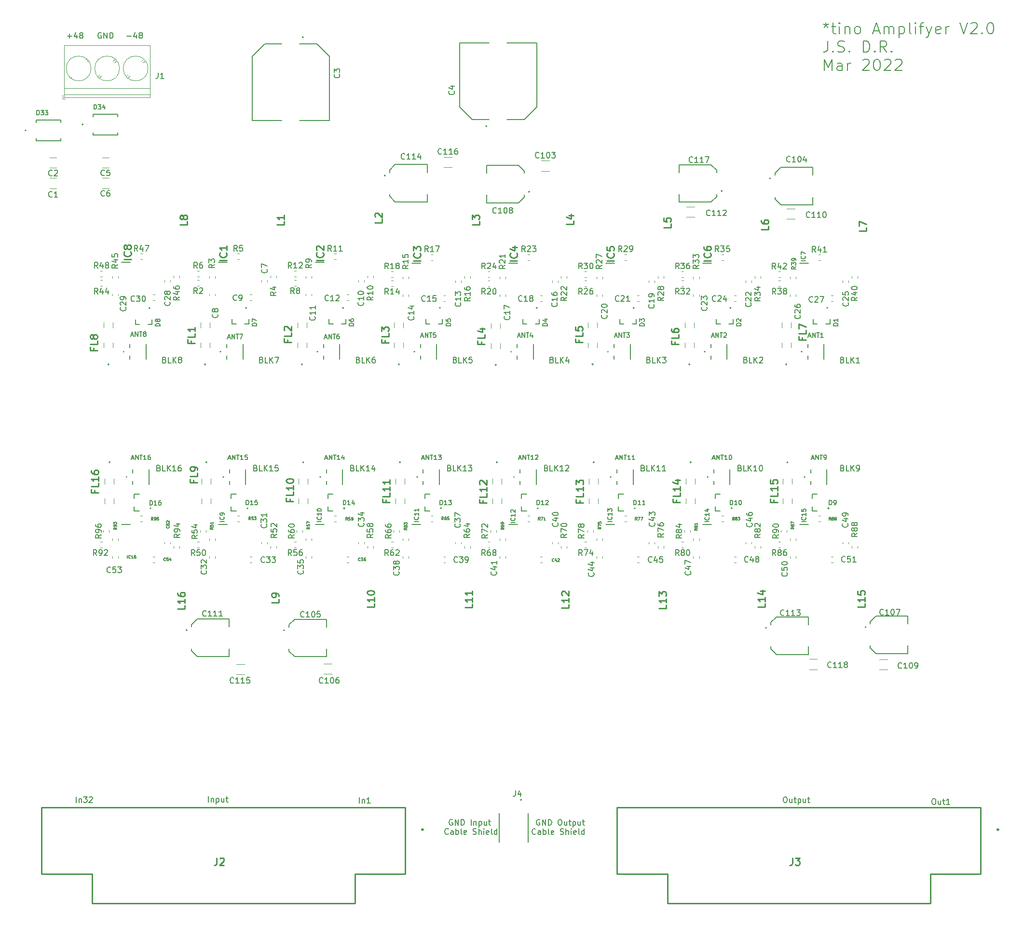
<source format=gto>
G04 #@! TF.GenerationSoftware,KiCad,Pcbnew,(6.0.2)*
G04 #@! TF.CreationDate,2022-06-24T14:50:25-04:00*
G04 #@! TF.ProjectId,ARTIQAmp,41525449-5141-46d7-902e-6b696361645f,rev?*
G04 #@! TF.SameCoordinates,Original*
G04 #@! TF.FileFunction,Legend,Top*
G04 #@! TF.FilePolarity,Positive*
%FSLAX46Y46*%
G04 Gerber Fmt 4.6, Leading zero omitted, Abs format (unit mm)*
G04 Created by KiCad (PCBNEW (6.0.2)) date 2022-06-24 14:50:25*
%MOMM*%
%LPD*%
G01*
G04 APERTURE LIST*
%ADD10C,0.150000*%
%ADD11C,0.127000*%
%ADD12C,0.190500*%
%ADD13C,0.254000*%
%ADD14C,0.200000*%
%ADD15C,0.120000*%
%ADD16C,0.100000*%
G04 APERTURE END LIST*
D10*
X189636081Y-157002382D02*
X189826557Y-157002382D01*
X189921795Y-157050002D01*
X190017033Y-157145240D01*
X190064652Y-157335716D01*
X190064652Y-157669049D01*
X190017033Y-157859525D01*
X189921795Y-157954763D01*
X189826557Y-158002382D01*
X189636081Y-158002382D01*
X189540843Y-157954763D01*
X189445605Y-157859525D01*
X189397986Y-157669049D01*
X189397986Y-157335716D01*
X189445605Y-157145240D01*
X189540843Y-157050002D01*
X189636081Y-157002382D01*
X190921795Y-157335716D02*
X190921795Y-158002382D01*
X190493224Y-157335716D02*
X190493224Y-157859525D01*
X190540843Y-157954763D01*
X190636081Y-158002382D01*
X190778938Y-158002382D01*
X190874176Y-157954763D01*
X190921795Y-157907144D01*
X191255129Y-157335716D02*
X191636081Y-157335716D01*
X191397986Y-157002382D02*
X191397986Y-157859525D01*
X191445605Y-157954763D01*
X191540843Y-158002382D01*
X191636081Y-158002382D01*
X192493224Y-158002382D02*
X191921795Y-158002382D01*
X192207510Y-158002382D02*
X192207510Y-157002382D01*
X192112271Y-157145240D01*
X192017033Y-157240478D01*
X191921795Y-157288097D01*
X39165591Y-157662378D02*
X39165591Y-156662378D01*
X39641781Y-156995712D02*
X39641781Y-157662378D01*
X39641781Y-157090950D02*
X39689400Y-157043331D01*
X39784638Y-156995712D01*
X39927496Y-156995712D01*
X40022734Y-157043331D01*
X40070353Y-157138569D01*
X40070353Y-157662378D01*
X40451305Y-156662378D02*
X41070353Y-156662378D01*
X40737019Y-157043331D01*
X40879876Y-157043331D01*
X40975115Y-157090950D01*
X41022734Y-157138569D01*
X41070353Y-157233807D01*
X41070353Y-157471902D01*
X41022734Y-157567140D01*
X40975115Y-157614759D01*
X40879876Y-157662378D01*
X40594162Y-157662378D01*
X40498924Y-157614759D01*
X40451305Y-157567140D01*
X41451305Y-156757617D02*
X41498924Y-156709998D01*
X41594162Y-156662378D01*
X41832257Y-156662378D01*
X41927496Y-156709998D01*
X41975115Y-156757617D01*
X42022734Y-156852855D01*
X42022734Y-156948093D01*
X41975115Y-157090950D01*
X41403686Y-157662378D01*
X42022734Y-157662378D01*
X88875595Y-157802380D02*
X88875595Y-156802380D01*
X89351785Y-157135714D02*
X89351785Y-157802380D01*
X89351785Y-157230952D02*
X89399404Y-157183333D01*
X89494642Y-157135714D01*
X89637500Y-157135714D01*
X89732738Y-157183333D01*
X89780357Y-157278571D01*
X89780357Y-157802380D01*
X90780357Y-157802380D02*
X90208928Y-157802380D01*
X90494642Y-157802380D02*
X90494642Y-156802380D01*
X90399404Y-156945238D01*
X90304166Y-157040476D01*
X90208928Y-157088095D01*
X54668928Y-79928571D02*
X54811785Y-79976190D01*
X54859404Y-80023809D01*
X54907023Y-80119047D01*
X54907023Y-80261904D01*
X54859404Y-80357142D01*
X54811785Y-80404761D01*
X54716547Y-80452380D01*
X54335595Y-80452380D01*
X54335595Y-79452380D01*
X54668928Y-79452380D01*
X54764166Y-79500000D01*
X54811785Y-79547619D01*
X54859404Y-79642857D01*
X54859404Y-79738095D01*
X54811785Y-79833333D01*
X54764166Y-79880952D01*
X54668928Y-79928571D01*
X54335595Y-79928571D01*
X55811785Y-80452380D02*
X55335595Y-80452380D01*
X55335595Y-79452380D01*
X56145119Y-80452380D02*
X56145119Y-79452380D01*
X56716547Y-80452380D02*
X56287976Y-79880952D01*
X56716547Y-79452380D02*
X56145119Y-80023809D01*
X57287976Y-79880952D02*
X57192738Y-79833333D01*
X57145119Y-79785714D01*
X57097500Y-79690476D01*
X57097500Y-79642857D01*
X57145119Y-79547619D01*
X57192738Y-79500000D01*
X57287976Y-79452380D01*
X57478452Y-79452380D01*
X57573690Y-79500000D01*
X57621309Y-79547619D01*
X57668928Y-79642857D01*
X57668928Y-79690476D01*
X57621309Y-79785714D01*
X57573690Y-79833333D01*
X57478452Y-79880952D01*
X57287976Y-79880952D01*
X57192738Y-79928571D01*
X57145119Y-79976190D01*
X57097500Y-80071428D01*
X57097500Y-80261904D01*
X57145119Y-80357142D01*
X57192738Y-80404761D01*
X57287976Y-80452380D01*
X57478452Y-80452380D01*
X57573690Y-80404761D01*
X57621309Y-80357142D01*
X57668928Y-80261904D01*
X57668928Y-80071428D01*
X57621309Y-79976190D01*
X57573690Y-79928571D01*
X57478452Y-79880952D01*
X155668928Y-98928571D02*
X155811785Y-98976190D01*
X155859404Y-99023809D01*
X155907023Y-99119047D01*
X155907023Y-99261904D01*
X155859404Y-99357142D01*
X155811785Y-99404761D01*
X155716547Y-99452380D01*
X155335595Y-99452380D01*
X155335595Y-98452380D01*
X155668928Y-98452380D01*
X155764166Y-98500000D01*
X155811785Y-98547619D01*
X155859404Y-98642857D01*
X155859404Y-98738095D01*
X155811785Y-98833333D01*
X155764166Y-98880952D01*
X155668928Y-98928571D01*
X155335595Y-98928571D01*
X156811785Y-99452380D02*
X156335595Y-99452380D01*
X156335595Y-98452380D01*
X157145119Y-99452380D02*
X157145119Y-98452380D01*
X157716547Y-99452380D02*
X157287976Y-98880952D01*
X157716547Y-98452380D02*
X157145119Y-99023809D01*
X158668928Y-99452380D02*
X158097500Y-99452380D01*
X158383214Y-99452380D02*
X158383214Y-98452380D01*
X158287976Y-98595238D01*
X158192738Y-98690476D01*
X158097500Y-98738095D01*
X159287976Y-98452380D02*
X159383214Y-98452380D01*
X159478452Y-98500000D01*
X159526071Y-98547619D01*
X159573690Y-98642857D01*
X159621309Y-98833333D01*
X159621309Y-99071428D01*
X159573690Y-99261904D01*
X159526071Y-99357142D01*
X159478452Y-99404761D01*
X159383214Y-99452380D01*
X159287976Y-99452380D01*
X159192738Y-99404761D01*
X159145119Y-99357142D01*
X159097500Y-99261904D01*
X159049880Y-99071428D01*
X159049880Y-98833333D01*
X159097500Y-98642857D01*
X159145119Y-98547619D01*
X159192738Y-98500000D01*
X159287976Y-98452380D01*
X139668928Y-79928571D02*
X139811785Y-79976190D01*
X139859404Y-80023809D01*
X139907023Y-80119047D01*
X139907023Y-80261904D01*
X139859404Y-80357142D01*
X139811785Y-80404761D01*
X139716547Y-80452380D01*
X139335595Y-80452380D01*
X139335595Y-79452380D01*
X139668928Y-79452380D01*
X139764166Y-79500000D01*
X139811785Y-79547619D01*
X139859404Y-79642857D01*
X139859404Y-79738095D01*
X139811785Y-79833333D01*
X139764166Y-79880952D01*
X139668928Y-79928571D01*
X139335595Y-79928571D01*
X140811785Y-80452380D02*
X140335595Y-80452380D01*
X140335595Y-79452380D01*
X141145119Y-80452380D02*
X141145119Y-79452380D01*
X141716547Y-80452380D02*
X141287976Y-79880952D01*
X141716547Y-79452380D02*
X141145119Y-80023809D01*
X142049880Y-79452380D02*
X142668928Y-79452380D01*
X142335595Y-79833333D01*
X142478452Y-79833333D01*
X142573690Y-79880952D01*
X142621309Y-79928571D01*
X142668928Y-80023809D01*
X142668928Y-80261904D01*
X142621309Y-80357142D01*
X142573690Y-80404761D01*
X142478452Y-80452380D01*
X142192738Y-80452380D01*
X142097500Y-80404761D01*
X142049880Y-80357142D01*
X122668928Y-79928571D02*
X122811785Y-79976190D01*
X122859404Y-80023809D01*
X122907023Y-80119047D01*
X122907023Y-80261904D01*
X122859404Y-80357142D01*
X122811785Y-80404761D01*
X122716547Y-80452380D01*
X122335595Y-80452380D01*
X122335595Y-79452380D01*
X122668928Y-79452380D01*
X122764166Y-79500000D01*
X122811785Y-79547619D01*
X122859404Y-79642857D01*
X122859404Y-79738095D01*
X122811785Y-79833333D01*
X122764166Y-79880952D01*
X122668928Y-79928571D01*
X122335595Y-79928571D01*
X123811785Y-80452380D02*
X123335595Y-80452380D01*
X123335595Y-79452380D01*
X124145119Y-80452380D02*
X124145119Y-79452380D01*
X124716547Y-80452380D02*
X124287976Y-79880952D01*
X124716547Y-79452380D02*
X124145119Y-80023809D01*
X125573690Y-79785714D02*
X125573690Y-80452380D01*
X125335595Y-79404761D02*
X125097500Y-80119047D01*
X125716547Y-80119047D01*
X156668928Y-79928571D02*
X156811785Y-79976190D01*
X156859404Y-80023809D01*
X156907023Y-80119047D01*
X156907023Y-80261904D01*
X156859404Y-80357142D01*
X156811785Y-80404761D01*
X156716547Y-80452380D01*
X156335595Y-80452380D01*
X156335595Y-79452380D01*
X156668928Y-79452380D01*
X156764166Y-79500000D01*
X156811785Y-79547619D01*
X156859404Y-79642857D01*
X156859404Y-79738095D01*
X156811785Y-79833333D01*
X156764166Y-79880952D01*
X156668928Y-79928571D01*
X156335595Y-79928571D01*
X157811785Y-80452380D02*
X157335595Y-80452380D01*
X157335595Y-79452380D01*
X158145119Y-80452380D02*
X158145119Y-79452380D01*
X158716547Y-80452380D02*
X158287976Y-79880952D01*
X158716547Y-79452380D02*
X158145119Y-80023809D01*
X159097500Y-79547619D02*
X159145119Y-79500000D01*
X159240357Y-79452380D01*
X159478452Y-79452380D01*
X159573690Y-79500000D01*
X159621309Y-79547619D01*
X159668928Y-79642857D01*
X159668928Y-79738095D01*
X159621309Y-79880952D01*
X159049880Y-80452380D01*
X159668928Y-80452380D01*
X48055595Y-23071428D02*
X48817500Y-23071428D01*
X49722261Y-22785714D02*
X49722261Y-23452380D01*
X49484166Y-22404761D02*
X49246071Y-23119047D01*
X49865119Y-23119047D01*
X50388928Y-22880952D02*
X50293690Y-22833333D01*
X50246071Y-22785714D01*
X50198452Y-22690476D01*
X50198452Y-22642857D01*
X50246071Y-22547619D01*
X50293690Y-22500000D01*
X50388928Y-22452380D01*
X50579404Y-22452380D01*
X50674642Y-22500000D01*
X50722261Y-22547619D01*
X50769880Y-22642857D01*
X50769880Y-22690476D01*
X50722261Y-22785714D01*
X50674642Y-22833333D01*
X50579404Y-22880952D01*
X50388928Y-22880952D01*
X50293690Y-22928571D01*
X50246071Y-22976190D01*
X50198452Y-23071428D01*
X50198452Y-23261904D01*
X50246071Y-23357142D01*
X50293690Y-23404761D01*
X50388928Y-23452380D01*
X50579404Y-23452380D01*
X50674642Y-23404761D01*
X50722261Y-23357142D01*
X50769880Y-23261904D01*
X50769880Y-23071428D01*
X50722261Y-22976190D01*
X50674642Y-22928571D01*
X50579404Y-22880952D01*
X121668928Y-98928571D02*
X121811785Y-98976190D01*
X121859404Y-99023809D01*
X121907023Y-99119047D01*
X121907023Y-99261904D01*
X121859404Y-99357142D01*
X121811785Y-99404761D01*
X121716547Y-99452380D01*
X121335595Y-99452380D01*
X121335595Y-98452380D01*
X121668928Y-98452380D01*
X121764166Y-98500000D01*
X121811785Y-98547619D01*
X121859404Y-98642857D01*
X121859404Y-98738095D01*
X121811785Y-98833333D01*
X121764166Y-98880952D01*
X121668928Y-98928571D01*
X121335595Y-98928571D01*
X122811785Y-99452380D02*
X122335595Y-99452380D01*
X122335595Y-98452380D01*
X123145119Y-99452380D02*
X123145119Y-98452380D01*
X123716547Y-99452380D02*
X123287976Y-98880952D01*
X123716547Y-98452380D02*
X123145119Y-99023809D01*
X124668928Y-99452380D02*
X124097500Y-99452380D01*
X124383214Y-99452380D02*
X124383214Y-98452380D01*
X124287976Y-98595238D01*
X124192738Y-98690476D01*
X124097500Y-98738095D01*
X125049880Y-98547619D02*
X125097500Y-98500000D01*
X125192738Y-98452380D01*
X125430833Y-98452380D01*
X125526071Y-98500000D01*
X125573690Y-98547619D01*
X125621309Y-98642857D01*
X125621309Y-98738095D01*
X125573690Y-98880952D01*
X125002261Y-99452380D01*
X125621309Y-99452380D01*
X43539404Y-22500000D02*
X43444166Y-22452380D01*
X43301309Y-22452380D01*
X43158452Y-22500000D01*
X43063214Y-22595238D01*
X43015595Y-22690476D01*
X42967976Y-22880952D01*
X42967976Y-23023809D01*
X43015595Y-23214285D01*
X43063214Y-23309523D01*
X43158452Y-23404761D01*
X43301309Y-23452380D01*
X43396547Y-23452380D01*
X43539404Y-23404761D01*
X43587023Y-23357142D01*
X43587023Y-23023809D01*
X43396547Y-23023809D01*
X44015595Y-23452380D02*
X44015595Y-22452380D01*
X44587023Y-23452380D01*
X44587023Y-22452380D01*
X45063214Y-23452380D02*
X45063214Y-22452380D01*
X45301309Y-22452380D01*
X45444166Y-22500000D01*
X45539404Y-22595238D01*
X45587023Y-22690476D01*
X45634642Y-22880952D01*
X45634642Y-23023809D01*
X45587023Y-23214285D01*
X45539404Y-23309523D01*
X45444166Y-23404761D01*
X45301309Y-23452380D01*
X45063214Y-23452380D01*
X88668928Y-79928571D02*
X88811785Y-79976190D01*
X88859404Y-80023809D01*
X88907023Y-80119047D01*
X88907023Y-80261904D01*
X88859404Y-80357142D01*
X88811785Y-80404761D01*
X88716547Y-80452380D01*
X88335595Y-80452380D01*
X88335595Y-79452380D01*
X88668928Y-79452380D01*
X88764166Y-79500000D01*
X88811785Y-79547619D01*
X88859404Y-79642857D01*
X88859404Y-79738095D01*
X88811785Y-79833333D01*
X88764166Y-79880952D01*
X88668928Y-79928571D01*
X88335595Y-79928571D01*
X89811785Y-80452380D02*
X89335595Y-80452380D01*
X89335595Y-79452380D01*
X90145119Y-80452380D02*
X90145119Y-79452380D01*
X90716547Y-80452380D02*
X90287976Y-79880952D01*
X90716547Y-79452380D02*
X90145119Y-80023809D01*
X91573690Y-79452380D02*
X91383214Y-79452380D01*
X91287976Y-79500000D01*
X91240357Y-79547619D01*
X91145119Y-79690476D01*
X91097500Y-79880952D01*
X91097500Y-80261904D01*
X91145119Y-80357142D01*
X91192738Y-80404761D01*
X91287976Y-80452380D01*
X91478452Y-80452380D01*
X91573690Y-80404761D01*
X91621309Y-80357142D01*
X91668928Y-80261904D01*
X91668928Y-80023809D01*
X91621309Y-79928571D01*
X91573690Y-79880952D01*
X91478452Y-79833333D01*
X91287976Y-79833333D01*
X91192738Y-79880952D01*
X91145119Y-79928571D01*
X91097500Y-80023809D01*
X163536071Y-156702380D02*
X163726547Y-156702380D01*
X163821785Y-156750000D01*
X163917023Y-156845238D01*
X163964642Y-157035714D01*
X163964642Y-157369047D01*
X163917023Y-157559523D01*
X163821785Y-157654761D01*
X163726547Y-157702380D01*
X163536071Y-157702380D01*
X163440833Y-157654761D01*
X163345595Y-157559523D01*
X163297976Y-157369047D01*
X163297976Y-157035714D01*
X163345595Y-156845238D01*
X163440833Y-156750000D01*
X163536071Y-156702380D01*
X164821785Y-157035714D02*
X164821785Y-157702380D01*
X164393214Y-157035714D02*
X164393214Y-157559523D01*
X164440833Y-157654761D01*
X164536071Y-157702380D01*
X164678928Y-157702380D01*
X164774166Y-157654761D01*
X164821785Y-157607142D01*
X165155119Y-157035714D02*
X165536071Y-157035714D01*
X165297976Y-156702380D02*
X165297976Y-157559523D01*
X165345595Y-157654761D01*
X165440833Y-157702380D01*
X165536071Y-157702380D01*
X165869404Y-157035714D02*
X165869404Y-158035714D01*
X165869404Y-157083333D02*
X165964642Y-157035714D01*
X166155119Y-157035714D01*
X166250357Y-157083333D01*
X166297976Y-157130952D01*
X166345595Y-157226190D01*
X166345595Y-157511904D01*
X166297976Y-157607142D01*
X166250357Y-157654761D01*
X166155119Y-157702380D01*
X165964642Y-157702380D01*
X165869404Y-157654761D01*
X167202738Y-157035714D02*
X167202738Y-157702380D01*
X166774166Y-157035714D02*
X166774166Y-157559523D01*
X166821785Y-157654761D01*
X166917023Y-157702380D01*
X167059880Y-157702380D01*
X167155119Y-157654761D01*
X167202738Y-157607142D01*
X167536071Y-157035714D02*
X167917023Y-157035714D01*
X167678928Y-156702380D02*
X167678928Y-157559523D01*
X167726547Y-157654761D01*
X167821785Y-157702380D01*
X167917023Y-157702380D01*
X170759394Y-20684762D02*
X170759394Y-21160953D01*
X170283204Y-20970477D02*
X170759394Y-21160953D01*
X171235585Y-20970477D01*
X170473680Y-21541905D02*
X170759394Y-21160953D01*
X171045109Y-21541905D01*
X171711775Y-21351429D02*
X172473680Y-21351429D01*
X171997490Y-20684762D02*
X171997490Y-22399048D01*
X172092728Y-22589524D01*
X172283204Y-22684762D01*
X172473680Y-22684762D01*
X173140347Y-22684762D02*
X173140347Y-21351429D01*
X173140347Y-20684762D02*
X173045109Y-20780001D01*
X173140347Y-20875239D01*
X173235585Y-20780001D01*
X173140347Y-20684762D01*
X173140347Y-20875239D01*
X174092728Y-21351429D02*
X174092728Y-22684762D01*
X174092728Y-21541905D02*
X174187966Y-21446667D01*
X174378442Y-21351429D01*
X174664156Y-21351429D01*
X174854632Y-21446667D01*
X174949870Y-21637143D01*
X174949870Y-22684762D01*
X176187966Y-22684762D02*
X175997490Y-22589524D01*
X175902251Y-22494286D01*
X175807013Y-22303810D01*
X175807013Y-21732381D01*
X175902251Y-21541905D01*
X175997490Y-21446667D01*
X176187966Y-21351429D01*
X176473680Y-21351429D01*
X176664156Y-21446667D01*
X176759394Y-21541905D01*
X176854632Y-21732381D01*
X176854632Y-22303810D01*
X176759394Y-22494286D01*
X176664156Y-22589524D01*
X176473680Y-22684762D01*
X176187966Y-22684762D01*
X179140347Y-22113334D02*
X180092728Y-22113334D01*
X178949870Y-22684762D02*
X179616537Y-20684762D01*
X180283204Y-22684762D01*
X180949870Y-22684762D02*
X180949870Y-21351429D01*
X180949870Y-21541905D02*
X181045109Y-21446667D01*
X181235585Y-21351429D01*
X181521299Y-21351429D01*
X181711775Y-21446667D01*
X181807013Y-21637143D01*
X181807013Y-22684762D01*
X181807013Y-21637143D02*
X181902251Y-21446667D01*
X182092728Y-21351429D01*
X182378442Y-21351429D01*
X182568918Y-21446667D01*
X182664156Y-21637143D01*
X182664156Y-22684762D01*
X183616537Y-21351429D02*
X183616537Y-23351429D01*
X183616537Y-21446667D02*
X183807013Y-21351429D01*
X184187966Y-21351429D01*
X184378442Y-21446667D01*
X184473680Y-21541905D01*
X184568918Y-21732381D01*
X184568918Y-22303810D01*
X184473680Y-22494286D01*
X184378442Y-22589524D01*
X184187966Y-22684762D01*
X183807013Y-22684762D01*
X183616537Y-22589524D01*
X185711775Y-22684762D02*
X185521299Y-22589524D01*
X185426061Y-22399048D01*
X185426061Y-20684762D01*
X186473680Y-22684762D02*
X186473680Y-21351429D01*
X186473680Y-20684762D02*
X186378442Y-20780001D01*
X186473680Y-20875239D01*
X186568918Y-20780001D01*
X186473680Y-20684762D01*
X186473680Y-20875239D01*
X187140347Y-21351429D02*
X187902251Y-21351429D01*
X187426061Y-22684762D02*
X187426061Y-20970477D01*
X187521299Y-20780001D01*
X187711775Y-20684762D01*
X187902251Y-20684762D01*
X188378442Y-21351429D02*
X188854632Y-22684762D01*
X189330823Y-21351429D02*
X188854632Y-22684762D01*
X188664156Y-23160953D01*
X188568918Y-23256191D01*
X188378442Y-23351429D01*
X190854632Y-22589524D02*
X190664156Y-22684762D01*
X190283204Y-22684762D01*
X190092728Y-22589524D01*
X189997490Y-22399048D01*
X189997490Y-21637143D01*
X190092728Y-21446667D01*
X190283204Y-21351429D01*
X190664156Y-21351429D01*
X190854632Y-21446667D01*
X190949870Y-21637143D01*
X190949870Y-21827620D01*
X189997490Y-22018096D01*
X191807013Y-22684762D02*
X191807013Y-21351429D01*
X191807013Y-21732381D02*
X191902251Y-21541905D01*
X191997490Y-21446667D01*
X192187966Y-21351429D01*
X192378442Y-21351429D01*
X194283204Y-20684762D02*
X194949870Y-22684762D01*
X195616537Y-20684762D01*
X196187966Y-20875239D02*
X196283204Y-20780001D01*
X196473680Y-20684762D01*
X196949870Y-20684762D01*
X197140347Y-20780001D01*
X197235585Y-20875239D01*
X197330823Y-21065715D01*
X197330823Y-21256191D01*
X197235585Y-21541905D01*
X196092728Y-22684762D01*
X197330823Y-22684762D01*
X198187966Y-22494286D02*
X198283204Y-22589524D01*
X198187966Y-22684762D01*
X198092728Y-22589524D01*
X198187966Y-22494286D01*
X198187966Y-22684762D01*
X199521299Y-20684762D02*
X199711775Y-20684762D01*
X199902251Y-20780001D01*
X199997490Y-20875239D01*
X200092728Y-21065715D01*
X200187966Y-21446667D01*
X200187966Y-21922858D01*
X200092728Y-22303810D01*
X199997490Y-22494286D01*
X199902251Y-22589524D01*
X199711775Y-22684762D01*
X199521299Y-22684762D01*
X199330823Y-22589524D01*
X199235585Y-22494286D01*
X199140347Y-22303810D01*
X199045109Y-21922858D01*
X199045109Y-21446667D01*
X199140347Y-21065715D01*
X199235585Y-20875239D01*
X199330823Y-20780001D01*
X199521299Y-20684762D01*
X171045109Y-23904762D02*
X171045109Y-25333334D01*
X170949870Y-25619048D01*
X170759394Y-25809524D01*
X170473680Y-25904762D01*
X170283204Y-25904762D01*
X171997490Y-25714286D02*
X172092728Y-25809524D01*
X171997490Y-25904762D01*
X171902251Y-25809524D01*
X171997490Y-25714286D01*
X171997490Y-25904762D01*
X172854632Y-25809524D02*
X173140347Y-25904762D01*
X173616537Y-25904762D01*
X173807013Y-25809524D01*
X173902251Y-25714286D01*
X173997490Y-25523810D01*
X173997490Y-25333334D01*
X173902251Y-25142858D01*
X173807013Y-25047620D01*
X173616537Y-24952381D01*
X173235585Y-24857143D01*
X173045109Y-24761905D01*
X172949870Y-24666667D01*
X172854632Y-24476191D01*
X172854632Y-24285715D01*
X172949870Y-24095239D01*
X173045109Y-24000001D01*
X173235585Y-23904762D01*
X173711775Y-23904762D01*
X173997490Y-24000001D01*
X174854632Y-25714286D02*
X174949870Y-25809524D01*
X174854632Y-25904762D01*
X174759394Y-25809524D01*
X174854632Y-25714286D01*
X174854632Y-25904762D01*
X177330823Y-25904762D02*
X177330823Y-23904762D01*
X177807013Y-23904762D01*
X178092728Y-24000001D01*
X178283204Y-24190477D01*
X178378442Y-24380953D01*
X178473680Y-24761905D01*
X178473680Y-25047620D01*
X178378442Y-25428572D01*
X178283204Y-25619048D01*
X178092728Y-25809524D01*
X177807013Y-25904762D01*
X177330823Y-25904762D01*
X179330823Y-25714286D02*
X179426061Y-25809524D01*
X179330823Y-25904762D01*
X179235585Y-25809524D01*
X179330823Y-25714286D01*
X179330823Y-25904762D01*
X181426061Y-25904762D02*
X180759394Y-24952381D01*
X180283204Y-25904762D02*
X180283204Y-23904762D01*
X181045109Y-23904762D01*
X181235585Y-24000001D01*
X181330823Y-24095239D01*
X181426061Y-24285715D01*
X181426061Y-24571429D01*
X181330823Y-24761905D01*
X181235585Y-24857143D01*
X181045109Y-24952381D01*
X180283204Y-24952381D01*
X182283204Y-25714286D02*
X182378442Y-25809524D01*
X182283204Y-25904762D01*
X182187966Y-25809524D01*
X182283204Y-25714286D01*
X182283204Y-25904762D01*
X170473680Y-29124762D02*
X170473680Y-27124762D01*
X171140347Y-28553334D01*
X171807013Y-27124762D01*
X171807013Y-29124762D01*
X173616537Y-29124762D02*
X173616537Y-28077143D01*
X173521299Y-27886667D01*
X173330823Y-27791429D01*
X172949870Y-27791429D01*
X172759394Y-27886667D01*
X173616537Y-29029524D02*
X173426061Y-29124762D01*
X172949870Y-29124762D01*
X172759394Y-29029524D01*
X172664156Y-28839048D01*
X172664156Y-28648572D01*
X172759394Y-28458096D01*
X172949870Y-28362858D01*
X173426061Y-28362858D01*
X173616537Y-28267620D01*
X174568918Y-29124762D02*
X174568918Y-27791429D01*
X174568918Y-28172381D02*
X174664156Y-27981905D01*
X174759394Y-27886667D01*
X174949870Y-27791429D01*
X175140347Y-27791429D01*
X177235585Y-27315239D02*
X177330823Y-27220001D01*
X177521299Y-27124762D01*
X177997490Y-27124762D01*
X178187966Y-27220001D01*
X178283204Y-27315239D01*
X178378442Y-27505715D01*
X178378442Y-27696191D01*
X178283204Y-27981905D01*
X177140347Y-29124762D01*
X178378442Y-29124762D01*
X179616537Y-27124762D02*
X179807013Y-27124762D01*
X179997490Y-27220001D01*
X180092728Y-27315239D01*
X180187966Y-27505715D01*
X180283204Y-27886667D01*
X180283204Y-28362858D01*
X180187966Y-28743810D01*
X180092728Y-28934286D01*
X179997490Y-29029524D01*
X179807013Y-29124762D01*
X179616537Y-29124762D01*
X179426061Y-29029524D01*
X179330823Y-28934286D01*
X179235585Y-28743810D01*
X179140347Y-28362858D01*
X179140347Y-27886667D01*
X179235585Y-27505715D01*
X179330823Y-27315239D01*
X179426061Y-27220001D01*
X179616537Y-27124762D01*
X181045109Y-27315239D02*
X181140347Y-27220001D01*
X181330823Y-27124762D01*
X181807013Y-27124762D01*
X181997490Y-27220001D01*
X182092728Y-27315239D01*
X182187966Y-27505715D01*
X182187966Y-27696191D01*
X182092728Y-27981905D01*
X180949870Y-29124762D01*
X182187966Y-29124762D01*
X182949870Y-27315239D02*
X183045109Y-27220001D01*
X183235585Y-27124762D01*
X183711775Y-27124762D01*
X183902251Y-27220001D01*
X183997490Y-27315239D01*
X184092728Y-27505715D01*
X184092728Y-27696191D01*
X183997490Y-27981905D01*
X182854632Y-29124762D01*
X184092728Y-29124762D01*
X53668928Y-98928571D02*
X53811785Y-98976190D01*
X53859404Y-99023809D01*
X53907023Y-99119047D01*
X53907023Y-99261904D01*
X53859404Y-99357142D01*
X53811785Y-99404761D01*
X53716547Y-99452380D01*
X53335595Y-99452380D01*
X53335595Y-98452380D01*
X53668928Y-98452380D01*
X53764166Y-98500000D01*
X53811785Y-98547619D01*
X53859404Y-98642857D01*
X53859404Y-98738095D01*
X53811785Y-98833333D01*
X53764166Y-98880952D01*
X53668928Y-98928571D01*
X53335595Y-98928571D01*
X54811785Y-99452380D02*
X54335595Y-99452380D01*
X54335595Y-98452380D01*
X55145119Y-99452380D02*
X55145119Y-98452380D01*
X55716547Y-99452380D02*
X55287976Y-98880952D01*
X55716547Y-98452380D02*
X55145119Y-99023809D01*
X56668928Y-99452380D02*
X56097500Y-99452380D01*
X56383214Y-99452380D02*
X56383214Y-98452380D01*
X56287976Y-98595238D01*
X56192738Y-98690476D01*
X56097500Y-98738095D01*
X57526071Y-98452380D02*
X57335595Y-98452380D01*
X57240357Y-98500000D01*
X57192738Y-98547619D01*
X57097500Y-98690476D01*
X57049880Y-98880952D01*
X57049880Y-99261904D01*
X57097500Y-99357142D01*
X57145119Y-99404761D01*
X57240357Y-99452380D01*
X57430833Y-99452380D01*
X57526071Y-99404761D01*
X57573690Y-99357142D01*
X57621309Y-99261904D01*
X57621309Y-99023809D01*
X57573690Y-98928571D01*
X57526071Y-98880952D01*
X57430833Y-98833333D01*
X57240357Y-98833333D01*
X57145119Y-98880952D01*
X57097500Y-98928571D01*
X57049880Y-99023809D01*
X37615595Y-23071428D02*
X38377500Y-23071428D01*
X37996547Y-23452380D02*
X37996547Y-22690476D01*
X39282261Y-22785714D02*
X39282261Y-23452380D01*
X39044166Y-22404761D02*
X38806071Y-23119047D01*
X39425119Y-23119047D01*
X39948928Y-22880952D02*
X39853690Y-22833333D01*
X39806071Y-22785714D01*
X39758452Y-22690476D01*
X39758452Y-22642857D01*
X39806071Y-22547619D01*
X39853690Y-22500000D01*
X39948928Y-22452380D01*
X40139404Y-22452380D01*
X40234642Y-22500000D01*
X40282261Y-22547619D01*
X40329880Y-22642857D01*
X40329880Y-22690476D01*
X40282261Y-22785714D01*
X40234642Y-22833333D01*
X40139404Y-22880952D01*
X39948928Y-22880952D01*
X39853690Y-22928571D01*
X39806071Y-22976190D01*
X39758452Y-23071428D01*
X39758452Y-23261904D01*
X39806071Y-23357142D01*
X39853690Y-23404761D01*
X39948928Y-23452380D01*
X40139404Y-23452380D01*
X40234642Y-23404761D01*
X40282261Y-23357142D01*
X40329880Y-23261904D01*
X40329880Y-23071428D01*
X40282261Y-22976190D01*
X40234642Y-22928571D01*
X40139404Y-22880952D01*
X105201309Y-160695000D02*
X105106071Y-160647380D01*
X104963214Y-160647380D01*
X104820357Y-160695000D01*
X104725119Y-160790238D01*
X104677500Y-160885476D01*
X104629880Y-161075952D01*
X104629880Y-161218809D01*
X104677500Y-161409285D01*
X104725119Y-161504523D01*
X104820357Y-161599761D01*
X104963214Y-161647380D01*
X105058452Y-161647380D01*
X105201309Y-161599761D01*
X105248928Y-161552142D01*
X105248928Y-161218809D01*
X105058452Y-161218809D01*
X105677500Y-161647380D02*
X105677500Y-160647380D01*
X106248928Y-161647380D01*
X106248928Y-160647380D01*
X106725119Y-161647380D02*
X106725119Y-160647380D01*
X106963214Y-160647380D01*
X107106071Y-160695000D01*
X107201309Y-160790238D01*
X107248928Y-160885476D01*
X107296547Y-161075952D01*
X107296547Y-161218809D01*
X107248928Y-161409285D01*
X107201309Y-161504523D01*
X107106071Y-161599761D01*
X106963214Y-161647380D01*
X106725119Y-161647380D01*
X108487023Y-161647380D02*
X108487023Y-160647380D01*
X108963214Y-160980714D02*
X108963214Y-161647380D01*
X108963214Y-161075952D02*
X109010833Y-161028333D01*
X109106071Y-160980714D01*
X109248928Y-160980714D01*
X109344166Y-161028333D01*
X109391785Y-161123571D01*
X109391785Y-161647380D01*
X109867976Y-160980714D02*
X109867976Y-161980714D01*
X109867976Y-161028333D02*
X109963214Y-160980714D01*
X110153690Y-160980714D01*
X110248928Y-161028333D01*
X110296547Y-161075952D01*
X110344166Y-161171190D01*
X110344166Y-161456904D01*
X110296547Y-161552142D01*
X110248928Y-161599761D01*
X110153690Y-161647380D01*
X109963214Y-161647380D01*
X109867976Y-161599761D01*
X111201309Y-160980714D02*
X111201309Y-161647380D01*
X110772738Y-160980714D02*
X110772738Y-161504523D01*
X110820357Y-161599761D01*
X110915595Y-161647380D01*
X111058452Y-161647380D01*
X111153690Y-161599761D01*
X111201309Y-161552142D01*
X111534642Y-160980714D02*
X111915595Y-160980714D01*
X111677500Y-160647380D02*
X111677500Y-161504523D01*
X111725119Y-161599761D01*
X111820357Y-161647380D01*
X111915595Y-161647380D01*
X104487023Y-163162142D02*
X104439404Y-163209761D01*
X104296547Y-163257380D01*
X104201309Y-163257380D01*
X104058452Y-163209761D01*
X103963214Y-163114523D01*
X103915595Y-163019285D01*
X103867976Y-162828809D01*
X103867976Y-162685952D01*
X103915595Y-162495476D01*
X103963214Y-162400238D01*
X104058452Y-162305000D01*
X104201309Y-162257380D01*
X104296547Y-162257380D01*
X104439404Y-162305000D01*
X104487023Y-162352619D01*
X105344166Y-163257380D02*
X105344166Y-162733571D01*
X105296547Y-162638333D01*
X105201309Y-162590714D01*
X105010833Y-162590714D01*
X104915595Y-162638333D01*
X105344166Y-163209761D02*
X105248928Y-163257380D01*
X105010833Y-163257380D01*
X104915595Y-163209761D01*
X104867976Y-163114523D01*
X104867976Y-163019285D01*
X104915595Y-162924047D01*
X105010833Y-162876428D01*
X105248928Y-162876428D01*
X105344166Y-162828809D01*
X105820357Y-163257380D02*
X105820357Y-162257380D01*
X105820357Y-162638333D02*
X105915595Y-162590714D01*
X106106071Y-162590714D01*
X106201309Y-162638333D01*
X106248928Y-162685952D01*
X106296547Y-162781190D01*
X106296547Y-163066904D01*
X106248928Y-163162142D01*
X106201309Y-163209761D01*
X106106071Y-163257380D01*
X105915595Y-163257380D01*
X105820357Y-163209761D01*
X106867976Y-163257380D02*
X106772738Y-163209761D01*
X106725119Y-163114523D01*
X106725119Y-162257380D01*
X107629880Y-163209761D02*
X107534642Y-163257380D01*
X107344166Y-163257380D01*
X107248928Y-163209761D01*
X107201309Y-163114523D01*
X107201309Y-162733571D01*
X107248928Y-162638333D01*
X107344166Y-162590714D01*
X107534642Y-162590714D01*
X107629880Y-162638333D01*
X107677500Y-162733571D01*
X107677500Y-162828809D01*
X107201309Y-162924047D01*
X108820357Y-163209761D02*
X108963214Y-163257380D01*
X109201309Y-163257380D01*
X109296547Y-163209761D01*
X109344166Y-163162142D01*
X109391785Y-163066904D01*
X109391785Y-162971666D01*
X109344166Y-162876428D01*
X109296547Y-162828809D01*
X109201309Y-162781190D01*
X109010833Y-162733571D01*
X108915595Y-162685952D01*
X108867976Y-162638333D01*
X108820357Y-162543095D01*
X108820357Y-162447857D01*
X108867976Y-162352619D01*
X108915595Y-162305000D01*
X109010833Y-162257380D01*
X109248928Y-162257380D01*
X109391785Y-162305000D01*
X109820357Y-163257380D02*
X109820357Y-162257380D01*
X110248928Y-163257380D02*
X110248928Y-162733571D01*
X110201309Y-162638333D01*
X110106071Y-162590714D01*
X109963214Y-162590714D01*
X109867976Y-162638333D01*
X109820357Y-162685952D01*
X110725119Y-163257380D02*
X110725119Y-162590714D01*
X110725119Y-162257380D02*
X110677500Y-162305000D01*
X110725119Y-162352619D01*
X110772738Y-162305000D01*
X110725119Y-162257380D01*
X110725119Y-162352619D01*
X111582261Y-163209761D02*
X111487023Y-163257380D01*
X111296547Y-163257380D01*
X111201309Y-163209761D01*
X111153690Y-163114523D01*
X111153690Y-162733571D01*
X111201309Y-162638333D01*
X111296547Y-162590714D01*
X111487023Y-162590714D01*
X111582261Y-162638333D01*
X111629880Y-162733571D01*
X111629880Y-162828809D01*
X111153690Y-162924047D01*
X112201309Y-163257380D02*
X112106071Y-163209761D01*
X112058452Y-163114523D01*
X112058452Y-162257380D01*
X113010833Y-163257380D02*
X113010833Y-162257380D01*
X113010833Y-163209761D02*
X112915595Y-163257380D01*
X112725119Y-163257380D01*
X112629880Y-163209761D01*
X112582261Y-163162142D01*
X112534642Y-163066904D01*
X112534642Y-162781190D01*
X112582261Y-162685952D01*
X112629880Y-162638333D01*
X112725119Y-162590714D01*
X112915595Y-162590714D01*
X113010833Y-162638333D01*
X104668928Y-98928571D02*
X104811785Y-98976190D01*
X104859404Y-99023809D01*
X104907023Y-99119047D01*
X104907023Y-99261904D01*
X104859404Y-99357142D01*
X104811785Y-99404761D01*
X104716547Y-99452380D01*
X104335595Y-99452380D01*
X104335595Y-98452380D01*
X104668928Y-98452380D01*
X104764166Y-98500000D01*
X104811785Y-98547619D01*
X104859404Y-98642857D01*
X104859404Y-98738095D01*
X104811785Y-98833333D01*
X104764166Y-98880952D01*
X104668928Y-98928571D01*
X104335595Y-98928571D01*
X105811785Y-99452380D02*
X105335595Y-99452380D01*
X105335595Y-98452380D01*
X106145119Y-99452380D02*
X106145119Y-98452380D01*
X106716547Y-99452380D02*
X106287976Y-98880952D01*
X106716547Y-98452380D02*
X106145119Y-99023809D01*
X107668928Y-99452380D02*
X107097500Y-99452380D01*
X107383214Y-99452380D02*
X107383214Y-98452380D01*
X107287976Y-98595238D01*
X107192738Y-98690476D01*
X107097500Y-98738095D01*
X108002261Y-98452380D02*
X108621309Y-98452380D01*
X108287976Y-98833333D01*
X108430833Y-98833333D01*
X108526071Y-98880952D01*
X108573690Y-98928571D01*
X108621309Y-99023809D01*
X108621309Y-99261904D01*
X108573690Y-99357142D01*
X108526071Y-99404761D01*
X108430833Y-99452380D01*
X108145119Y-99452380D01*
X108049880Y-99404761D01*
X108002261Y-99357142D01*
X71668928Y-79928571D02*
X71811785Y-79976190D01*
X71859404Y-80023809D01*
X71907023Y-80119047D01*
X71907023Y-80261904D01*
X71859404Y-80357142D01*
X71811785Y-80404761D01*
X71716547Y-80452380D01*
X71335595Y-80452380D01*
X71335595Y-79452380D01*
X71668928Y-79452380D01*
X71764166Y-79500000D01*
X71811785Y-79547619D01*
X71859404Y-79642857D01*
X71859404Y-79738095D01*
X71811785Y-79833333D01*
X71764166Y-79880952D01*
X71668928Y-79928571D01*
X71335595Y-79928571D01*
X72811785Y-80452380D02*
X72335595Y-80452380D01*
X72335595Y-79452380D01*
X73145119Y-80452380D02*
X73145119Y-79452380D01*
X73716547Y-80452380D02*
X73287976Y-79880952D01*
X73716547Y-79452380D02*
X73145119Y-80023809D01*
X74049880Y-79452380D02*
X74716547Y-79452380D01*
X74287976Y-80452380D01*
X105668928Y-79928571D02*
X105811785Y-79976190D01*
X105859404Y-80023809D01*
X105907023Y-80119047D01*
X105907023Y-80261904D01*
X105859404Y-80357142D01*
X105811785Y-80404761D01*
X105716547Y-80452380D01*
X105335595Y-80452380D01*
X105335595Y-79452380D01*
X105668928Y-79452380D01*
X105764166Y-79500000D01*
X105811785Y-79547619D01*
X105859404Y-79642857D01*
X105859404Y-79738095D01*
X105811785Y-79833333D01*
X105764166Y-79880952D01*
X105668928Y-79928571D01*
X105335595Y-79928571D01*
X106811785Y-80452380D02*
X106335595Y-80452380D01*
X106335595Y-79452380D01*
X107145119Y-80452380D02*
X107145119Y-79452380D01*
X107716547Y-80452380D02*
X107287976Y-79880952D01*
X107716547Y-79452380D02*
X107145119Y-80023809D01*
X108621309Y-79452380D02*
X108145119Y-79452380D01*
X108097500Y-79928571D01*
X108145119Y-79880952D01*
X108240357Y-79833333D01*
X108478452Y-79833333D01*
X108573690Y-79880952D01*
X108621309Y-79928571D01*
X108668928Y-80023809D01*
X108668928Y-80261904D01*
X108621309Y-80357142D01*
X108573690Y-80404761D01*
X108478452Y-80452380D01*
X108240357Y-80452380D01*
X108145119Y-80404761D01*
X108097500Y-80357142D01*
X120521309Y-160715000D02*
X120426071Y-160667380D01*
X120283214Y-160667380D01*
X120140357Y-160715000D01*
X120045119Y-160810238D01*
X119997500Y-160905476D01*
X119949880Y-161095952D01*
X119949880Y-161238809D01*
X119997500Y-161429285D01*
X120045119Y-161524523D01*
X120140357Y-161619761D01*
X120283214Y-161667380D01*
X120378452Y-161667380D01*
X120521309Y-161619761D01*
X120568928Y-161572142D01*
X120568928Y-161238809D01*
X120378452Y-161238809D01*
X120997500Y-161667380D02*
X120997500Y-160667380D01*
X121568928Y-161667380D01*
X121568928Y-160667380D01*
X122045119Y-161667380D02*
X122045119Y-160667380D01*
X122283214Y-160667380D01*
X122426071Y-160715000D01*
X122521309Y-160810238D01*
X122568928Y-160905476D01*
X122616547Y-161095952D01*
X122616547Y-161238809D01*
X122568928Y-161429285D01*
X122521309Y-161524523D01*
X122426071Y-161619761D01*
X122283214Y-161667380D01*
X122045119Y-161667380D01*
X123997500Y-160667380D02*
X124187976Y-160667380D01*
X124283214Y-160715000D01*
X124378452Y-160810238D01*
X124426071Y-161000714D01*
X124426071Y-161334047D01*
X124378452Y-161524523D01*
X124283214Y-161619761D01*
X124187976Y-161667380D01*
X123997500Y-161667380D01*
X123902261Y-161619761D01*
X123807023Y-161524523D01*
X123759404Y-161334047D01*
X123759404Y-161000714D01*
X123807023Y-160810238D01*
X123902261Y-160715000D01*
X123997500Y-160667380D01*
X125283214Y-161000714D02*
X125283214Y-161667380D01*
X124854642Y-161000714D02*
X124854642Y-161524523D01*
X124902261Y-161619761D01*
X124997500Y-161667380D01*
X125140357Y-161667380D01*
X125235595Y-161619761D01*
X125283214Y-161572142D01*
X125616547Y-161000714D02*
X125997500Y-161000714D01*
X125759404Y-160667380D02*
X125759404Y-161524523D01*
X125807023Y-161619761D01*
X125902261Y-161667380D01*
X125997500Y-161667380D01*
X126330833Y-161000714D02*
X126330833Y-162000714D01*
X126330833Y-161048333D02*
X126426071Y-161000714D01*
X126616547Y-161000714D01*
X126711785Y-161048333D01*
X126759404Y-161095952D01*
X126807023Y-161191190D01*
X126807023Y-161476904D01*
X126759404Y-161572142D01*
X126711785Y-161619761D01*
X126616547Y-161667380D01*
X126426071Y-161667380D01*
X126330833Y-161619761D01*
X127664166Y-161000714D02*
X127664166Y-161667380D01*
X127235595Y-161000714D02*
X127235595Y-161524523D01*
X127283214Y-161619761D01*
X127378452Y-161667380D01*
X127521309Y-161667380D01*
X127616547Y-161619761D01*
X127664166Y-161572142D01*
X127997500Y-161000714D02*
X128378452Y-161000714D01*
X128140357Y-160667380D02*
X128140357Y-161524523D01*
X128187976Y-161619761D01*
X128283214Y-161667380D01*
X128378452Y-161667380D01*
X119807023Y-163182142D02*
X119759404Y-163229761D01*
X119616547Y-163277380D01*
X119521309Y-163277380D01*
X119378452Y-163229761D01*
X119283214Y-163134523D01*
X119235595Y-163039285D01*
X119187976Y-162848809D01*
X119187976Y-162705952D01*
X119235595Y-162515476D01*
X119283214Y-162420238D01*
X119378452Y-162325000D01*
X119521309Y-162277380D01*
X119616547Y-162277380D01*
X119759404Y-162325000D01*
X119807023Y-162372619D01*
X120664166Y-163277380D02*
X120664166Y-162753571D01*
X120616547Y-162658333D01*
X120521309Y-162610714D01*
X120330833Y-162610714D01*
X120235595Y-162658333D01*
X120664166Y-163229761D02*
X120568928Y-163277380D01*
X120330833Y-163277380D01*
X120235595Y-163229761D01*
X120187976Y-163134523D01*
X120187976Y-163039285D01*
X120235595Y-162944047D01*
X120330833Y-162896428D01*
X120568928Y-162896428D01*
X120664166Y-162848809D01*
X121140357Y-163277380D02*
X121140357Y-162277380D01*
X121140357Y-162658333D02*
X121235595Y-162610714D01*
X121426071Y-162610714D01*
X121521309Y-162658333D01*
X121568928Y-162705952D01*
X121616547Y-162801190D01*
X121616547Y-163086904D01*
X121568928Y-163182142D01*
X121521309Y-163229761D01*
X121426071Y-163277380D01*
X121235595Y-163277380D01*
X121140357Y-163229761D01*
X122187976Y-163277380D02*
X122092738Y-163229761D01*
X122045119Y-163134523D01*
X122045119Y-162277380D01*
X122949880Y-163229761D02*
X122854642Y-163277380D01*
X122664166Y-163277380D01*
X122568928Y-163229761D01*
X122521309Y-163134523D01*
X122521309Y-162753571D01*
X122568928Y-162658333D01*
X122664166Y-162610714D01*
X122854642Y-162610714D01*
X122949880Y-162658333D01*
X122997500Y-162753571D01*
X122997500Y-162848809D01*
X122521309Y-162944047D01*
X124140357Y-163229761D02*
X124283214Y-163277380D01*
X124521309Y-163277380D01*
X124616547Y-163229761D01*
X124664166Y-163182142D01*
X124711785Y-163086904D01*
X124711785Y-162991666D01*
X124664166Y-162896428D01*
X124616547Y-162848809D01*
X124521309Y-162801190D01*
X124330833Y-162753571D01*
X124235595Y-162705952D01*
X124187976Y-162658333D01*
X124140357Y-162563095D01*
X124140357Y-162467857D01*
X124187976Y-162372619D01*
X124235595Y-162325000D01*
X124330833Y-162277380D01*
X124568928Y-162277380D01*
X124711785Y-162325000D01*
X125140357Y-163277380D02*
X125140357Y-162277380D01*
X125568928Y-163277380D02*
X125568928Y-162753571D01*
X125521309Y-162658333D01*
X125426071Y-162610714D01*
X125283214Y-162610714D01*
X125187976Y-162658333D01*
X125140357Y-162705952D01*
X126045119Y-163277380D02*
X126045119Y-162610714D01*
X126045119Y-162277380D02*
X125997500Y-162325000D01*
X126045119Y-162372619D01*
X126092738Y-162325000D01*
X126045119Y-162277380D01*
X126045119Y-162372619D01*
X126902261Y-163229761D02*
X126807023Y-163277380D01*
X126616547Y-163277380D01*
X126521309Y-163229761D01*
X126473690Y-163134523D01*
X126473690Y-162753571D01*
X126521309Y-162658333D01*
X126616547Y-162610714D01*
X126807023Y-162610714D01*
X126902261Y-162658333D01*
X126949880Y-162753571D01*
X126949880Y-162848809D01*
X126473690Y-162944047D01*
X127521309Y-163277380D02*
X127426071Y-163229761D01*
X127378452Y-163134523D01*
X127378452Y-162277380D01*
X128330833Y-163277380D02*
X128330833Y-162277380D01*
X128330833Y-163229761D02*
X128235595Y-163277380D01*
X128045119Y-163277380D01*
X127949880Y-163229761D01*
X127902261Y-163182142D01*
X127854642Y-163086904D01*
X127854642Y-162801190D01*
X127902261Y-162705952D01*
X127949880Y-162658333D01*
X128045119Y-162610714D01*
X128235595Y-162610714D01*
X128330833Y-162658333D01*
X173668928Y-79928571D02*
X173811785Y-79976190D01*
X173859404Y-80023809D01*
X173907023Y-80119047D01*
X173907023Y-80261904D01*
X173859404Y-80357142D01*
X173811785Y-80404761D01*
X173716547Y-80452380D01*
X173335595Y-80452380D01*
X173335595Y-79452380D01*
X173668928Y-79452380D01*
X173764166Y-79500000D01*
X173811785Y-79547619D01*
X173859404Y-79642857D01*
X173859404Y-79738095D01*
X173811785Y-79833333D01*
X173764166Y-79880952D01*
X173668928Y-79928571D01*
X173335595Y-79928571D01*
X174811785Y-80452380D02*
X174335595Y-80452380D01*
X174335595Y-79452380D01*
X175145119Y-80452380D02*
X175145119Y-79452380D01*
X175716547Y-80452380D02*
X175287976Y-79880952D01*
X175716547Y-79452380D02*
X175145119Y-80023809D01*
X176668928Y-80452380D02*
X176097500Y-80452380D01*
X176383214Y-80452380D02*
X176383214Y-79452380D01*
X176287976Y-79595238D01*
X176192738Y-79690476D01*
X176097500Y-79738095D01*
X87668928Y-98928571D02*
X87811785Y-98976190D01*
X87859404Y-99023809D01*
X87907023Y-99119047D01*
X87907023Y-99261904D01*
X87859404Y-99357142D01*
X87811785Y-99404761D01*
X87716547Y-99452380D01*
X87335595Y-99452380D01*
X87335595Y-98452380D01*
X87668928Y-98452380D01*
X87764166Y-98500000D01*
X87811785Y-98547619D01*
X87859404Y-98642857D01*
X87859404Y-98738095D01*
X87811785Y-98833333D01*
X87764166Y-98880952D01*
X87668928Y-98928571D01*
X87335595Y-98928571D01*
X88811785Y-99452380D02*
X88335595Y-99452380D01*
X88335595Y-98452380D01*
X89145119Y-99452380D02*
X89145119Y-98452380D01*
X89716547Y-99452380D02*
X89287976Y-98880952D01*
X89716547Y-98452380D02*
X89145119Y-99023809D01*
X90668928Y-99452380D02*
X90097500Y-99452380D01*
X90383214Y-99452380D02*
X90383214Y-98452380D01*
X90287976Y-98595238D01*
X90192738Y-98690476D01*
X90097500Y-98738095D01*
X91526071Y-98785714D02*
X91526071Y-99452380D01*
X91287976Y-98404761D02*
X91049880Y-99119047D01*
X91668928Y-99119047D01*
X70668928Y-98928571D02*
X70811785Y-98976190D01*
X70859404Y-99023809D01*
X70907023Y-99119047D01*
X70907023Y-99261904D01*
X70859404Y-99357142D01*
X70811785Y-99404761D01*
X70716547Y-99452380D01*
X70335595Y-99452380D01*
X70335595Y-98452380D01*
X70668928Y-98452380D01*
X70764166Y-98500000D01*
X70811785Y-98547619D01*
X70859404Y-98642857D01*
X70859404Y-98738095D01*
X70811785Y-98833333D01*
X70764166Y-98880952D01*
X70668928Y-98928571D01*
X70335595Y-98928571D01*
X71811785Y-99452380D02*
X71335595Y-99452380D01*
X71335595Y-98452380D01*
X72145119Y-99452380D02*
X72145119Y-98452380D01*
X72716547Y-99452380D02*
X72287976Y-98880952D01*
X72716547Y-98452380D02*
X72145119Y-99023809D01*
X73668928Y-99452380D02*
X73097500Y-99452380D01*
X73383214Y-99452380D02*
X73383214Y-98452380D01*
X73287976Y-98595238D01*
X73192738Y-98690476D01*
X73097500Y-98738095D01*
X74573690Y-98452380D02*
X74097500Y-98452380D01*
X74049880Y-98928571D01*
X74097500Y-98880952D01*
X74192738Y-98833333D01*
X74430833Y-98833333D01*
X74526071Y-98880952D01*
X74573690Y-98928571D01*
X74621309Y-99023809D01*
X74621309Y-99261904D01*
X74573690Y-99357142D01*
X74526071Y-99404761D01*
X74430833Y-99452380D01*
X74192738Y-99452380D01*
X74097500Y-99404761D01*
X74049880Y-99357142D01*
X62365595Y-157602380D02*
X62365595Y-156602380D01*
X62841785Y-156935714D02*
X62841785Y-157602380D01*
X62841785Y-157030952D02*
X62889404Y-156983333D01*
X62984642Y-156935714D01*
X63127500Y-156935714D01*
X63222738Y-156983333D01*
X63270357Y-157078571D01*
X63270357Y-157602380D01*
X63746547Y-156935714D02*
X63746547Y-157935714D01*
X63746547Y-156983333D02*
X63841785Y-156935714D01*
X64032261Y-156935714D01*
X64127500Y-156983333D01*
X64175119Y-157030952D01*
X64222738Y-157126190D01*
X64222738Y-157411904D01*
X64175119Y-157507142D01*
X64127500Y-157554761D01*
X64032261Y-157602380D01*
X63841785Y-157602380D01*
X63746547Y-157554761D01*
X65079880Y-156935714D02*
X65079880Y-157602380D01*
X64651309Y-156935714D02*
X64651309Y-157459523D01*
X64698928Y-157554761D01*
X64794166Y-157602380D01*
X64937023Y-157602380D01*
X65032261Y-157554761D01*
X65079880Y-157507142D01*
X65413214Y-156935714D02*
X65794166Y-156935714D01*
X65556071Y-156602380D02*
X65556071Y-157459523D01*
X65603690Y-157554761D01*
X65698928Y-157602380D01*
X65794166Y-157602380D01*
X173668928Y-98928571D02*
X173811785Y-98976190D01*
X173859404Y-99023809D01*
X173907023Y-99119047D01*
X173907023Y-99261904D01*
X173859404Y-99357142D01*
X173811785Y-99404761D01*
X173716547Y-99452380D01*
X173335595Y-99452380D01*
X173335595Y-98452380D01*
X173668928Y-98452380D01*
X173764166Y-98500000D01*
X173811785Y-98547619D01*
X173859404Y-98642857D01*
X173859404Y-98738095D01*
X173811785Y-98833333D01*
X173764166Y-98880952D01*
X173668928Y-98928571D01*
X173335595Y-98928571D01*
X174811785Y-99452380D02*
X174335595Y-99452380D01*
X174335595Y-98452380D01*
X175145119Y-99452380D02*
X175145119Y-98452380D01*
X175716547Y-99452380D02*
X175287976Y-98880952D01*
X175716547Y-98452380D02*
X175145119Y-99023809D01*
X176192738Y-99452380D02*
X176383214Y-99452380D01*
X176478452Y-99404761D01*
X176526071Y-99357142D01*
X176621309Y-99214285D01*
X176668928Y-99023809D01*
X176668928Y-98642857D01*
X176621309Y-98547619D01*
X176573690Y-98500000D01*
X176478452Y-98452380D01*
X176287976Y-98452380D01*
X176192738Y-98500000D01*
X176145119Y-98547619D01*
X176097500Y-98642857D01*
X176097500Y-98880952D01*
X176145119Y-98976190D01*
X176192738Y-99023809D01*
X176287976Y-99071428D01*
X176478452Y-99071428D01*
X176573690Y-99023809D01*
X176621309Y-98976190D01*
X176668928Y-98880952D01*
X138668928Y-98928571D02*
X138811785Y-98976190D01*
X138859404Y-99023809D01*
X138907023Y-99119047D01*
X138907023Y-99261904D01*
X138859404Y-99357142D01*
X138811785Y-99404761D01*
X138716547Y-99452380D01*
X138335595Y-99452380D01*
X138335595Y-98452380D01*
X138668928Y-98452380D01*
X138764166Y-98500000D01*
X138811785Y-98547619D01*
X138859404Y-98642857D01*
X138859404Y-98738095D01*
X138811785Y-98833333D01*
X138764166Y-98880952D01*
X138668928Y-98928571D01*
X138335595Y-98928571D01*
X139811785Y-99452380D02*
X139335595Y-99452380D01*
X139335595Y-98452380D01*
X140145119Y-99452380D02*
X140145119Y-98452380D01*
X140716547Y-99452380D02*
X140287976Y-98880952D01*
X140716547Y-98452380D02*
X140145119Y-99023809D01*
X141668928Y-99452380D02*
X141097500Y-99452380D01*
X141383214Y-99452380D02*
X141383214Y-98452380D01*
X141287976Y-98595238D01*
X141192738Y-98690476D01*
X141097500Y-98738095D01*
X142621309Y-99452380D02*
X142049880Y-99452380D01*
X142335595Y-99452380D02*
X142335595Y-98452380D01*
X142240357Y-98595238D01*
X142145119Y-98690476D01*
X142049880Y-98738095D01*
X105462142Y-32731666D02*
X105509761Y-32779285D01*
X105557380Y-32922142D01*
X105557380Y-33017380D01*
X105509761Y-33160238D01*
X105414523Y-33255476D01*
X105319285Y-33303095D01*
X105128809Y-33350714D01*
X104985952Y-33350714D01*
X104795476Y-33303095D01*
X104700238Y-33255476D01*
X104605000Y-33160238D01*
X104557380Y-33017380D01*
X104557380Y-32922142D01*
X104605000Y-32779285D01*
X104652619Y-32731666D01*
X104890714Y-31874523D02*
X105557380Y-31874523D01*
X104509761Y-32112619D02*
X105224047Y-32350714D01*
X105224047Y-31731666D01*
X85322138Y-29771665D02*
X85369757Y-29819284D01*
X85417376Y-29962141D01*
X85417376Y-30057379D01*
X85369757Y-30200237D01*
X85274519Y-30295475D01*
X85179281Y-30343094D01*
X84988805Y-30390713D01*
X84845948Y-30390713D01*
X84655472Y-30343094D01*
X84560234Y-30295475D01*
X84464996Y-30200237D01*
X84417376Y-30057379D01*
X84417376Y-29962141D01*
X84464996Y-29819284D01*
X84512615Y-29771665D01*
X84417376Y-29438332D02*
X84417376Y-28819284D01*
X84798329Y-29152618D01*
X84798329Y-29009760D01*
X84845948Y-28914522D01*
X84893567Y-28866903D01*
X84988805Y-28819284D01*
X85226900Y-28819284D01*
X85322138Y-28866903D01*
X85369757Y-28914522D01*
X85417376Y-29009760D01*
X85417376Y-29295475D01*
X85369757Y-29390713D01*
X85322138Y-29438332D01*
X164485952Y-45072142D02*
X164438333Y-45119761D01*
X164295476Y-45167380D01*
X164200238Y-45167380D01*
X164057380Y-45119761D01*
X163962142Y-45024523D01*
X163914523Y-44929285D01*
X163866904Y-44738809D01*
X163866904Y-44595952D01*
X163914523Y-44405476D01*
X163962142Y-44310238D01*
X164057380Y-44215000D01*
X164200238Y-44167380D01*
X164295476Y-44167380D01*
X164438333Y-44215000D01*
X164485952Y-44262619D01*
X165438333Y-45167380D02*
X164866904Y-45167380D01*
X165152619Y-45167380D02*
X165152619Y-44167380D01*
X165057380Y-44310238D01*
X164962142Y-44405476D01*
X164866904Y-44453095D01*
X166057380Y-44167380D02*
X166152619Y-44167380D01*
X166247857Y-44215000D01*
X166295476Y-44262619D01*
X166343095Y-44357857D01*
X166390714Y-44548333D01*
X166390714Y-44786428D01*
X166343095Y-44976904D01*
X166295476Y-45072142D01*
X166247857Y-45119761D01*
X166152619Y-45167380D01*
X166057380Y-45167380D01*
X165962142Y-45119761D01*
X165914523Y-45072142D01*
X165866904Y-44976904D01*
X165819285Y-44786428D01*
X165819285Y-44548333D01*
X165866904Y-44357857D01*
X165914523Y-44262619D01*
X165962142Y-44215000D01*
X166057380Y-44167380D01*
X167247857Y-44500714D02*
X167247857Y-45167380D01*
X167009761Y-44119761D02*
X166771666Y-44834047D01*
X167390714Y-44834047D01*
X79150952Y-125027142D02*
X79103333Y-125074761D01*
X78960476Y-125122380D01*
X78865238Y-125122380D01*
X78722380Y-125074761D01*
X78627142Y-124979523D01*
X78579523Y-124884285D01*
X78531904Y-124693809D01*
X78531904Y-124550952D01*
X78579523Y-124360476D01*
X78627142Y-124265238D01*
X78722380Y-124170000D01*
X78865238Y-124122380D01*
X78960476Y-124122380D01*
X79103333Y-124170000D01*
X79150952Y-124217619D01*
X80103333Y-125122380D02*
X79531904Y-125122380D01*
X79817619Y-125122380D02*
X79817619Y-124122380D01*
X79722380Y-124265238D01*
X79627142Y-124360476D01*
X79531904Y-124408095D01*
X80722380Y-124122380D02*
X80817619Y-124122380D01*
X80912857Y-124170000D01*
X80960476Y-124217619D01*
X81008095Y-124312857D01*
X81055714Y-124503333D01*
X81055714Y-124741428D01*
X81008095Y-124931904D01*
X80960476Y-125027142D01*
X80912857Y-125074761D01*
X80817619Y-125122380D01*
X80722380Y-125122380D01*
X80627142Y-125074761D01*
X80579523Y-125027142D01*
X80531904Y-124931904D01*
X80484285Y-124741428D01*
X80484285Y-124503333D01*
X80531904Y-124312857D01*
X80579523Y-124217619D01*
X80627142Y-124170000D01*
X80722380Y-124122380D01*
X81960476Y-124122380D02*
X81484285Y-124122380D01*
X81436666Y-124598571D01*
X81484285Y-124550952D01*
X81579523Y-124503333D01*
X81817619Y-124503333D01*
X81912857Y-124550952D01*
X81960476Y-124598571D01*
X82008095Y-124693809D01*
X82008095Y-124931904D01*
X81960476Y-125027142D01*
X81912857Y-125074761D01*
X81817619Y-125122380D01*
X81579523Y-125122380D01*
X81484285Y-125074761D01*
X81436666Y-125027142D01*
X180850952Y-124627142D02*
X180803333Y-124674761D01*
X180660476Y-124722380D01*
X180565238Y-124722380D01*
X180422380Y-124674761D01*
X180327142Y-124579523D01*
X180279523Y-124484285D01*
X180231904Y-124293809D01*
X180231904Y-124150952D01*
X180279523Y-123960476D01*
X180327142Y-123865238D01*
X180422380Y-123770000D01*
X180565238Y-123722380D01*
X180660476Y-123722380D01*
X180803333Y-123770000D01*
X180850952Y-123817619D01*
X181803333Y-124722380D02*
X181231904Y-124722380D01*
X181517619Y-124722380D02*
X181517619Y-123722380D01*
X181422380Y-123865238D01*
X181327142Y-123960476D01*
X181231904Y-124008095D01*
X182422380Y-123722380D02*
X182517619Y-123722380D01*
X182612857Y-123770000D01*
X182660476Y-123817619D01*
X182708095Y-123912857D01*
X182755714Y-124103333D01*
X182755714Y-124341428D01*
X182708095Y-124531904D01*
X182660476Y-124627142D01*
X182612857Y-124674761D01*
X182517619Y-124722380D01*
X182422380Y-124722380D01*
X182327142Y-124674761D01*
X182279523Y-124627142D01*
X182231904Y-124531904D01*
X182184285Y-124341428D01*
X182184285Y-124103333D01*
X182231904Y-123912857D01*
X182279523Y-123817619D01*
X182327142Y-123770000D01*
X182422380Y-123722380D01*
X183089047Y-123722380D02*
X183755714Y-123722380D01*
X183327142Y-124722380D01*
X112895952Y-54082142D02*
X112848333Y-54129761D01*
X112705476Y-54177380D01*
X112610238Y-54177380D01*
X112467380Y-54129761D01*
X112372142Y-54034523D01*
X112324523Y-53939285D01*
X112276904Y-53748809D01*
X112276904Y-53605952D01*
X112324523Y-53415476D01*
X112372142Y-53320238D01*
X112467380Y-53225000D01*
X112610238Y-53177380D01*
X112705476Y-53177380D01*
X112848333Y-53225000D01*
X112895952Y-53272619D01*
X113848333Y-54177380D02*
X113276904Y-54177380D01*
X113562619Y-54177380D02*
X113562619Y-53177380D01*
X113467380Y-53320238D01*
X113372142Y-53415476D01*
X113276904Y-53463095D01*
X114467380Y-53177380D02*
X114562619Y-53177380D01*
X114657857Y-53225000D01*
X114705476Y-53272619D01*
X114753095Y-53367857D01*
X114800714Y-53558333D01*
X114800714Y-53796428D01*
X114753095Y-53986904D01*
X114705476Y-54082142D01*
X114657857Y-54129761D01*
X114562619Y-54177380D01*
X114467380Y-54177380D01*
X114372142Y-54129761D01*
X114324523Y-54082142D01*
X114276904Y-53986904D01*
X114229285Y-53796428D01*
X114229285Y-53558333D01*
X114276904Y-53367857D01*
X114324523Y-53272619D01*
X114372142Y-53225000D01*
X114467380Y-53177380D01*
X115372142Y-53605952D02*
X115276904Y-53558333D01*
X115229285Y-53510714D01*
X115181666Y-53415476D01*
X115181666Y-53367857D01*
X115229285Y-53272619D01*
X115276904Y-53225000D01*
X115372142Y-53177380D01*
X115562619Y-53177380D01*
X115657857Y-53225000D01*
X115705476Y-53272619D01*
X115753095Y-53367857D01*
X115753095Y-53415476D01*
X115705476Y-53510714D01*
X115657857Y-53558333D01*
X115562619Y-53605952D01*
X115372142Y-53605952D01*
X115276904Y-53653571D01*
X115229285Y-53701190D01*
X115181666Y-53796428D01*
X115181666Y-53986904D01*
X115229285Y-54082142D01*
X115276904Y-54129761D01*
X115372142Y-54177380D01*
X115562619Y-54177380D01*
X115657857Y-54129761D01*
X115705476Y-54082142D01*
X115753095Y-53986904D01*
X115753095Y-53796428D01*
X115705476Y-53701190D01*
X115657857Y-53653571D01*
X115562619Y-53605952D01*
X61960952Y-124867142D02*
X61913333Y-124914761D01*
X61770476Y-124962380D01*
X61675238Y-124962380D01*
X61532380Y-124914761D01*
X61437142Y-124819523D01*
X61389523Y-124724285D01*
X61341904Y-124533809D01*
X61341904Y-124390952D01*
X61389523Y-124200476D01*
X61437142Y-124105238D01*
X61532380Y-124010000D01*
X61675238Y-123962380D01*
X61770476Y-123962380D01*
X61913333Y-124010000D01*
X61960952Y-124057619D01*
X62913333Y-124962380D02*
X62341904Y-124962380D01*
X62627619Y-124962380D02*
X62627619Y-123962380D01*
X62532380Y-124105238D01*
X62437142Y-124200476D01*
X62341904Y-124248095D01*
X63865714Y-124962380D02*
X63294285Y-124962380D01*
X63580000Y-124962380D02*
X63580000Y-123962380D01*
X63484761Y-124105238D01*
X63389523Y-124200476D01*
X63294285Y-124248095D01*
X64818095Y-124962380D02*
X64246666Y-124962380D01*
X64532380Y-124962380D02*
X64532380Y-123962380D01*
X64437142Y-124105238D01*
X64341904Y-124200476D01*
X64246666Y-124248095D01*
X163390952Y-124737142D02*
X163343333Y-124784761D01*
X163200476Y-124832380D01*
X163105238Y-124832380D01*
X162962380Y-124784761D01*
X162867142Y-124689523D01*
X162819523Y-124594285D01*
X162771904Y-124403809D01*
X162771904Y-124260952D01*
X162819523Y-124070476D01*
X162867142Y-123975238D01*
X162962380Y-123880000D01*
X163105238Y-123832380D01*
X163200476Y-123832380D01*
X163343333Y-123880000D01*
X163390952Y-123927619D01*
X164343333Y-124832380D02*
X163771904Y-124832380D01*
X164057619Y-124832380D02*
X164057619Y-123832380D01*
X163962380Y-123975238D01*
X163867142Y-124070476D01*
X163771904Y-124118095D01*
X165295714Y-124832380D02*
X164724285Y-124832380D01*
X165010000Y-124832380D02*
X165010000Y-123832380D01*
X164914761Y-123975238D01*
X164819523Y-124070476D01*
X164724285Y-124118095D01*
X165629047Y-123832380D02*
X166248095Y-123832380D01*
X165914761Y-124213333D01*
X166057619Y-124213333D01*
X166152857Y-124260952D01*
X166200476Y-124308571D01*
X166248095Y-124403809D01*
X166248095Y-124641904D01*
X166200476Y-124737142D01*
X166152857Y-124784761D01*
X166057619Y-124832380D01*
X165771904Y-124832380D01*
X165676666Y-124784761D01*
X165629047Y-124737142D01*
X96820959Y-44592136D02*
X96773340Y-44639755D01*
X96630483Y-44687374D01*
X96535245Y-44687374D01*
X96392387Y-44639755D01*
X96297149Y-44544517D01*
X96249530Y-44449279D01*
X96201911Y-44258803D01*
X96201911Y-44115946D01*
X96249530Y-43925470D01*
X96297149Y-43830232D01*
X96392387Y-43734994D01*
X96535245Y-43687374D01*
X96630483Y-43687374D01*
X96773340Y-43734994D01*
X96820959Y-43782613D01*
X97773340Y-44687374D02*
X97201911Y-44687374D01*
X97487626Y-44687374D02*
X97487626Y-43687374D01*
X97392387Y-43830232D01*
X97297149Y-43925470D01*
X97201911Y-43973089D01*
X98725721Y-44687374D02*
X98154292Y-44687374D01*
X98440007Y-44687374D02*
X98440007Y-43687374D01*
X98344768Y-43830232D01*
X98249530Y-43925470D01*
X98154292Y-43973089D01*
X99582864Y-44020708D02*
X99582864Y-44687374D01*
X99344768Y-43639755D02*
X99106673Y-44354041D01*
X99725721Y-44354041D01*
X147360952Y-45177142D02*
X147313333Y-45224761D01*
X147170476Y-45272380D01*
X147075238Y-45272380D01*
X146932380Y-45224761D01*
X146837142Y-45129523D01*
X146789523Y-45034285D01*
X146741904Y-44843809D01*
X146741904Y-44700952D01*
X146789523Y-44510476D01*
X146837142Y-44415238D01*
X146932380Y-44320000D01*
X147075238Y-44272380D01*
X147170476Y-44272380D01*
X147313333Y-44320000D01*
X147360952Y-44367619D01*
X148313333Y-45272380D02*
X147741904Y-45272380D01*
X148027619Y-45272380D02*
X148027619Y-44272380D01*
X147932380Y-44415238D01*
X147837142Y-44510476D01*
X147741904Y-44558095D01*
X149265714Y-45272380D02*
X148694285Y-45272380D01*
X148980000Y-45272380D02*
X148980000Y-44272380D01*
X148884761Y-44415238D01*
X148789523Y-44510476D01*
X148694285Y-44558095D01*
X149599047Y-44272380D02*
X150265714Y-44272380D01*
X149837142Y-45272380D01*
D11*
X82208914Y-108320114D02*
X81446914Y-108320114D01*
X82136342Y-107521828D02*
X82172628Y-107558114D01*
X82208914Y-107666971D01*
X82208914Y-107739542D01*
X82172628Y-107848400D01*
X82100057Y-107920971D01*
X82027485Y-107957257D01*
X81882342Y-107993542D01*
X81773485Y-107993542D01*
X81628342Y-107957257D01*
X81555771Y-107920971D01*
X81483200Y-107848400D01*
X81446914Y-107739542D01*
X81446914Y-107666971D01*
X81483200Y-107558114D01*
X81519485Y-107521828D01*
X82208914Y-106796114D02*
X82208914Y-107231542D01*
X82208914Y-107013828D02*
X81446914Y-107013828D01*
X81555771Y-107086400D01*
X81628342Y-107158971D01*
X81664628Y-107231542D01*
X81446914Y-106324400D02*
X81446914Y-106251828D01*
X81483200Y-106179257D01*
X81519485Y-106142971D01*
X81592057Y-106106685D01*
X81737200Y-106070400D01*
X81918628Y-106070400D01*
X82063771Y-106106685D01*
X82136342Y-106142971D01*
X82172628Y-106179257D01*
X82208914Y-106251828D01*
X82208914Y-106324400D01*
X82172628Y-106396971D01*
X82136342Y-106433257D01*
X82063771Y-106469542D01*
X81918628Y-106505828D01*
X81737200Y-106505828D01*
X81592057Y-106469542D01*
X81519485Y-106433257D01*
X81483200Y-106396971D01*
X81446914Y-106324400D01*
X99252314Y-108320114D02*
X98490314Y-108320114D01*
X99179742Y-107521828D02*
X99216028Y-107558114D01*
X99252314Y-107666971D01*
X99252314Y-107739542D01*
X99216028Y-107848400D01*
X99143457Y-107920971D01*
X99070885Y-107957257D01*
X98925742Y-107993542D01*
X98816885Y-107993542D01*
X98671742Y-107957257D01*
X98599171Y-107920971D01*
X98526600Y-107848400D01*
X98490314Y-107739542D01*
X98490314Y-107666971D01*
X98526600Y-107558114D01*
X98562885Y-107521828D01*
X99252314Y-106796114D02*
X99252314Y-107231542D01*
X99252314Y-107013828D02*
X98490314Y-107013828D01*
X98599171Y-107086400D01*
X98671742Y-107158971D01*
X98708028Y-107231542D01*
X99252314Y-106070400D02*
X99252314Y-106505828D01*
X99252314Y-106288114D02*
X98490314Y-106288114D01*
X98599171Y-106360685D01*
X98671742Y-106433257D01*
X98708028Y-106505828D01*
D12*
X133212114Y-108294714D02*
X132450114Y-108294714D01*
X133139542Y-107496428D02*
X133175828Y-107532714D01*
X133212114Y-107641571D01*
X133212114Y-107714142D01*
X133175828Y-107823000D01*
X133103257Y-107895571D01*
X133030685Y-107931857D01*
X132885542Y-107968142D01*
X132776685Y-107968142D01*
X132631542Y-107931857D01*
X132558971Y-107895571D01*
X132486400Y-107823000D01*
X132450114Y-107714142D01*
X132450114Y-107641571D01*
X132486400Y-107532714D01*
X132522685Y-107496428D01*
X133212114Y-106770714D02*
X133212114Y-107206142D01*
X133212114Y-106988428D02*
X132450114Y-106988428D01*
X132558971Y-107061000D01*
X132631542Y-107133571D01*
X132667828Y-107206142D01*
X132450114Y-106516714D02*
X132450114Y-106045000D01*
X132740400Y-106299000D01*
X132740400Y-106190142D01*
X132776685Y-106117571D01*
X132812971Y-106081285D01*
X132885542Y-106045000D01*
X133066971Y-106045000D01*
X133139542Y-106081285D01*
X133175828Y-106117571D01*
X133212114Y-106190142D01*
X133212114Y-106407857D01*
X133175828Y-106480428D01*
X133139542Y-106516714D01*
X150280914Y-108370914D02*
X149518914Y-108370914D01*
X150208342Y-107572628D02*
X150244628Y-107608914D01*
X150280914Y-107717771D01*
X150280914Y-107790342D01*
X150244628Y-107899200D01*
X150172057Y-107971771D01*
X150099485Y-108008057D01*
X149954342Y-108044342D01*
X149845485Y-108044342D01*
X149700342Y-108008057D01*
X149627771Y-107971771D01*
X149555200Y-107899200D01*
X149518914Y-107790342D01*
X149518914Y-107717771D01*
X149555200Y-107608914D01*
X149591485Y-107572628D01*
X150280914Y-106846914D02*
X150280914Y-107282342D01*
X150280914Y-107064628D02*
X149518914Y-107064628D01*
X149627771Y-107137200D01*
X149700342Y-107209771D01*
X149736628Y-107282342D01*
X149772914Y-106193771D02*
X150280914Y-106193771D01*
X149482628Y-106375200D02*
X150026914Y-106556628D01*
X150026914Y-106084914D01*
D11*
X167248105Y-108370920D02*
X166486105Y-108370920D01*
X167175533Y-107572634D02*
X167211819Y-107608920D01*
X167248105Y-107717777D01*
X167248105Y-107790348D01*
X167211819Y-107899206D01*
X167139248Y-107971777D01*
X167066676Y-108008063D01*
X166921533Y-108044348D01*
X166812676Y-108044348D01*
X166667533Y-108008063D01*
X166594962Y-107971777D01*
X166522391Y-107899206D01*
X166486105Y-107790348D01*
X166486105Y-107717777D01*
X166522391Y-107608920D01*
X166558676Y-107572634D01*
X167248105Y-106846920D02*
X167248105Y-107282348D01*
X167248105Y-107064634D02*
X166486105Y-107064634D01*
X166594962Y-107137206D01*
X166667533Y-107209777D01*
X166703819Y-107282348D01*
X166486105Y-106157491D02*
X166486105Y-106520348D01*
X166848962Y-106556634D01*
X166812676Y-106520348D01*
X166776391Y-106447777D01*
X166776391Y-106266348D01*
X166812676Y-106193777D01*
X166848962Y-106157491D01*
X166921533Y-106121206D01*
X167102962Y-106121206D01*
X167175533Y-106157491D01*
X167211819Y-106193777D01*
X167248105Y-106266348D01*
X167248105Y-106447777D01*
X167211819Y-106520348D01*
X167175533Y-106556634D01*
X48131790Y-114783809D02*
X48131790Y-114275809D01*
X48663980Y-114735428D02*
X48639790Y-114759619D01*
X48567219Y-114783809D01*
X48518838Y-114783809D01*
X48446266Y-114759619D01*
X48397885Y-114711238D01*
X48373695Y-114662857D01*
X48349504Y-114566095D01*
X48349504Y-114493523D01*
X48373695Y-114396761D01*
X48397885Y-114348380D01*
X48446266Y-114300000D01*
X48518838Y-114275809D01*
X48567219Y-114275809D01*
X48639790Y-114300000D01*
X48663980Y-114324190D01*
X49147790Y-114783809D02*
X48857504Y-114783809D01*
X49002647Y-114783809D02*
X49002647Y-114275809D01*
X48954266Y-114348380D01*
X48905885Y-114396761D01*
X48857504Y-114420952D01*
X49583219Y-114275809D02*
X49486457Y-114275809D01*
X49438076Y-114300000D01*
X49413885Y-114324190D01*
X49365504Y-114396761D01*
X49341314Y-114493523D01*
X49341314Y-114687047D01*
X49365504Y-114735428D01*
X49389695Y-114759619D01*
X49438076Y-114783809D01*
X49534838Y-114783809D01*
X49583219Y-114759619D01*
X49607409Y-114735428D01*
X49631600Y-114687047D01*
X49631600Y-114566095D01*
X49607409Y-114517714D01*
X49583219Y-114493523D01*
X49534838Y-114469333D01*
X49438076Y-114469333D01*
X49389695Y-114493523D01*
X49365504Y-114517714D01*
X49341314Y-114566095D01*
D12*
X116194114Y-108497914D02*
X115432114Y-108497914D01*
X116121542Y-107699628D02*
X116157828Y-107735914D01*
X116194114Y-107844771D01*
X116194114Y-107917342D01*
X116157828Y-108026200D01*
X116085257Y-108098771D01*
X116012685Y-108135057D01*
X115867542Y-108171342D01*
X115758685Y-108171342D01*
X115613542Y-108135057D01*
X115540971Y-108098771D01*
X115468400Y-108026200D01*
X115432114Y-107917342D01*
X115432114Y-107844771D01*
X115468400Y-107735914D01*
X115504685Y-107699628D01*
X116194114Y-106973914D02*
X116194114Y-107409342D01*
X116194114Y-107191628D02*
X115432114Y-107191628D01*
X115540971Y-107264200D01*
X115613542Y-107336771D01*
X115649828Y-107409342D01*
X115504685Y-106683628D02*
X115468400Y-106647342D01*
X115432114Y-106574771D01*
X115432114Y-106393342D01*
X115468400Y-106320771D01*
X115504685Y-106284485D01*
X115577257Y-106248200D01*
X115649828Y-106248200D01*
X115758685Y-106284485D01*
X116194114Y-106719914D01*
X116194114Y-106248200D01*
D11*
X167169714Y-62493857D02*
X166407714Y-62493857D01*
X167097142Y-61695571D02*
X167133428Y-61731857D01*
X167169714Y-61840714D01*
X167169714Y-61913285D01*
X167133428Y-62022142D01*
X167060857Y-62094714D01*
X166988285Y-62131000D01*
X166843142Y-62167285D01*
X166734285Y-62167285D01*
X166589142Y-62131000D01*
X166516571Y-62094714D01*
X166444000Y-62022142D01*
X166407714Y-61913285D01*
X166407714Y-61840714D01*
X166444000Y-61731857D01*
X166480285Y-61695571D01*
X166407714Y-61441571D02*
X166407714Y-60933571D01*
X167169714Y-61260142D01*
D13*
X150574523Y-62489761D02*
X149304523Y-62489761D01*
X150453571Y-61159285D02*
X150514047Y-61219761D01*
X150574523Y-61401190D01*
X150574523Y-61522142D01*
X150514047Y-61703571D01*
X150393095Y-61824523D01*
X150272142Y-61885000D01*
X150030238Y-61945476D01*
X149848809Y-61945476D01*
X149606904Y-61885000D01*
X149485952Y-61824523D01*
X149365000Y-61703571D01*
X149304523Y-61522142D01*
X149304523Y-61401190D01*
X149365000Y-61219761D01*
X149425476Y-61159285D01*
X149304523Y-60070714D02*
X149304523Y-60312619D01*
X149365000Y-60433571D01*
X149425476Y-60494047D01*
X149606904Y-60615000D01*
X149848809Y-60675476D01*
X150332619Y-60675476D01*
X150453571Y-60615000D01*
X150514047Y-60554523D01*
X150574523Y-60433571D01*
X150574523Y-60191666D01*
X150514047Y-60070714D01*
X150453571Y-60010238D01*
X150332619Y-59949761D01*
X150030238Y-59949761D01*
X149909285Y-60010238D01*
X149848809Y-60070714D01*
X149788333Y-60191666D01*
X149788333Y-60433571D01*
X149848809Y-60554523D01*
X149909285Y-60615000D01*
X150030238Y-60675476D01*
X133574523Y-62539761D02*
X132304523Y-62539761D01*
X133453571Y-61209285D02*
X133514047Y-61269761D01*
X133574523Y-61451190D01*
X133574523Y-61572142D01*
X133514047Y-61753571D01*
X133393095Y-61874523D01*
X133272142Y-61935000D01*
X133030238Y-61995476D01*
X132848809Y-61995476D01*
X132606904Y-61935000D01*
X132485952Y-61874523D01*
X132365000Y-61753571D01*
X132304523Y-61572142D01*
X132304523Y-61451190D01*
X132365000Y-61269761D01*
X132425476Y-61209285D01*
X132304523Y-60060238D02*
X132304523Y-60665000D01*
X132909285Y-60725476D01*
X132848809Y-60665000D01*
X132788333Y-60544047D01*
X132788333Y-60241666D01*
X132848809Y-60120714D01*
X132909285Y-60060238D01*
X133030238Y-59999761D01*
X133332619Y-59999761D01*
X133453571Y-60060238D01*
X133514047Y-60120714D01*
X133574523Y-60241666D01*
X133574523Y-60544047D01*
X133514047Y-60665000D01*
X133453571Y-60725476D01*
X99624523Y-62539761D02*
X98354523Y-62539761D01*
X99503571Y-61209285D02*
X99564047Y-61269761D01*
X99624523Y-61451190D01*
X99624523Y-61572142D01*
X99564047Y-61753571D01*
X99443095Y-61874523D01*
X99322142Y-61935000D01*
X99080238Y-61995476D01*
X98898809Y-61995476D01*
X98656904Y-61935000D01*
X98535952Y-61874523D01*
X98415000Y-61753571D01*
X98354523Y-61572142D01*
X98354523Y-61451190D01*
X98415000Y-61269761D01*
X98475476Y-61209285D01*
X98354523Y-60785952D02*
X98354523Y-59999761D01*
X98838333Y-60423095D01*
X98838333Y-60241666D01*
X98898809Y-60120714D01*
X98959285Y-60060238D01*
X99080238Y-59999761D01*
X99382619Y-59999761D01*
X99503571Y-60060238D01*
X99564047Y-60120714D01*
X99624523Y-60241666D01*
X99624523Y-60604523D01*
X99564047Y-60725476D01*
X99503571Y-60785952D01*
X82574523Y-62439761D02*
X81304523Y-62439761D01*
X82453571Y-61109285D02*
X82514047Y-61169761D01*
X82574523Y-61351190D01*
X82574523Y-61472142D01*
X82514047Y-61653571D01*
X82393095Y-61774523D01*
X82272142Y-61835000D01*
X82030238Y-61895476D01*
X81848809Y-61895476D01*
X81606904Y-61835000D01*
X81485952Y-61774523D01*
X81365000Y-61653571D01*
X81304523Y-61472142D01*
X81304523Y-61351190D01*
X81365000Y-61169761D01*
X81425476Y-61109285D01*
X81425476Y-60625476D02*
X81365000Y-60565000D01*
X81304523Y-60444047D01*
X81304523Y-60141666D01*
X81365000Y-60020714D01*
X81425476Y-59960238D01*
X81546428Y-59899761D01*
X81667380Y-59899761D01*
X81848809Y-59960238D01*
X82574523Y-60685952D01*
X82574523Y-59899761D01*
X65574523Y-62439761D02*
X64304523Y-62439761D01*
X65453571Y-61109285D02*
X65514047Y-61169761D01*
X65574523Y-61351190D01*
X65574523Y-61472142D01*
X65514047Y-61653571D01*
X65393095Y-61774523D01*
X65272142Y-61835000D01*
X65030238Y-61895476D01*
X64848809Y-61895476D01*
X64606904Y-61835000D01*
X64485952Y-61774523D01*
X64365000Y-61653571D01*
X64304523Y-61472142D01*
X64304523Y-61351190D01*
X64365000Y-61169761D01*
X64425476Y-61109285D01*
X65574523Y-59899761D02*
X65574523Y-60625476D01*
X65574523Y-60262619D02*
X64304523Y-60262619D01*
X64485952Y-60383571D01*
X64606904Y-60504523D01*
X64667380Y-60625476D01*
X116574523Y-62539761D02*
X115304523Y-62539761D01*
X116453571Y-61209285D02*
X116514047Y-61269761D01*
X116574523Y-61451190D01*
X116574523Y-61572142D01*
X116514047Y-61753571D01*
X116393095Y-61874523D01*
X116272142Y-61935000D01*
X116030238Y-61995476D01*
X115848809Y-61995476D01*
X115606904Y-61935000D01*
X115485952Y-61874523D01*
X115365000Y-61753571D01*
X115304523Y-61572142D01*
X115304523Y-61451190D01*
X115365000Y-61269761D01*
X115425476Y-61209285D01*
X115727857Y-60120714D02*
X116574523Y-60120714D01*
X115244047Y-60423095D02*
X116151190Y-60725476D01*
X116151190Y-59939285D01*
X48774523Y-62289757D02*
X47504523Y-62289757D01*
X48653571Y-60959281D02*
X48714047Y-61019757D01*
X48774523Y-61201186D01*
X48774523Y-61322138D01*
X48714047Y-61503567D01*
X48593095Y-61624519D01*
X48472142Y-61684996D01*
X48230238Y-61745472D01*
X48048809Y-61745472D01*
X47806904Y-61684996D01*
X47685952Y-61624519D01*
X47565000Y-61503567D01*
X47504523Y-61322138D01*
X47504523Y-61201186D01*
X47565000Y-61019757D01*
X47625476Y-60959281D01*
X48048809Y-60233567D02*
X47988333Y-60354519D01*
X47927857Y-60414996D01*
X47806904Y-60475472D01*
X47746428Y-60475472D01*
X47625476Y-60414996D01*
X47565000Y-60354519D01*
X47504523Y-60233567D01*
X47504523Y-59991662D01*
X47565000Y-59870710D01*
X47625476Y-59810234D01*
X47746428Y-59749757D01*
X47806904Y-59749757D01*
X47927857Y-59810234D01*
X47988333Y-59870710D01*
X48048809Y-59991662D01*
X48048809Y-60233567D01*
X48109285Y-60354519D01*
X48169761Y-60414996D01*
X48290714Y-60475472D01*
X48532619Y-60475472D01*
X48653571Y-60414996D01*
X48714047Y-60354519D01*
X48774523Y-60233567D01*
X48774523Y-59991662D01*
X48714047Y-59870710D01*
X48653571Y-59810234D01*
X48532619Y-59749757D01*
X48290714Y-59749757D01*
X48169761Y-59810234D01*
X48109285Y-59870710D01*
X48048809Y-59991662D01*
D11*
X65140114Y-108312857D02*
X64378114Y-108312857D01*
X65067542Y-107514571D02*
X65103828Y-107550857D01*
X65140114Y-107659714D01*
X65140114Y-107732285D01*
X65103828Y-107841142D01*
X65031257Y-107913714D01*
X64958685Y-107950000D01*
X64813542Y-107986285D01*
X64704685Y-107986285D01*
X64559542Y-107950000D01*
X64486971Y-107913714D01*
X64414400Y-107841142D01*
X64378114Y-107732285D01*
X64378114Y-107659714D01*
X64414400Y-107550857D01*
X64450685Y-107514571D01*
X65140114Y-107151714D02*
X65140114Y-107006571D01*
X65103828Y-106934000D01*
X65067542Y-106897714D01*
X64958685Y-106825142D01*
X64813542Y-106788857D01*
X64523257Y-106788857D01*
X64450685Y-106825142D01*
X64414400Y-106861428D01*
X64378114Y-106934000D01*
X64378114Y-107079142D01*
X64414400Y-107151714D01*
X64450685Y-107188000D01*
X64523257Y-107224285D01*
X64704685Y-107224285D01*
X64777257Y-107188000D01*
X64813542Y-107151714D01*
X64849828Y-107079142D01*
X64849828Y-106934000D01*
X64813542Y-106861428D01*
X64777257Y-106825142D01*
X64704685Y-106788857D01*
D10*
X116271666Y-155602380D02*
X116271666Y-156316666D01*
X116224047Y-156459523D01*
X116128809Y-156554761D01*
X115985952Y-156602380D01*
X115890714Y-156602380D01*
X117176428Y-155935714D02*
X117176428Y-156602380D01*
X116938333Y-155554761D02*
X116700238Y-156269047D01*
X117319285Y-156269047D01*
X48860935Y-97221720D02*
X49242521Y-97221720D01*
X48784618Y-97450671D02*
X49051728Y-96649340D01*
X49318839Y-97450671D01*
X49585949Y-97450671D02*
X49585949Y-96649340D01*
X50043852Y-97450671D01*
X50043852Y-96649340D01*
X50310963Y-96649340D02*
X50768866Y-96649340D01*
X50539915Y-97450671D02*
X50539915Y-96649340D01*
X51455721Y-97450671D02*
X50997818Y-97450671D01*
X51226770Y-97450671D02*
X51226770Y-96649340D01*
X51150452Y-96763816D01*
X51074135Y-96840133D01*
X50997818Y-96878292D01*
X52142577Y-96649340D02*
X51989942Y-96649340D01*
X51913625Y-96687499D01*
X51875466Y-96725658D01*
X51799149Y-96840133D01*
X51760990Y-96992768D01*
X51760990Y-97298037D01*
X51799149Y-97374354D01*
X51837308Y-97412513D01*
X51913625Y-97450671D01*
X52066259Y-97450671D01*
X52142577Y-97412513D01*
X52180735Y-97374354D01*
X52218894Y-97298037D01*
X52218894Y-97107244D01*
X52180735Y-97030927D01*
X52142577Y-96992768D01*
X52066259Y-96954609D01*
X51913625Y-96954609D01*
X51837308Y-96992768D01*
X51799149Y-97030927D01*
X51760990Y-97107244D01*
X65860935Y-97221720D02*
X66242521Y-97221720D01*
X65784618Y-97450671D02*
X66051728Y-96649340D01*
X66318839Y-97450671D01*
X66585949Y-97450671D02*
X66585949Y-96649340D01*
X67043852Y-97450671D01*
X67043852Y-96649340D01*
X67310963Y-96649340D02*
X67768866Y-96649340D01*
X67539915Y-97450671D02*
X67539915Y-96649340D01*
X68455721Y-97450671D02*
X67997818Y-97450671D01*
X68226770Y-97450671D02*
X68226770Y-96649340D01*
X68150452Y-96763816D01*
X68074135Y-96840133D01*
X67997818Y-96878292D01*
X69180735Y-96649340D02*
X68799149Y-96649340D01*
X68760990Y-97030927D01*
X68799149Y-96992768D01*
X68875466Y-96954609D01*
X69066259Y-96954609D01*
X69142577Y-96992768D01*
X69180735Y-97030927D01*
X69218894Y-97107244D01*
X69218894Y-97298037D01*
X69180735Y-97374354D01*
X69142577Y-97412513D01*
X69066259Y-97450671D01*
X68875466Y-97450671D01*
X68799149Y-97412513D01*
X68760990Y-97374354D01*
X82860935Y-97221720D02*
X83242521Y-97221720D01*
X82784618Y-97450671D02*
X83051728Y-96649340D01*
X83318839Y-97450671D01*
X83585949Y-97450671D02*
X83585949Y-96649340D01*
X84043852Y-97450671D01*
X84043852Y-96649340D01*
X84310963Y-96649340D02*
X84768866Y-96649340D01*
X84539915Y-97450671D02*
X84539915Y-96649340D01*
X85455721Y-97450671D02*
X84997818Y-97450671D01*
X85226770Y-97450671D02*
X85226770Y-96649340D01*
X85150452Y-96763816D01*
X85074135Y-96840133D01*
X84997818Y-96878292D01*
X86142577Y-96916451D02*
X86142577Y-97450671D01*
X85951783Y-96611182D02*
X85760990Y-97183561D01*
X86257052Y-97183561D01*
X99860935Y-97221720D02*
X100242521Y-97221720D01*
X99784618Y-97450671D02*
X100051728Y-96649340D01*
X100318839Y-97450671D01*
X100585949Y-97450671D02*
X100585949Y-96649340D01*
X101043852Y-97450671D01*
X101043852Y-96649340D01*
X101310963Y-96649340D02*
X101768866Y-96649340D01*
X101539915Y-97450671D02*
X101539915Y-96649340D01*
X102455721Y-97450671D02*
X101997818Y-97450671D01*
X102226770Y-97450671D02*
X102226770Y-96649340D01*
X102150452Y-96763816D01*
X102074135Y-96840133D01*
X101997818Y-96878292D01*
X102722832Y-96649340D02*
X103218894Y-96649340D01*
X102951783Y-96954609D01*
X103066259Y-96954609D01*
X103142577Y-96992768D01*
X103180735Y-97030927D01*
X103218894Y-97107244D01*
X103218894Y-97298037D01*
X103180735Y-97374354D01*
X103142577Y-97412513D01*
X103066259Y-97450671D01*
X102837308Y-97450671D01*
X102760990Y-97412513D01*
X102722832Y-97374354D01*
X116860935Y-97221720D02*
X117242521Y-97221720D01*
X116784618Y-97450671D02*
X117051728Y-96649340D01*
X117318839Y-97450671D01*
X117585949Y-97450671D02*
X117585949Y-96649340D01*
X118043852Y-97450671D01*
X118043852Y-96649340D01*
X118310963Y-96649340D02*
X118768866Y-96649340D01*
X118539915Y-97450671D02*
X118539915Y-96649340D01*
X119455721Y-97450671D02*
X118997818Y-97450671D01*
X119226770Y-97450671D02*
X119226770Y-96649340D01*
X119150452Y-96763816D01*
X119074135Y-96840133D01*
X118997818Y-96878292D01*
X119760990Y-96725658D02*
X119799149Y-96687499D01*
X119875466Y-96649340D01*
X120066259Y-96649340D01*
X120142577Y-96687499D01*
X120180735Y-96725658D01*
X120218894Y-96801975D01*
X120218894Y-96878292D01*
X120180735Y-96992768D01*
X119722832Y-97450671D01*
X120218894Y-97450671D01*
X133860935Y-97221720D02*
X134242521Y-97221720D01*
X133784618Y-97450671D02*
X134051728Y-96649340D01*
X134318839Y-97450671D01*
X134585949Y-97450671D02*
X134585949Y-96649340D01*
X135043852Y-97450671D01*
X135043852Y-96649340D01*
X135310963Y-96649340D02*
X135768866Y-96649340D01*
X135539915Y-97450671D02*
X135539915Y-96649340D01*
X136455721Y-97450671D02*
X135997818Y-97450671D01*
X136226770Y-97450671D02*
X136226770Y-96649340D01*
X136150452Y-96763816D01*
X136074135Y-96840133D01*
X135997818Y-96878292D01*
X137218894Y-97450671D02*
X136760990Y-97450671D01*
X136989942Y-97450671D02*
X136989942Y-96649340D01*
X136913625Y-96763816D01*
X136837308Y-96840133D01*
X136760990Y-96878292D01*
X150860935Y-97221720D02*
X151242521Y-97221720D01*
X150784618Y-97450671D02*
X151051728Y-96649340D01*
X151318839Y-97450671D01*
X151585949Y-97450671D02*
X151585949Y-96649340D01*
X152043852Y-97450671D01*
X152043852Y-96649340D01*
X152310963Y-96649340D02*
X152768866Y-96649340D01*
X152539915Y-97450671D02*
X152539915Y-96649340D01*
X153455721Y-97450671D02*
X152997818Y-97450671D01*
X153226770Y-97450671D02*
X153226770Y-96649340D01*
X153150452Y-96763816D01*
X153074135Y-96840133D01*
X152997818Y-96878292D01*
X153951783Y-96649340D02*
X154028101Y-96649340D01*
X154104418Y-96687499D01*
X154142577Y-96725658D01*
X154180735Y-96801975D01*
X154218894Y-96954609D01*
X154218894Y-97145402D01*
X154180735Y-97298037D01*
X154142577Y-97374354D01*
X154104418Y-97412513D01*
X154028101Y-97450671D01*
X153951783Y-97450671D01*
X153875466Y-97412513D01*
X153837308Y-97374354D01*
X153799149Y-97298037D01*
X153760990Y-97145402D01*
X153760990Y-96954609D01*
X153799149Y-96801975D01*
X153837308Y-96725658D01*
X153875466Y-96687499D01*
X153951783Y-96649340D01*
X168242521Y-97221720D02*
X168624108Y-97221720D01*
X168166204Y-97450671D02*
X168433315Y-96649340D01*
X168700425Y-97450671D01*
X168967535Y-97450671D02*
X168967535Y-96649340D01*
X169425439Y-97450671D01*
X169425439Y-96649340D01*
X169692549Y-96649340D02*
X170150452Y-96649340D01*
X169921501Y-97450671D02*
X169921501Y-96649340D01*
X170455721Y-97450671D02*
X170608356Y-97450671D01*
X170684673Y-97412513D01*
X170722832Y-97374354D01*
X170799149Y-97259878D01*
X170837308Y-97107244D01*
X170837308Y-96801975D01*
X170799149Y-96725658D01*
X170760990Y-96687499D01*
X170684673Y-96649340D01*
X170532039Y-96649340D01*
X170455721Y-96687499D01*
X170417563Y-96725658D01*
X170379404Y-96801975D01*
X170379404Y-96992768D01*
X170417563Y-97069085D01*
X170455721Y-97107244D01*
X170532039Y-97145402D01*
X170684673Y-97145402D01*
X170760990Y-97107244D01*
X170799149Y-97069085D01*
X170837308Y-96992768D01*
X48802606Y-75558555D02*
X49184193Y-75558555D01*
X48726289Y-75787506D02*
X48993400Y-74986175D01*
X49260510Y-75787506D01*
X49527620Y-75787506D02*
X49527620Y-74986175D01*
X49985524Y-75787506D01*
X49985524Y-74986175D01*
X50252634Y-74986175D02*
X50710537Y-74986175D01*
X50481586Y-75787506D02*
X50481586Y-74986175D01*
X51092124Y-75329603D02*
X51015806Y-75291444D01*
X50977648Y-75253286D01*
X50939489Y-75176968D01*
X50939489Y-75138810D01*
X50977648Y-75062493D01*
X51015806Y-75024334D01*
X51092124Y-74986175D01*
X51244758Y-74986175D01*
X51321075Y-75024334D01*
X51359234Y-75062493D01*
X51397393Y-75138810D01*
X51397393Y-75176968D01*
X51359234Y-75253286D01*
X51321075Y-75291444D01*
X51244758Y-75329603D01*
X51092124Y-75329603D01*
X51015806Y-75367762D01*
X50977648Y-75405920D01*
X50939489Y-75482237D01*
X50939489Y-75634872D01*
X50977648Y-75711189D01*
X51015806Y-75749348D01*
X51092124Y-75787506D01*
X51244758Y-75787506D01*
X51321075Y-75749348D01*
X51359234Y-75711189D01*
X51397393Y-75634872D01*
X51397393Y-75482237D01*
X51359234Y-75405920D01*
X51321075Y-75367762D01*
X51244758Y-75329603D01*
X65777606Y-75983555D02*
X66159193Y-75983555D01*
X65701289Y-76212506D02*
X65968400Y-75411175D01*
X66235510Y-76212506D01*
X66502620Y-76212506D02*
X66502620Y-75411175D01*
X66960524Y-76212506D01*
X66960524Y-75411175D01*
X67227634Y-75411175D02*
X67685537Y-75411175D01*
X67456586Y-76212506D02*
X67456586Y-75411175D01*
X67876331Y-75411175D02*
X68410551Y-75411175D01*
X68067124Y-76212506D01*
X82777606Y-75983555D02*
X83159193Y-75983555D01*
X82701289Y-76212506D02*
X82968400Y-75411175D01*
X83235510Y-76212506D01*
X83502620Y-76212506D02*
X83502620Y-75411175D01*
X83960524Y-76212506D01*
X83960524Y-75411175D01*
X84227634Y-75411175D02*
X84685537Y-75411175D01*
X84456586Y-76212506D02*
X84456586Y-75411175D01*
X85296075Y-75411175D02*
X85143441Y-75411175D01*
X85067124Y-75449334D01*
X85028965Y-75487493D01*
X84952648Y-75601968D01*
X84914489Y-75754603D01*
X84914489Y-76059872D01*
X84952648Y-76136189D01*
X84990806Y-76174348D01*
X85067124Y-76212506D01*
X85219758Y-76212506D01*
X85296075Y-76174348D01*
X85334234Y-76136189D01*
X85372393Y-76059872D01*
X85372393Y-75869079D01*
X85334234Y-75792762D01*
X85296075Y-75754603D01*
X85219758Y-75716444D01*
X85067124Y-75716444D01*
X84990806Y-75754603D01*
X84952648Y-75792762D01*
X84914489Y-75869079D01*
X99702606Y-75758555D02*
X100084193Y-75758555D01*
X99626289Y-75987506D02*
X99893400Y-75186175D01*
X100160510Y-75987506D01*
X100427620Y-75987506D02*
X100427620Y-75186175D01*
X100885524Y-75987506D01*
X100885524Y-75186175D01*
X101152634Y-75186175D02*
X101610537Y-75186175D01*
X101381586Y-75987506D02*
X101381586Y-75186175D01*
X102259234Y-75186175D02*
X101877648Y-75186175D01*
X101839489Y-75567762D01*
X101877648Y-75529603D01*
X101953965Y-75491444D01*
X102144758Y-75491444D01*
X102221075Y-75529603D01*
X102259234Y-75567762D01*
X102297393Y-75644079D01*
X102297393Y-75834872D01*
X102259234Y-75911189D01*
X102221075Y-75949348D01*
X102144758Y-75987506D01*
X101953965Y-75987506D01*
X101877648Y-75949348D01*
X101839489Y-75911189D01*
X116702606Y-75758555D02*
X117084193Y-75758555D01*
X116626289Y-75987506D02*
X116893400Y-75186175D01*
X117160510Y-75987506D01*
X117427620Y-75987506D02*
X117427620Y-75186175D01*
X117885524Y-75987506D01*
X117885524Y-75186175D01*
X118152634Y-75186175D02*
X118610537Y-75186175D01*
X118381586Y-75987506D02*
X118381586Y-75186175D01*
X119221075Y-75453286D02*
X119221075Y-75987506D01*
X119030282Y-75148017D02*
X118839489Y-75720396D01*
X119335551Y-75720396D01*
X133702606Y-75758555D02*
X134084193Y-75758555D01*
X133626289Y-75987506D02*
X133893400Y-75186175D01*
X134160510Y-75987506D01*
X134427620Y-75987506D02*
X134427620Y-75186175D01*
X134885524Y-75987506D01*
X134885524Y-75186175D01*
X135152634Y-75186175D02*
X135610537Y-75186175D01*
X135381586Y-75987506D02*
X135381586Y-75186175D01*
X135801331Y-75186175D02*
X136297393Y-75186175D01*
X136030282Y-75491444D01*
X136144758Y-75491444D01*
X136221075Y-75529603D01*
X136259234Y-75567762D01*
X136297393Y-75644079D01*
X136297393Y-75834872D01*
X136259234Y-75911189D01*
X136221075Y-75949348D01*
X136144758Y-75987506D01*
X135915806Y-75987506D01*
X135839489Y-75949348D01*
X135801331Y-75911189D01*
X150702606Y-75758555D02*
X151084193Y-75758555D01*
X150626289Y-75987506D02*
X150893400Y-75186175D01*
X151160510Y-75987506D01*
X151427620Y-75987506D02*
X151427620Y-75186175D01*
X151885524Y-75987506D01*
X151885524Y-75186175D01*
X152152634Y-75186175D02*
X152610537Y-75186175D01*
X152381586Y-75987506D02*
X152381586Y-75186175D01*
X152839489Y-75262493D02*
X152877648Y-75224334D01*
X152953965Y-75186175D01*
X153144758Y-75186175D01*
X153221075Y-75224334D01*
X153259234Y-75262493D01*
X153297393Y-75338810D01*
X153297393Y-75415127D01*
X153259234Y-75529603D01*
X152801331Y-75987506D01*
X153297393Y-75987506D01*
X167702606Y-75758555D02*
X168084193Y-75758555D01*
X167626289Y-75987506D02*
X167893400Y-75186175D01*
X168160510Y-75987506D01*
X168427620Y-75987506D02*
X168427620Y-75186175D01*
X168885524Y-75987506D01*
X168885524Y-75186175D01*
X169152634Y-75186175D02*
X169610537Y-75186175D01*
X169381586Y-75987506D02*
X169381586Y-75186175D01*
X170297393Y-75987506D02*
X169839489Y-75987506D01*
X170068441Y-75987506D02*
X170068441Y-75186175D01*
X169992124Y-75300651D01*
X169915806Y-75376968D01*
X169839489Y-75415127D01*
X72518542Y-108796057D02*
X72566161Y-108843676D01*
X72613780Y-108986533D01*
X72613780Y-109081771D01*
X72566161Y-109224628D01*
X72470923Y-109319866D01*
X72375685Y-109367485D01*
X72185209Y-109415104D01*
X72042352Y-109415104D01*
X71851876Y-109367485D01*
X71756638Y-109319866D01*
X71661400Y-109224628D01*
X71613780Y-109081771D01*
X71613780Y-108986533D01*
X71661400Y-108843676D01*
X71709019Y-108796057D01*
X71613780Y-108462723D02*
X71613780Y-107843676D01*
X71994733Y-108177009D01*
X71994733Y-108034152D01*
X72042352Y-107938914D01*
X72089971Y-107891295D01*
X72185209Y-107843676D01*
X72423304Y-107843676D01*
X72518542Y-107891295D01*
X72566161Y-107938914D01*
X72613780Y-108034152D01*
X72613780Y-108319866D01*
X72566161Y-108415104D01*
X72518542Y-108462723D01*
X72613780Y-106891295D02*
X72613780Y-107462723D01*
X72613780Y-107177009D02*
X71613780Y-107177009D01*
X71756638Y-107272247D01*
X71851876Y-107367485D01*
X71899495Y-107462723D01*
X61957142Y-116942857D02*
X62004761Y-116990476D01*
X62052380Y-117133333D01*
X62052380Y-117228571D01*
X62004761Y-117371428D01*
X61909523Y-117466666D01*
X61814285Y-117514285D01*
X61623809Y-117561904D01*
X61480952Y-117561904D01*
X61290476Y-117514285D01*
X61195238Y-117466666D01*
X61100000Y-117371428D01*
X61052380Y-117228571D01*
X61052380Y-117133333D01*
X61100000Y-116990476D01*
X61147619Y-116942857D01*
X61052380Y-116609523D02*
X61052380Y-115990476D01*
X61433333Y-116323809D01*
X61433333Y-116180952D01*
X61480952Y-116085714D01*
X61528571Y-116038095D01*
X61623809Y-115990476D01*
X61861904Y-115990476D01*
X61957142Y-116038095D01*
X62004761Y-116085714D01*
X62052380Y-116180952D01*
X62052380Y-116466666D01*
X62004761Y-116561904D01*
X61957142Y-116609523D01*
X61147619Y-115609523D02*
X61100000Y-115561904D01*
X61052380Y-115466666D01*
X61052380Y-115228571D01*
X61100000Y-115133333D01*
X61147619Y-115085714D01*
X61242857Y-115038095D01*
X61338095Y-115038095D01*
X61480952Y-115085714D01*
X62052380Y-115657142D01*
X62052380Y-115038095D01*
X72229742Y-115419142D02*
X72182123Y-115466761D01*
X72039266Y-115514380D01*
X71944028Y-115514380D01*
X71801171Y-115466761D01*
X71705933Y-115371523D01*
X71658314Y-115276285D01*
X71610695Y-115085809D01*
X71610695Y-114942952D01*
X71658314Y-114752476D01*
X71705933Y-114657238D01*
X71801171Y-114562000D01*
X71944028Y-114514380D01*
X72039266Y-114514380D01*
X72182123Y-114562000D01*
X72229742Y-114609619D01*
X72563076Y-114514380D02*
X73182123Y-114514380D01*
X72848790Y-114895333D01*
X72991647Y-114895333D01*
X73086885Y-114942952D01*
X73134504Y-114990571D01*
X73182123Y-115085809D01*
X73182123Y-115323904D01*
X73134504Y-115419142D01*
X73086885Y-115466761D01*
X72991647Y-115514380D01*
X72705933Y-115514380D01*
X72610695Y-115466761D01*
X72563076Y-115419142D01*
X73515457Y-114514380D02*
X74134504Y-114514380D01*
X73801171Y-114895333D01*
X73944028Y-114895333D01*
X74039266Y-114942952D01*
X74086885Y-114990571D01*
X74134504Y-115085809D01*
X74134504Y-115323904D01*
X74086885Y-115419142D01*
X74039266Y-115466761D01*
X73944028Y-115514380D01*
X73658314Y-115514380D01*
X73563076Y-115466761D01*
X73515457Y-115419142D01*
X89587342Y-108592857D02*
X89634961Y-108640476D01*
X89682580Y-108783333D01*
X89682580Y-108878571D01*
X89634961Y-109021428D01*
X89539723Y-109116666D01*
X89444485Y-109164285D01*
X89254009Y-109211904D01*
X89111152Y-109211904D01*
X88920676Y-109164285D01*
X88825438Y-109116666D01*
X88730200Y-109021428D01*
X88682580Y-108878571D01*
X88682580Y-108783333D01*
X88730200Y-108640476D01*
X88777819Y-108592857D01*
X88682580Y-108259523D02*
X88682580Y-107640476D01*
X89063533Y-107973809D01*
X89063533Y-107830952D01*
X89111152Y-107735714D01*
X89158771Y-107688095D01*
X89254009Y-107640476D01*
X89492104Y-107640476D01*
X89587342Y-107688095D01*
X89634961Y-107735714D01*
X89682580Y-107830952D01*
X89682580Y-108116666D01*
X89634961Y-108211904D01*
X89587342Y-108259523D01*
X89015914Y-106783333D02*
X89682580Y-106783333D01*
X88634961Y-107021428D02*
X89349247Y-107259523D01*
X89349247Y-106640476D01*
X78957142Y-116942857D02*
X79004761Y-116990476D01*
X79052380Y-117133333D01*
X79052380Y-117228571D01*
X79004761Y-117371428D01*
X78909523Y-117466666D01*
X78814285Y-117514285D01*
X78623809Y-117561904D01*
X78480952Y-117561904D01*
X78290476Y-117514285D01*
X78195238Y-117466666D01*
X78100000Y-117371428D01*
X78052380Y-117228571D01*
X78052380Y-117133333D01*
X78100000Y-116990476D01*
X78147619Y-116942857D01*
X78052380Y-116609523D02*
X78052380Y-115990476D01*
X78433333Y-116323809D01*
X78433333Y-116180952D01*
X78480952Y-116085714D01*
X78528571Y-116038095D01*
X78623809Y-115990476D01*
X78861904Y-115990476D01*
X78957142Y-116038095D01*
X79004761Y-116085714D01*
X79052380Y-116180952D01*
X79052380Y-116466666D01*
X79004761Y-116561904D01*
X78957142Y-116609523D01*
X78052380Y-115085714D02*
X78052380Y-115561904D01*
X78528571Y-115609523D01*
X78480952Y-115561904D01*
X78433333Y-115466666D01*
X78433333Y-115228571D01*
X78480952Y-115133333D01*
X78528571Y-115085714D01*
X78623809Y-115038095D01*
X78861904Y-115038095D01*
X78957142Y-115085714D01*
X79004761Y-115133333D01*
X79052380Y-115228571D01*
X79052380Y-115466666D01*
X79004761Y-115561904D01*
X78957142Y-115609523D01*
D11*
X89005228Y-115167228D02*
X88981038Y-115191419D01*
X88908466Y-115215609D01*
X88860085Y-115215609D01*
X88787514Y-115191419D01*
X88739133Y-115143038D01*
X88714942Y-115094657D01*
X88690752Y-114997895D01*
X88690752Y-114925323D01*
X88714942Y-114828561D01*
X88739133Y-114780180D01*
X88787514Y-114731800D01*
X88860085Y-114707609D01*
X88908466Y-114707609D01*
X88981038Y-114731800D01*
X89005228Y-114755990D01*
X89174561Y-114707609D02*
X89489038Y-114707609D01*
X89319704Y-114901133D01*
X89392276Y-114901133D01*
X89440657Y-114925323D01*
X89464847Y-114949514D01*
X89489038Y-114997895D01*
X89489038Y-115118847D01*
X89464847Y-115167228D01*
X89440657Y-115191419D01*
X89392276Y-115215609D01*
X89247133Y-115215609D01*
X89198752Y-115191419D01*
X89174561Y-115167228D01*
X89924466Y-114707609D02*
X89827704Y-114707609D01*
X89779323Y-114731800D01*
X89755133Y-114755990D01*
X89706752Y-114828561D01*
X89682561Y-114925323D01*
X89682561Y-115118847D01*
X89706752Y-115167228D01*
X89730942Y-115191419D01*
X89779323Y-115215609D01*
X89876085Y-115215609D01*
X89924466Y-115191419D01*
X89948657Y-115167228D01*
X89972847Y-115118847D01*
X89972847Y-114997895D01*
X89948657Y-114949514D01*
X89924466Y-114925323D01*
X89876085Y-114901133D01*
X89779323Y-114901133D01*
X89730942Y-114925323D01*
X89706752Y-114949514D01*
X89682561Y-114997895D01*
D10*
X106503742Y-108719857D02*
X106551361Y-108767476D01*
X106598980Y-108910333D01*
X106598980Y-109005571D01*
X106551361Y-109148428D01*
X106456123Y-109243666D01*
X106360885Y-109291285D01*
X106170409Y-109338904D01*
X106027552Y-109338904D01*
X105837076Y-109291285D01*
X105741838Y-109243666D01*
X105646600Y-109148428D01*
X105598980Y-109005571D01*
X105598980Y-108910333D01*
X105646600Y-108767476D01*
X105694219Y-108719857D01*
X105598980Y-108386523D02*
X105598980Y-107767476D01*
X105979933Y-108100809D01*
X105979933Y-107957952D01*
X106027552Y-107862714D01*
X106075171Y-107815095D01*
X106170409Y-107767476D01*
X106408504Y-107767476D01*
X106503742Y-107815095D01*
X106551361Y-107862714D01*
X106598980Y-107957952D01*
X106598980Y-108243666D01*
X106551361Y-108338904D01*
X106503742Y-108386523D01*
X105598980Y-107434142D02*
X105598980Y-106767476D01*
X106598980Y-107196047D01*
X95757142Y-117142857D02*
X95804761Y-117190476D01*
X95852380Y-117333333D01*
X95852380Y-117428571D01*
X95804761Y-117571428D01*
X95709523Y-117666666D01*
X95614285Y-117714285D01*
X95423809Y-117761904D01*
X95280952Y-117761904D01*
X95090476Y-117714285D01*
X94995238Y-117666666D01*
X94900000Y-117571428D01*
X94852380Y-117428571D01*
X94852380Y-117333333D01*
X94900000Y-117190476D01*
X94947619Y-117142857D01*
X94852380Y-116809523D02*
X94852380Y-116190476D01*
X95233333Y-116523809D01*
X95233333Y-116380952D01*
X95280952Y-116285714D01*
X95328571Y-116238095D01*
X95423809Y-116190476D01*
X95661904Y-116190476D01*
X95757142Y-116238095D01*
X95804761Y-116285714D01*
X95852380Y-116380952D01*
X95852380Y-116666666D01*
X95804761Y-116761904D01*
X95757142Y-116809523D01*
X95280952Y-115619047D02*
X95233333Y-115714285D01*
X95185714Y-115761904D01*
X95090476Y-115809523D01*
X95042857Y-115809523D01*
X94947619Y-115761904D01*
X94900000Y-115714285D01*
X94852380Y-115619047D01*
X94852380Y-115428571D01*
X94900000Y-115333333D01*
X94947619Y-115285714D01*
X95042857Y-115238095D01*
X95090476Y-115238095D01*
X95185714Y-115285714D01*
X95233333Y-115333333D01*
X95280952Y-115428571D01*
X95280952Y-115619047D01*
X95328571Y-115714285D01*
X95376190Y-115761904D01*
X95471428Y-115809523D01*
X95661904Y-115809523D01*
X95757142Y-115761904D01*
X95804761Y-115714285D01*
X95852380Y-115619047D01*
X95852380Y-115428571D01*
X95804761Y-115333333D01*
X95757142Y-115285714D01*
X95661904Y-115238095D01*
X95471428Y-115238095D01*
X95376190Y-115285714D01*
X95328571Y-115333333D01*
X95280952Y-115428571D01*
X106087942Y-115393742D02*
X106040323Y-115441361D01*
X105897466Y-115488980D01*
X105802228Y-115488980D01*
X105659371Y-115441361D01*
X105564133Y-115346123D01*
X105516514Y-115250885D01*
X105468895Y-115060409D01*
X105468895Y-114917552D01*
X105516514Y-114727076D01*
X105564133Y-114631838D01*
X105659371Y-114536600D01*
X105802228Y-114488980D01*
X105897466Y-114488980D01*
X106040323Y-114536600D01*
X106087942Y-114584219D01*
X106421276Y-114488980D02*
X107040323Y-114488980D01*
X106706990Y-114869933D01*
X106849847Y-114869933D01*
X106945085Y-114917552D01*
X106992704Y-114965171D01*
X107040323Y-115060409D01*
X107040323Y-115298504D01*
X106992704Y-115393742D01*
X106945085Y-115441361D01*
X106849847Y-115488980D01*
X106564133Y-115488980D01*
X106468895Y-115441361D01*
X106421276Y-115393742D01*
X107516514Y-115488980D02*
X107706990Y-115488980D01*
X107802228Y-115441361D01*
X107849847Y-115393742D01*
X107945085Y-115250885D01*
X107992704Y-115060409D01*
X107992704Y-114679457D01*
X107945085Y-114584219D01*
X107897466Y-114536600D01*
X107802228Y-114488980D01*
X107611752Y-114488980D01*
X107516514Y-114536600D01*
X107468895Y-114584219D01*
X107421276Y-114679457D01*
X107421276Y-114917552D01*
X107468895Y-115012790D01*
X107516514Y-115060409D01*
X107611752Y-115108028D01*
X107802228Y-115108028D01*
X107897466Y-115060409D01*
X107945085Y-115012790D01*
X107992704Y-114917552D01*
X129957142Y-117342857D02*
X130004761Y-117390476D01*
X130052380Y-117533333D01*
X130052380Y-117628571D01*
X130004761Y-117771428D01*
X129909523Y-117866666D01*
X129814285Y-117914285D01*
X129623809Y-117961904D01*
X129480952Y-117961904D01*
X129290476Y-117914285D01*
X129195238Y-117866666D01*
X129100000Y-117771428D01*
X129052380Y-117628571D01*
X129052380Y-117533333D01*
X129100000Y-117390476D01*
X129147619Y-117342857D01*
X129385714Y-116485714D02*
X130052380Y-116485714D01*
X129004761Y-116723809D02*
X129719047Y-116961904D01*
X129719047Y-116342857D01*
X129385714Y-115533333D02*
X130052380Y-115533333D01*
X129004761Y-115771428D02*
X129719047Y-116009523D01*
X129719047Y-115390476D01*
X140225542Y-115393742D02*
X140177923Y-115441361D01*
X140035066Y-115488980D01*
X139939828Y-115488980D01*
X139796971Y-115441361D01*
X139701733Y-115346123D01*
X139654114Y-115250885D01*
X139606495Y-115060409D01*
X139606495Y-114917552D01*
X139654114Y-114727076D01*
X139701733Y-114631838D01*
X139796971Y-114536600D01*
X139939828Y-114488980D01*
X140035066Y-114488980D01*
X140177923Y-114536600D01*
X140225542Y-114584219D01*
X141082685Y-114822314D02*
X141082685Y-115488980D01*
X140844590Y-114441361D02*
X140606495Y-115155647D01*
X141225542Y-115155647D01*
X142082685Y-114488980D02*
X141606495Y-114488980D01*
X141558876Y-114965171D01*
X141606495Y-114917552D01*
X141701733Y-114869933D01*
X141939828Y-114869933D01*
X142035066Y-114917552D01*
X142082685Y-114965171D01*
X142130304Y-115060409D01*
X142130304Y-115298504D01*
X142082685Y-115393742D01*
X142035066Y-115441361D01*
X141939828Y-115488980D01*
X141701733Y-115488980D01*
X141606495Y-115441361D01*
X141558876Y-115393742D01*
X157735542Y-108618257D02*
X157783161Y-108665876D01*
X157830780Y-108808733D01*
X157830780Y-108903971D01*
X157783161Y-109046828D01*
X157687923Y-109142066D01*
X157592685Y-109189685D01*
X157402209Y-109237304D01*
X157259352Y-109237304D01*
X157068876Y-109189685D01*
X156973638Y-109142066D01*
X156878400Y-109046828D01*
X156830780Y-108903971D01*
X156830780Y-108808733D01*
X156878400Y-108665876D01*
X156926019Y-108618257D01*
X157164114Y-107761114D02*
X157830780Y-107761114D01*
X156783161Y-107999209D02*
X157497447Y-108237304D01*
X157497447Y-107618257D01*
X156830780Y-106808733D02*
X156830780Y-106999209D01*
X156878400Y-107094447D01*
X156926019Y-107142066D01*
X157068876Y-107237304D01*
X157259352Y-107284923D01*
X157640304Y-107284923D01*
X157735542Y-107237304D01*
X157783161Y-107189685D01*
X157830780Y-107094447D01*
X157830780Y-106903971D01*
X157783161Y-106808733D01*
X157735542Y-106761114D01*
X157640304Y-106713495D01*
X157402209Y-106713495D01*
X157306971Y-106761114D01*
X157259352Y-106808733D01*
X157211733Y-106903971D01*
X157211733Y-107094447D01*
X157259352Y-107189685D01*
X157306971Y-107237304D01*
X157402209Y-107284923D01*
X146957142Y-117092857D02*
X147004761Y-117140476D01*
X147052380Y-117283333D01*
X147052380Y-117378571D01*
X147004761Y-117521428D01*
X146909523Y-117616666D01*
X146814285Y-117664285D01*
X146623809Y-117711904D01*
X146480952Y-117711904D01*
X146290476Y-117664285D01*
X146195238Y-117616666D01*
X146100000Y-117521428D01*
X146052380Y-117378571D01*
X146052380Y-117283333D01*
X146100000Y-117140476D01*
X146147619Y-117092857D01*
X146385714Y-116235714D02*
X147052380Y-116235714D01*
X146004761Y-116473809D02*
X146719047Y-116711904D01*
X146719047Y-116092857D01*
X146052380Y-115807142D02*
X146052380Y-115140476D01*
X147052380Y-115569047D01*
X157091142Y-115368342D02*
X157043523Y-115415961D01*
X156900666Y-115463580D01*
X156805428Y-115463580D01*
X156662571Y-115415961D01*
X156567333Y-115320723D01*
X156519714Y-115225485D01*
X156472095Y-115035009D01*
X156472095Y-114892152D01*
X156519714Y-114701676D01*
X156567333Y-114606438D01*
X156662571Y-114511200D01*
X156805428Y-114463580D01*
X156900666Y-114463580D01*
X157043523Y-114511200D01*
X157091142Y-114558819D01*
X157948285Y-114796914D02*
X157948285Y-115463580D01*
X157710190Y-114415961D02*
X157472095Y-115130247D01*
X158091142Y-115130247D01*
X158614952Y-114892152D02*
X158519714Y-114844533D01*
X158472095Y-114796914D01*
X158424476Y-114701676D01*
X158424476Y-114654057D01*
X158472095Y-114558819D01*
X158519714Y-114511200D01*
X158614952Y-114463580D01*
X158805428Y-114463580D01*
X158900666Y-114511200D01*
X158948285Y-114558819D01*
X158995904Y-114654057D01*
X158995904Y-114701676D01*
X158948285Y-114796914D01*
X158900666Y-114844533D01*
X158805428Y-114892152D01*
X158614952Y-114892152D01*
X158519714Y-114939771D01*
X158472095Y-114987390D01*
X158424476Y-115082628D01*
X158424476Y-115273104D01*
X158472095Y-115368342D01*
X158519714Y-115415961D01*
X158614952Y-115463580D01*
X158805428Y-115463580D01*
X158900666Y-115415961D01*
X158948285Y-115368342D01*
X158995904Y-115273104D01*
X158995904Y-115082628D01*
X158948285Y-114987390D01*
X158900666Y-114939771D01*
X158805428Y-114892152D01*
X53536666Y-29512380D02*
X53536666Y-30226666D01*
X53489047Y-30369523D01*
X53393809Y-30464761D01*
X53250952Y-30512380D01*
X53155714Y-30512380D01*
X54536666Y-30512380D02*
X53965238Y-30512380D01*
X54250952Y-30512380D02*
X54250952Y-29512380D01*
X54155714Y-29655238D01*
X54060476Y-29750476D01*
X53965238Y-29798095D01*
D13*
X164896666Y-167404523D02*
X164896666Y-168311666D01*
X164836190Y-168493095D01*
X164715238Y-168614047D01*
X164533809Y-168674523D01*
X164412857Y-168674523D01*
X165380476Y-167404523D02*
X166166666Y-167404523D01*
X165743333Y-167888333D01*
X165924761Y-167888333D01*
X166045714Y-167948809D01*
X166106190Y-168009285D01*
X166166666Y-168130238D01*
X166166666Y-168432619D01*
X166106190Y-168553571D01*
X166045714Y-168614047D01*
X165924761Y-168674523D01*
X165561904Y-168674523D01*
X165440952Y-168614047D01*
X165380476Y-168553571D01*
D10*
X59957142Y-114282380D02*
X59623809Y-113806190D01*
X59385714Y-114282380D02*
X59385714Y-113282380D01*
X59766666Y-113282380D01*
X59861904Y-113330000D01*
X59909523Y-113377619D01*
X59957142Y-113472857D01*
X59957142Y-113615714D01*
X59909523Y-113710952D01*
X59861904Y-113758571D01*
X59766666Y-113806190D01*
X59385714Y-113806190D01*
X60861904Y-113282380D02*
X60385714Y-113282380D01*
X60338095Y-113758571D01*
X60385714Y-113710952D01*
X60480952Y-113663333D01*
X60719047Y-113663333D01*
X60814285Y-113710952D01*
X60861904Y-113758571D01*
X60909523Y-113853809D01*
X60909523Y-114091904D01*
X60861904Y-114187142D01*
X60814285Y-114234761D01*
X60719047Y-114282380D01*
X60480952Y-114282380D01*
X60385714Y-114234761D01*
X60338095Y-114187142D01*
X61528571Y-113282380D02*
X61623809Y-113282380D01*
X61719047Y-113330000D01*
X61766666Y-113377619D01*
X61814285Y-113472857D01*
X61861904Y-113663333D01*
X61861904Y-113901428D01*
X61814285Y-114091904D01*
X61766666Y-114187142D01*
X61719047Y-114234761D01*
X61623809Y-114282380D01*
X61528571Y-114282380D01*
X61433333Y-114234761D01*
X61385714Y-114187142D01*
X61338095Y-114091904D01*
X61290476Y-113901428D01*
X61290476Y-113663333D01*
X61338095Y-113472857D01*
X61385714Y-113377619D01*
X61433333Y-113330000D01*
X61528571Y-113282380D01*
D11*
X69752028Y-108002009D02*
X69582695Y-107760104D01*
X69461742Y-108002009D02*
X69461742Y-107494009D01*
X69655266Y-107494009D01*
X69703647Y-107518200D01*
X69727838Y-107542390D01*
X69752028Y-107590771D01*
X69752028Y-107663342D01*
X69727838Y-107711723D01*
X69703647Y-107735914D01*
X69655266Y-107760104D01*
X69461742Y-107760104D01*
X70211647Y-107494009D02*
X69969742Y-107494009D01*
X69945552Y-107735914D01*
X69969742Y-107711723D01*
X70018123Y-107687533D01*
X70139076Y-107687533D01*
X70187457Y-107711723D01*
X70211647Y-107735914D01*
X70235838Y-107784295D01*
X70235838Y-107905247D01*
X70211647Y-107953628D01*
X70187457Y-107977819D01*
X70139076Y-108002009D01*
X70018123Y-108002009D01*
X69969742Y-107977819D01*
X69945552Y-107953628D01*
X70405171Y-107494009D02*
X70719647Y-107494009D01*
X70550314Y-107687533D01*
X70622885Y-107687533D01*
X70671266Y-107711723D01*
X70695457Y-107735914D01*
X70719647Y-107784295D01*
X70719647Y-107905247D01*
X70695457Y-107953628D01*
X70671266Y-107977819D01*
X70622885Y-108002009D01*
X70477742Y-108002009D01*
X70429361Y-107977819D01*
X70405171Y-107953628D01*
D10*
X76957142Y-114282380D02*
X76623809Y-113806190D01*
X76385714Y-114282380D02*
X76385714Y-113282380D01*
X76766666Y-113282380D01*
X76861904Y-113330000D01*
X76909523Y-113377619D01*
X76957142Y-113472857D01*
X76957142Y-113615714D01*
X76909523Y-113710952D01*
X76861904Y-113758571D01*
X76766666Y-113806190D01*
X76385714Y-113806190D01*
X77861904Y-113282380D02*
X77385714Y-113282380D01*
X77338095Y-113758571D01*
X77385714Y-113710952D01*
X77480952Y-113663333D01*
X77719047Y-113663333D01*
X77814285Y-113710952D01*
X77861904Y-113758571D01*
X77909523Y-113853809D01*
X77909523Y-114091904D01*
X77861904Y-114187142D01*
X77814285Y-114234761D01*
X77719047Y-114282380D01*
X77480952Y-114282380D01*
X77385714Y-114234761D01*
X77338095Y-114187142D01*
X78766666Y-113282380D02*
X78576190Y-113282380D01*
X78480952Y-113330000D01*
X78433333Y-113377619D01*
X78338095Y-113520476D01*
X78290476Y-113710952D01*
X78290476Y-114091904D01*
X78338095Y-114187142D01*
X78385714Y-114234761D01*
X78480952Y-114282380D01*
X78671428Y-114282380D01*
X78766666Y-114234761D01*
X78814285Y-114187142D01*
X78861904Y-114091904D01*
X78861904Y-113853809D01*
X78814285Y-113758571D01*
X78766666Y-113710952D01*
X78671428Y-113663333D01*
X78480952Y-113663333D01*
X78385714Y-113710952D01*
X78338095Y-113758571D01*
X78290476Y-113853809D01*
D11*
X86795428Y-108103609D02*
X86626095Y-107861704D01*
X86505142Y-108103609D02*
X86505142Y-107595609D01*
X86698666Y-107595609D01*
X86747047Y-107619800D01*
X86771238Y-107643990D01*
X86795428Y-107692371D01*
X86795428Y-107764942D01*
X86771238Y-107813323D01*
X86747047Y-107837514D01*
X86698666Y-107861704D01*
X86505142Y-107861704D01*
X87255047Y-107595609D02*
X87013142Y-107595609D01*
X86988952Y-107837514D01*
X87013142Y-107813323D01*
X87061523Y-107789133D01*
X87182476Y-107789133D01*
X87230857Y-107813323D01*
X87255047Y-107837514D01*
X87279238Y-107885895D01*
X87279238Y-108006847D01*
X87255047Y-108055228D01*
X87230857Y-108079419D01*
X87182476Y-108103609D01*
X87061523Y-108103609D01*
X87013142Y-108079419D01*
X86988952Y-108055228D01*
X87521142Y-108103609D02*
X87617904Y-108103609D01*
X87666285Y-108079419D01*
X87690476Y-108055228D01*
X87738857Y-107982657D01*
X87763047Y-107885895D01*
X87763047Y-107692371D01*
X87738857Y-107643990D01*
X87714666Y-107619800D01*
X87666285Y-107595609D01*
X87569523Y-107595609D01*
X87521142Y-107619800D01*
X87496952Y-107643990D01*
X87472761Y-107692371D01*
X87472761Y-107813323D01*
X87496952Y-107861704D01*
X87521142Y-107885895D01*
X87569523Y-107910085D01*
X87666285Y-107910085D01*
X87714666Y-107885895D01*
X87738857Y-107861704D01*
X87763047Y-107813323D01*
D10*
X93957142Y-114282380D02*
X93623809Y-113806190D01*
X93385714Y-114282380D02*
X93385714Y-113282380D01*
X93766666Y-113282380D01*
X93861904Y-113330000D01*
X93909523Y-113377619D01*
X93957142Y-113472857D01*
X93957142Y-113615714D01*
X93909523Y-113710952D01*
X93861904Y-113758571D01*
X93766666Y-113806190D01*
X93385714Y-113806190D01*
X94814285Y-113282380D02*
X94623809Y-113282380D01*
X94528571Y-113330000D01*
X94480952Y-113377619D01*
X94385714Y-113520476D01*
X94338095Y-113710952D01*
X94338095Y-114091904D01*
X94385714Y-114187142D01*
X94433333Y-114234761D01*
X94528571Y-114282380D01*
X94719047Y-114282380D01*
X94814285Y-114234761D01*
X94861904Y-114187142D01*
X94909523Y-114091904D01*
X94909523Y-113853809D01*
X94861904Y-113758571D01*
X94814285Y-113710952D01*
X94719047Y-113663333D01*
X94528571Y-113663333D01*
X94433333Y-113710952D01*
X94385714Y-113758571D01*
X94338095Y-113853809D01*
X95290476Y-113377619D02*
X95338095Y-113330000D01*
X95433333Y-113282380D01*
X95671428Y-113282380D01*
X95766666Y-113330000D01*
X95814285Y-113377619D01*
X95861904Y-113472857D01*
X95861904Y-113568095D01*
X95814285Y-113710952D01*
X95242857Y-114282380D01*
X95861904Y-114282380D01*
D11*
X103635628Y-108027409D02*
X103466295Y-107785504D01*
X103345342Y-108027409D02*
X103345342Y-107519409D01*
X103538866Y-107519409D01*
X103587247Y-107543600D01*
X103611438Y-107567790D01*
X103635628Y-107616171D01*
X103635628Y-107688742D01*
X103611438Y-107737123D01*
X103587247Y-107761314D01*
X103538866Y-107785504D01*
X103345342Y-107785504D01*
X104071057Y-107519409D02*
X103974295Y-107519409D01*
X103925914Y-107543600D01*
X103901723Y-107567790D01*
X103853342Y-107640361D01*
X103829152Y-107737123D01*
X103829152Y-107930647D01*
X103853342Y-107979028D01*
X103877533Y-108003219D01*
X103925914Y-108027409D01*
X104022676Y-108027409D01*
X104071057Y-108003219D01*
X104095247Y-107979028D01*
X104119438Y-107930647D01*
X104119438Y-107809695D01*
X104095247Y-107761314D01*
X104071057Y-107737123D01*
X104022676Y-107712933D01*
X103925914Y-107712933D01*
X103877533Y-107737123D01*
X103853342Y-107761314D01*
X103829152Y-107809695D01*
X104579057Y-107519409D02*
X104337152Y-107519409D01*
X104312961Y-107761314D01*
X104337152Y-107737123D01*
X104385533Y-107712933D01*
X104506485Y-107712933D01*
X104554866Y-107737123D01*
X104579057Y-107761314D01*
X104603247Y-107809695D01*
X104603247Y-107930647D01*
X104579057Y-107979028D01*
X104554866Y-108003219D01*
X104506485Y-108027409D01*
X104385533Y-108027409D01*
X104337152Y-108003219D01*
X104312961Y-107979028D01*
D10*
X94452380Y-110642857D02*
X93976190Y-110976190D01*
X94452380Y-111214285D02*
X93452380Y-111214285D01*
X93452380Y-110833333D01*
X93500000Y-110738095D01*
X93547619Y-110690476D01*
X93642857Y-110642857D01*
X93785714Y-110642857D01*
X93880952Y-110690476D01*
X93928571Y-110738095D01*
X93976190Y-110833333D01*
X93976190Y-111214285D01*
X93452380Y-109785714D02*
X93452380Y-109976190D01*
X93500000Y-110071428D01*
X93547619Y-110119047D01*
X93690476Y-110214285D01*
X93880952Y-110261904D01*
X94261904Y-110261904D01*
X94357142Y-110214285D01*
X94404761Y-110166666D01*
X94452380Y-110071428D01*
X94452380Y-109880952D01*
X94404761Y-109785714D01*
X94357142Y-109738095D01*
X94261904Y-109690476D01*
X94023809Y-109690476D01*
X93928571Y-109738095D01*
X93880952Y-109785714D01*
X93833333Y-109880952D01*
X93833333Y-110071428D01*
X93880952Y-110166666D01*
X93928571Y-110214285D01*
X94023809Y-110261904D01*
X93452380Y-108833333D02*
X93452380Y-109023809D01*
X93500000Y-109119047D01*
X93547619Y-109166666D01*
X93690476Y-109261904D01*
X93880952Y-109309523D01*
X94261904Y-109309523D01*
X94357142Y-109261904D01*
X94404761Y-109214285D01*
X94452380Y-109119047D01*
X94452380Y-108928571D01*
X94404761Y-108833333D01*
X94357142Y-108785714D01*
X94261904Y-108738095D01*
X94023809Y-108738095D01*
X93928571Y-108785714D01*
X93880952Y-108833333D01*
X93833333Y-108928571D01*
X93833333Y-109119047D01*
X93880952Y-109214285D01*
X93928571Y-109261904D01*
X94023809Y-109309523D01*
X127957142Y-114282380D02*
X127623809Y-113806190D01*
X127385714Y-114282380D02*
X127385714Y-113282380D01*
X127766666Y-113282380D01*
X127861904Y-113330000D01*
X127909523Y-113377619D01*
X127957142Y-113472857D01*
X127957142Y-113615714D01*
X127909523Y-113710952D01*
X127861904Y-113758571D01*
X127766666Y-113806190D01*
X127385714Y-113806190D01*
X128290476Y-113282380D02*
X128957142Y-113282380D01*
X128528571Y-114282380D01*
X129766666Y-113615714D02*
X129766666Y-114282380D01*
X129528571Y-113234761D02*
X129290476Y-113949047D01*
X129909523Y-113949047D01*
X128302380Y-110642857D02*
X127826190Y-110976190D01*
X128302380Y-111214285D02*
X127302380Y-111214285D01*
X127302380Y-110833333D01*
X127350000Y-110738095D01*
X127397619Y-110690476D01*
X127492857Y-110642857D01*
X127635714Y-110642857D01*
X127730952Y-110690476D01*
X127778571Y-110738095D01*
X127826190Y-110833333D01*
X127826190Y-111214285D01*
X127302380Y-110309523D02*
X127302380Y-109642857D01*
X128302380Y-110071428D01*
X127730952Y-109119047D02*
X127683333Y-109214285D01*
X127635714Y-109261904D01*
X127540476Y-109309523D01*
X127492857Y-109309523D01*
X127397619Y-109261904D01*
X127350000Y-109214285D01*
X127302380Y-109119047D01*
X127302380Y-108928571D01*
X127350000Y-108833333D01*
X127397619Y-108785714D01*
X127492857Y-108738095D01*
X127540476Y-108738095D01*
X127635714Y-108785714D01*
X127683333Y-108833333D01*
X127730952Y-108928571D01*
X127730952Y-109119047D01*
X127778571Y-109214285D01*
X127826190Y-109261904D01*
X127921428Y-109309523D01*
X128111904Y-109309523D01*
X128207142Y-109261904D01*
X128254761Y-109214285D01*
X128302380Y-109119047D01*
X128302380Y-108928571D01*
X128254761Y-108833333D01*
X128207142Y-108785714D01*
X128111904Y-108738095D01*
X127921428Y-108738095D01*
X127826190Y-108785714D01*
X127778571Y-108833333D01*
X127730952Y-108928571D01*
X144957142Y-114282380D02*
X144623809Y-113806190D01*
X144385714Y-114282380D02*
X144385714Y-113282380D01*
X144766666Y-113282380D01*
X144861904Y-113330000D01*
X144909523Y-113377619D01*
X144957142Y-113472857D01*
X144957142Y-113615714D01*
X144909523Y-113710952D01*
X144861904Y-113758571D01*
X144766666Y-113806190D01*
X144385714Y-113806190D01*
X145528571Y-113710952D02*
X145433333Y-113663333D01*
X145385714Y-113615714D01*
X145338095Y-113520476D01*
X145338095Y-113472857D01*
X145385714Y-113377619D01*
X145433333Y-113330000D01*
X145528571Y-113282380D01*
X145719047Y-113282380D01*
X145814285Y-113330000D01*
X145861904Y-113377619D01*
X145909523Y-113472857D01*
X145909523Y-113520476D01*
X145861904Y-113615714D01*
X145814285Y-113663333D01*
X145719047Y-113710952D01*
X145528571Y-113710952D01*
X145433333Y-113758571D01*
X145385714Y-113806190D01*
X145338095Y-113901428D01*
X145338095Y-114091904D01*
X145385714Y-114187142D01*
X145433333Y-114234761D01*
X145528571Y-114282380D01*
X145719047Y-114282380D01*
X145814285Y-114234761D01*
X145861904Y-114187142D01*
X145909523Y-114091904D01*
X145909523Y-113901428D01*
X145861904Y-113806190D01*
X145814285Y-113758571D01*
X145719047Y-113710952D01*
X146528571Y-113282380D02*
X146623809Y-113282380D01*
X146719047Y-113330000D01*
X146766666Y-113377619D01*
X146814285Y-113472857D01*
X146861904Y-113663333D01*
X146861904Y-113901428D01*
X146814285Y-114091904D01*
X146766666Y-114187142D01*
X146719047Y-114234761D01*
X146623809Y-114282380D01*
X146528571Y-114282380D01*
X146433333Y-114234761D01*
X146385714Y-114187142D01*
X146338095Y-114091904D01*
X146290476Y-113901428D01*
X146290476Y-113663333D01*
X146338095Y-113472857D01*
X146385714Y-113377619D01*
X146433333Y-113330000D01*
X146528571Y-113282380D01*
D11*
X154664228Y-108052809D02*
X154494895Y-107810904D01*
X154373942Y-108052809D02*
X154373942Y-107544809D01*
X154567466Y-107544809D01*
X154615847Y-107569000D01*
X154640038Y-107593190D01*
X154664228Y-107641571D01*
X154664228Y-107714142D01*
X154640038Y-107762523D01*
X154615847Y-107786714D01*
X154567466Y-107810904D01*
X154373942Y-107810904D01*
X154954514Y-107762523D02*
X154906133Y-107738333D01*
X154881942Y-107714142D01*
X154857752Y-107665761D01*
X154857752Y-107641571D01*
X154881942Y-107593190D01*
X154906133Y-107569000D01*
X154954514Y-107544809D01*
X155051276Y-107544809D01*
X155099657Y-107569000D01*
X155123847Y-107593190D01*
X155148038Y-107641571D01*
X155148038Y-107665761D01*
X155123847Y-107714142D01*
X155099657Y-107738333D01*
X155051276Y-107762523D01*
X154954514Y-107762523D01*
X154906133Y-107786714D01*
X154881942Y-107810904D01*
X154857752Y-107859285D01*
X154857752Y-107956047D01*
X154881942Y-108004428D01*
X154906133Y-108028619D01*
X154954514Y-108052809D01*
X155051276Y-108052809D01*
X155099657Y-108028619D01*
X155123847Y-108004428D01*
X155148038Y-107956047D01*
X155148038Y-107859285D01*
X155123847Y-107810904D01*
X155099657Y-107786714D01*
X155051276Y-107762523D01*
X155317371Y-107544809D02*
X155631847Y-107544809D01*
X155462514Y-107738333D01*
X155535085Y-107738333D01*
X155583466Y-107762523D01*
X155607657Y-107786714D01*
X155631847Y-107835095D01*
X155631847Y-107956047D01*
X155607657Y-108004428D01*
X155583466Y-108028619D01*
X155535085Y-108052809D01*
X155389942Y-108052809D01*
X155341561Y-108028619D01*
X155317371Y-108004428D01*
D10*
X145452380Y-110642857D02*
X144976190Y-110976190D01*
X145452380Y-111214285D02*
X144452380Y-111214285D01*
X144452380Y-110833333D01*
X144500000Y-110738095D01*
X144547619Y-110690476D01*
X144642857Y-110642857D01*
X144785714Y-110642857D01*
X144880952Y-110690476D01*
X144928571Y-110738095D01*
X144976190Y-110833333D01*
X144976190Y-111214285D01*
X144880952Y-110071428D02*
X144833333Y-110166666D01*
X144785714Y-110214285D01*
X144690476Y-110261904D01*
X144642857Y-110261904D01*
X144547619Y-110214285D01*
X144500000Y-110166666D01*
X144452380Y-110071428D01*
X144452380Y-109880952D01*
X144500000Y-109785714D01*
X144547619Y-109738095D01*
X144642857Y-109690476D01*
X144690476Y-109690476D01*
X144785714Y-109738095D01*
X144833333Y-109785714D01*
X144880952Y-109880952D01*
X144880952Y-110071428D01*
X144928571Y-110166666D01*
X144976190Y-110214285D01*
X145071428Y-110261904D01*
X145261904Y-110261904D01*
X145357142Y-110214285D01*
X145404761Y-110166666D01*
X145452380Y-110071428D01*
X145452380Y-109880952D01*
X145404761Y-109785714D01*
X145357142Y-109738095D01*
X145261904Y-109690476D01*
X145071428Y-109690476D01*
X144976190Y-109738095D01*
X144928571Y-109785714D01*
X144880952Y-109880952D01*
X144785714Y-108833333D02*
X145452380Y-108833333D01*
X144404761Y-109071428D02*
X145119047Y-109309523D01*
X145119047Y-108690476D01*
D13*
X59773885Y-101038780D02*
X59773885Y-101462114D01*
X60439123Y-101462114D02*
X59169123Y-101462114D01*
X59169123Y-100857352D01*
X60439123Y-99768780D02*
X60439123Y-100373542D01*
X59169123Y-100373542D01*
X60439123Y-99284971D02*
X60439123Y-99043066D01*
X60378647Y-98922114D01*
X60318171Y-98861638D01*
X60136742Y-98740685D01*
X59894838Y-98680209D01*
X59411028Y-98680209D01*
X59290076Y-98740685D01*
X59229600Y-98801161D01*
X59169123Y-98922114D01*
X59169123Y-99164019D01*
X59229600Y-99284971D01*
X59290076Y-99345447D01*
X59411028Y-99405923D01*
X59713409Y-99405923D01*
X59834361Y-99345447D01*
X59894838Y-99284971D01*
X59955314Y-99164019D01*
X59955314Y-98922114D01*
X59894838Y-98801161D01*
X59834361Y-98740685D01*
X59713409Y-98680209D01*
X76639485Y-104361342D02*
X76639485Y-104784676D01*
X77304723Y-104784676D02*
X76034723Y-104784676D01*
X76034723Y-104179914D01*
X77304723Y-103091342D02*
X77304723Y-103696104D01*
X76034723Y-103696104D01*
X77304723Y-102002771D02*
X77304723Y-102728485D01*
X77304723Y-102365628D02*
X76034723Y-102365628D01*
X76216152Y-102486580D01*
X76337104Y-102607533D01*
X76397580Y-102728485D01*
X76034723Y-101216580D02*
X76034723Y-101095628D01*
X76095200Y-100974676D01*
X76155676Y-100914200D01*
X76276628Y-100853723D01*
X76518533Y-100793247D01*
X76820914Y-100793247D01*
X77062819Y-100853723D01*
X77183771Y-100914200D01*
X77244247Y-100974676D01*
X77304723Y-101095628D01*
X77304723Y-101216580D01*
X77244247Y-101337533D01*
X77183771Y-101398009D01*
X77062819Y-101458485D01*
X76820914Y-101518961D01*
X76518533Y-101518961D01*
X76276628Y-101458485D01*
X76155676Y-101398009D01*
X76095200Y-101337533D01*
X76034723Y-101216580D01*
X93530485Y-104564542D02*
X93530485Y-104987876D01*
X94195723Y-104987876D02*
X92925723Y-104987876D01*
X92925723Y-104383114D01*
X94195723Y-103294542D02*
X94195723Y-103899304D01*
X92925723Y-103899304D01*
X94195723Y-102205971D02*
X94195723Y-102931685D01*
X94195723Y-102568828D02*
X92925723Y-102568828D01*
X93107152Y-102689780D01*
X93228104Y-102810733D01*
X93288580Y-102931685D01*
X94195723Y-100996447D02*
X94195723Y-101722161D01*
X94195723Y-101359304D02*
X92925723Y-101359304D01*
X93107152Y-101480257D01*
X93228104Y-101601209D01*
X93288580Y-101722161D01*
X127515685Y-104589942D02*
X127515685Y-105013276D01*
X128180923Y-105013276D02*
X126910923Y-105013276D01*
X126910923Y-104408514D01*
X128180923Y-103319942D02*
X128180923Y-103924704D01*
X126910923Y-103924704D01*
X128180923Y-102231371D02*
X128180923Y-102957085D01*
X128180923Y-102594228D02*
X126910923Y-102594228D01*
X127092352Y-102715180D01*
X127213304Y-102836133D01*
X127273780Y-102957085D01*
X126910923Y-101808038D02*
X126910923Y-101021847D01*
X127394733Y-101445180D01*
X127394733Y-101263752D01*
X127455209Y-101142800D01*
X127515685Y-101082323D01*
X127636638Y-101021847D01*
X127939019Y-101021847D01*
X128059971Y-101082323D01*
X128120447Y-101142800D01*
X128180923Y-101263752D01*
X128180923Y-101626609D01*
X128120447Y-101747561D01*
X128059971Y-101808038D01*
X144482885Y-104539142D02*
X144482885Y-104962476D01*
X145148123Y-104962476D02*
X143878123Y-104962476D01*
X143878123Y-104357714D01*
X145148123Y-103269142D02*
X145148123Y-103873904D01*
X143878123Y-103873904D01*
X145148123Y-102180571D02*
X145148123Y-102906285D01*
X145148123Y-102543428D02*
X143878123Y-102543428D01*
X144059552Y-102664380D01*
X144180504Y-102785333D01*
X144240980Y-102906285D01*
X144301457Y-101092000D02*
X145148123Y-101092000D01*
X143817647Y-101394380D02*
X144724790Y-101696761D01*
X144724790Y-100910571D01*
D11*
X171656828Y-108103609D02*
X171487495Y-107861704D01*
X171366542Y-108103609D02*
X171366542Y-107595609D01*
X171560066Y-107595609D01*
X171608447Y-107619800D01*
X171632638Y-107643990D01*
X171656828Y-107692371D01*
X171656828Y-107764942D01*
X171632638Y-107813323D01*
X171608447Y-107837514D01*
X171560066Y-107861704D01*
X171366542Y-107861704D01*
X171947114Y-107813323D02*
X171898733Y-107789133D01*
X171874542Y-107764942D01*
X171850352Y-107716561D01*
X171850352Y-107692371D01*
X171874542Y-107643990D01*
X171898733Y-107619800D01*
X171947114Y-107595609D01*
X172043876Y-107595609D01*
X172092257Y-107619800D01*
X172116447Y-107643990D01*
X172140638Y-107692371D01*
X172140638Y-107716561D01*
X172116447Y-107764942D01*
X172092257Y-107789133D01*
X172043876Y-107813323D01*
X171947114Y-107813323D01*
X171898733Y-107837514D01*
X171874542Y-107861704D01*
X171850352Y-107910085D01*
X171850352Y-108006847D01*
X171874542Y-108055228D01*
X171898733Y-108079419D01*
X171947114Y-108103609D01*
X172043876Y-108103609D01*
X172092257Y-108079419D01*
X172116447Y-108055228D01*
X172140638Y-108006847D01*
X172140638Y-107910085D01*
X172116447Y-107861704D01*
X172092257Y-107837514D01*
X172043876Y-107813323D01*
X172382542Y-108103609D02*
X172479304Y-108103609D01*
X172527685Y-108079419D01*
X172551876Y-108055228D01*
X172600257Y-107982657D01*
X172624447Y-107885895D01*
X172624447Y-107692371D01*
X172600257Y-107643990D01*
X172576066Y-107619800D01*
X172527685Y-107595609D01*
X172430923Y-107595609D01*
X172382542Y-107619800D01*
X172358352Y-107643990D01*
X172334161Y-107692371D01*
X172334161Y-107813323D01*
X172358352Y-107861704D01*
X172382542Y-107885895D01*
X172430923Y-107910085D01*
X172527685Y-107910085D01*
X172576066Y-107885895D01*
X172600257Y-107861704D01*
X172624447Y-107813323D01*
D10*
X161957142Y-114282380D02*
X161623809Y-113806190D01*
X161385714Y-114282380D02*
X161385714Y-113282380D01*
X161766666Y-113282380D01*
X161861904Y-113330000D01*
X161909523Y-113377619D01*
X161957142Y-113472857D01*
X161957142Y-113615714D01*
X161909523Y-113710952D01*
X161861904Y-113758571D01*
X161766666Y-113806190D01*
X161385714Y-113806190D01*
X162528571Y-113710952D02*
X162433333Y-113663333D01*
X162385714Y-113615714D01*
X162338095Y-113520476D01*
X162338095Y-113472857D01*
X162385714Y-113377619D01*
X162433333Y-113330000D01*
X162528571Y-113282380D01*
X162719047Y-113282380D01*
X162814285Y-113330000D01*
X162861904Y-113377619D01*
X162909523Y-113472857D01*
X162909523Y-113520476D01*
X162861904Y-113615714D01*
X162814285Y-113663333D01*
X162719047Y-113710952D01*
X162528571Y-113710952D01*
X162433333Y-113758571D01*
X162385714Y-113806190D01*
X162338095Y-113901428D01*
X162338095Y-114091904D01*
X162385714Y-114187142D01*
X162433333Y-114234761D01*
X162528571Y-114282380D01*
X162719047Y-114282380D01*
X162814285Y-114234761D01*
X162861904Y-114187142D01*
X162909523Y-114091904D01*
X162909523Y-113901428D01*
X162861904Y-113806190D01*
X162814285Y-113758571D01*
X162719047Y-113710952D01*
X163766666Y-113282380D02*
X163576190Y-113282380D01*
X163480952Y-113330000D01*
X163433333Y-113377619D01*
X163338095Y-113520476D01*
X163290476Y-113710952D01*
X163290476Y-114091904D01*
X163338095Y-114187142D01*
X163385714Y-114234761D01*
X163480952Y-114282380D01*
X163671428Y-114282380D01*
X163766666Y-114234761D01*
X163814285Y-114187142D01*
X163861904Y-114091904D01*
X163861904Y-113853809D01*
X163814285Y-113758571D01*
X163766666Y-113710952D01*
X163671428Y-113663333D01*
X163480952Y-113663333D01*
X163385714Y-113710952D01*
X163338095Y-113758571D01*
X163290476Y-113853809D01*
X162452380Y-110642857D02*
X161976190Y-110976190D01*
X162452380Y-111214285D02*
X161452380Y-111214285D01*
X161452380Y-110833333D01*
X161500000Y-110738095D01*
X161547619Y-110690476D01*
X161642857Y-110642857D01*
X161785714Y-110642857D01*
X161880952Y-110690476D01*
X161928571Y-110738095D01*
X161976190Y-110833333D01*
X161976190Y-111214285D01*
X162452380Y-110166666D02*
X162452380Y-109976190D01*
X162404761Y-109880952D01*
X162357142Y-109833333D01*
X162214285Y-109738095D01*
X162023809Y-109690476D01*
X161642857Y-109690476D01*
X161547619Y-109738095D01*
X161500000Y-109785714D01*
X161452380Y-109880952D01*
X161452380Y-110071428D01*
X161500000Y-110166666D01*
X161547619Y-110214285D01*
X161642857Y-110261904D01*
X161880952Y-110261904D01*
X161976190Y-110214285D01*
X162023809Y-110166666D01*
X162071428Y-110071428D01*
X162071428Y-109880952D01*
X162023809Y-109785714D01*
X161976190Y-109738095D01*
X161880952Y-109690476D01*
X161452380Y-109071428D02*
X161452380Y-108976190D01*
X161500000Y-108880952D01*
X161547619Y-108833333D01*
X161642857Y-108785714D01*
X161833333Y-108738095D01*
X162071428Y-108738095D01*
X162261904Y-108785714D01*
X162357142Y-108833333D01*
X162404761Y-108880952D01*
X162452380Y-108976190D01*
X162452380Y-109071428D01*
X162404761Y-109166666D01*
X162357142Y-109214285D01*
X162261904Y-109261904D01*
X162071428Y-109309523D01*
X161833333Y-109309523D01*
X161642857Y-109261904D01*
X161547619Y-109214285D01*
X161500000Y-109166666D01*
X161452380Y-109071428D01*
D13*
X161577085Y-104513742D02*
X161577085Y-104937076D01*
X162242323Y-104937076D02*
X160972323Y-104937076D01*
X160972323Y-104332314D01*
X162242323Y-103243742D02*
X162242323Y-103848504D01*
X160972323Y-103848504D01*
X162242323Y-102155171D02*
X162242323Y-102880885D01*
X162242323Y-102518028D02*
X160972323Y-102518028D01*
X161153752Y-102638980D01*
X161274704Y-102759933D01*
X161335180Y-102880885D01*
X160972323Y-101006123D02*
X160972323Y-101610885D01*
X161577085Y-101671361D01*
X161516609Y-101610885D01*
X161456133Y-101489933D01*
X161456133Y-101187552D01*
X161516609Y-101066600D01*
X161577085Y-101006123D01*
X161698038Y-100945647D01*
X162000419Y-100945647D01*
X162121371Y-101006123D01*
X162181847Y-101066600D01*
X162242323Y-101187552D01*
X162242323Y-101489933D01*
X162181847Y-101610885D01*
X162121371Y-101671361D01*
D10*
X174550342Y-108694457D02*
X174597961Y-108742076D01*
X174645580Y-108884933D01*
X174645580Y-108980171D01*
X174597961Y-109123028D01*
X174502723Y-109218266D01*
X174407485Y-109265885D01*
X174217009Y-109313504D01*
X174074152Y-109313504D01*
X173883676Y-109265885D01*
X173788438Y-109218266D01*
X173693200Y-109123028D01*
X173645580Y-108980171D01*
X173645580Y-108884933D01*
X173693200Y-108742076D01*
X173740819Y-108694457D01*
X173978914Y-107837314D02*
X174645580Y-107837314D01*
X173597961Y-108075409D02*
X174312247Y-108313504D01*
X174312247Y-107694457D01*
X174645580Y-107265885D02*
X174645580Y-107075409D01*
X174597961Y-106980171D01*
X174550342Y-106932552D01*
X174407485Y-106837314D01*
X174217009Y-106789695D01*
X173836057Y-106789695D01*
X173740819Y-106837314D01*
X173693200Y-106884933D01*
X173645580Y-106980171D01*
X173645580Y-107170647D01*
X173693200Y-107265885D01*
X173740819Y-107313504D01*
X173836057Y-107361123D01*
X174074152Y-107361123D01*
X174169390Y-107313504D01*
X174217009Y-107265885D01*
X174264628Y-107170647D01*
X174264628Y-106980171D01*
X174217009Y-106884933D01*
X174169390Y-106837314D01*
X174074152Y-106789695D01*
X174134542Y-115342942D02*
X174086923Y-115390561D01*
X173944066Y-115438180D01*
X173848828Y-115438180D01*
X173705971Y-115390561D01*
X173610733Y-115295323D01*
X173563114Y-115200085D01*
X173515495Y-115009609D01*
X173515495Y-114866752D01*
X173563114Y-114676276D01*
X173610733Y-114581038D01*
X173705971Y-114485800D01*
X173848828Y-114438180D01*
X173944066Y-114438180D01*
X174086923Y-114485800D01*
X174134542Y-114533419D01*
X175039304Y-114438180D02*
X174563114Y-114438180D01*
X174515495Y-114914371D01*
X174563114Y-114866752D01*
X174658352Y-114819133D01*
X174896447Y-114819133D01*
X174991685Y-114866752D01*
X175039304Y-114914371D01*
X175086923Y-115009609D01*
X175086923Y-115247704D01*
X175039304Y-115342942D01*
X174991685Y-115390561D01*
X174896447Y-115438180D01*
X174658352Y-115438180D01*
X174563114Y-115390561D01*
X174515495Y-115342942D01*
X176039304Y-115438180D02*
X175467876Y-115438180D01*
X175753590Y-115438180D02*
X175753590Y-114438180D01*
X175658352Y-114581038D01*
X175563114Y-114676276D01*
X175467876Y-114723895D01*
X163907142Y-117292857D02*
X163954761Y-117340476D01*
X164002380Y-117483333D01*
X164002380Y-117578571D01*
X163954761Y-117721428D01*
X163859523Y-117816666D01*
X163764285Y-117864285D01*
X163573809Y-117911904D01*
X163430952Y-117911904D01*
X163240476Y-117864285D01*
X163145238Y-117816666D01*
X163050000Y-117721428D01*
X163002380Y-117578571D01*
X163002380Y-117483333D01*
X163050000Y-117340476D01*
X163097619Y-117292857D01*
X163002380Y-116388095D02*
X163002380Y-116864285D01*
X163478571Y-116911904D01*
X163430952Y-116864285D01*
X163383333Y-116769047D01*
X163383333Y-116530952D01*
X163430952Y-116435714D01*
X163478571Y-116388095D01*
X163573809Y-116340476D01*
X163811904Y-116340476D01*
X163907142Y-116388095D01*
X163954761Y-116435714D01*
X164002380Y-116530952D01*
X164002380Y-116769047D01*
X163954761Y-116864285D01*
X163907142Y-116911904D01*
X163002380Y-115721428D02*
X163002380Y-115626190D01*
X163050000Y-115530952D01*
X163097619Y-115483333D01*
X163192857Y-115435714D01*
X163383333Y-115388095D01*
X163621428Y-115388095D01*
X163811904Y-115435714D01*
X163907142Y-115483333D01*
X163954761Y-115530952D01*
X164002380Y-115626190D01*
X164002380Y-115721428D01*
X163954761Y-115816666D01*
X163907142Y-115864285D01*
X163811904Y-115911904D01*
X163621428Y-115959523D01*
X163383333Y-115959523D01*
X163192857Y-115911904D01*
X163097619Y-115864285D01*
X163050000Y-115816666D01*
X163002380Y-115721428D01*
D13*
X74717123Y-121953866D02*
X74717123Y-122558628D01*
X73447123Y-122558628D01*
X74717123Y-121470057D02*
X74717123Y-121228152D01*
X74656647Y-121107200D01*
X74596171Y-121046723D01*
X74414742Y-120925771D01*
X74172838Y-120865295D01*
X73689028Y-120865295D01*
X73568076Y-120925771D01*
X73507600Y-120986247D01*
X73447123Y-121107200D01*
X73447123Y-121349104D01*
X73507600Y-121470057D01*
X73568076Y-121530533D01*
X73689028Y-121591009D01*
X73991409Y-121591009D01*
X74112361Y-121530533D01*
X74172838Y-121470057D01*
X74233314Y-121349104D01*
X74233314Y-121107200D01*
X74172838Y-120986247D01*
X74112361Y-120925771D01*
X73991409Y-120865295D01*
X91481123Y-122736428D02*
X91481123Y-123341190D01*
X90211123Y-123341190D01*
X91481123Y-121647857D02*
X91481123Y-122373571D01*
X91481123Y-122010714D02*
X90211123Y-122010714D01*
X90392552Y-122131666D01*
X90513504Y-122252619D01*
X90573980Y-122373571D01*
X90211123Y-120861666D02*
X90211123Y-120740714D01*
X90271600Y-120619761D01*
X90332076Y-120559285D01*
X90453028Y-120498809D01*
X90694933Y-120438333D01*
X90997314Y-120438333D01*
X91239219Y-120498809D01*
X91360171Y-120559285D01*
X91420647Y-120619761D01*
X91481123Y-120740714D01*
X91481123Y-120861666D01*
X91420647Y-120982619D01*
X91360171Y-121043095D01*
X91239219Y-121103571D01*
X90997314Y-121164047D01*
X90694933Y-121164047D01*
X90453028Y-121103571D01*
X90332076Y-121043095D01*
X90271600Y-120982619D01*
X90211123Y-120861666D01*
X108676923Y-122812628D02*
X108676923Y-123417390D01*
X107406923Y-123417390D01*
X108676923Y-121724057D02*
X108676923Y-122449771D01*
X108676923Y-122086914D02*
X107406923Y-122086914D01*
X107588352Y-122207866D01*
X107709304Y-122328819D01*
X107769780Y-122449771D01*
X108676923Y-120514533D02*
X108676923Y-121240247D01*
X108676923Y-120877390D02*
X107406923Y-120877390D01*
X107588352Y-120998342D01*
X107709304Y-121119295D01*
X107769780Y-121240247D01*
X142712923Y-122939628D02*
X142712923Y-123544390D01*
X141442923Y-123544390D01*
X142712923Y-121851057D02*
X142712923Y-122576771D01*
X142712923Y-122213914D02*
X141442923Y-122213914D01*
X141624352Y-122334866D01*
X141745304Y-122455819D01*
X141805780Y-122576771D01*
X141442923Y-121427723D02*
X141442923Y-120641533D01*
X141926733Y-121064866D01*
X141926733Y-120883438D01*
X141987209Y-120762485D01*
X142047685Y-120702009D01*
X142168638Y-120641533D01*
X142471019Y-120641533D01*
X142591971Y-120702009D01*
X142652447Y-120762485D01*
X142712923Y-120883438D01*
X142712923Y-121246295D01*
X142652447Y-121367247D01*
X142591971Y-121427723D01*
X177587123Y-122736428D02*
X177587123Y-123341190D01*
X176317123Y-123341190D01*
X177587123Y-121647857D02*
X177587123Y-122373571D01*
X177587123Y-122010714D02*
X176317123Y-122010714D01*
X176498552Y-122131666D01*
X176619504Y-122252619D01*
X176679980Y-122373571D01*
X176317123Y-120498809D02*
X176317123Y-121103571D01*
X176921885Y-121164047D01*
X176861409Y-121103571D01*
X176800933Y-120982619D01*
X176800933Y-120680238D01*
X176861409Y-120559285D01*
X176921885Y-120498809D01*
X177042838Y-120438333D01*
X177345219Y-120438333D01*
X177466171Y-120498809D01*
X177526647Y-120559285D01*
X177587123Y-120680238D01*
X177587123Y-120982619D01*
X177526647Y-121103571D01*
X177466171Y-121164047D01*
D10*
X74352380Y-110542857D02*
X73876190Y-110876190D01*
X74352380Y-111114285D02*
X73352380Y-111114285D01*
X73352380Y-110733333D01*
X73400000Y-110638095D01*
X73447619Y-110590476D01*
X73542857Y-110542857D01*
X73685714Y-110542857D01*
X73780952Y-110590476D01*
X73828571Y-110638095D01*
X73876190Y-110733333D01*
X73876190Y-111114285D01*
X73352380Y-109638095D02*
X73352380Y-110114285D01*
X73828571Y-110161904D01*
X73780952Y-110114285D01*
X73733333Y-110019047D01*
X73733333Y-109780952D01*
X73780952Y-109685714D01*
X73828571Y-109638095D01*
X73923809Y-109590476D01*
X74161904Y-109590476D01*
X74257142Y-109638095D01*
X74304761Y-109685714D01*
X74352380Y-109780952D01*
X74352380Y-110019047D01*
X74304761Y-110114285D01*
X74257142Y-110161904D01*
X73447619Y-109209523D02*
X73400000Y-109161904D01*
X73352380Y-109066666D01*
X73352380Y-108828571D01*
X73400000Y-108733333D01*
X73447619Y-108685714D01*
X73542857Y-108638095D01*
X73638095Y-108638095D01*
X73780952Y-108685714D01*
X74352380Y-109257142D01*
X74352380Y-108638095D01*
X91252380Y-110542857D02*
X90776190Y-110876190D01*
X91252380Y-111114285D02*
X90252380Y-111114285D01*
X90252380Y-110733333D01*
X90300000Y-110638095D01*
X90347619Y-110590476D01*
X90442857Y-110542857D01*
X90585714Y-110542857D01*
X90680952Y-110590476D01*
X90728571Y-110638095D01*
X90776190Y-110733333D01*
X90776190Y-111114285D01*
X90252380Y-109638095D02*
X90252380Y-110114285D01*
X90728571Y-110161904D01*
X90680952Y-110114285D01*
X90633333Y-110019047D01*
X90633333Y-109780952D01*
X90680952Y-109685714D01*
X90728571Y-109638095D01*
X90823809Y-109590476D01*
X91061904Y-109590476D01*
X91157142Y-109638095D01*
X91204761Y-109685714D01*
X91252380Y-109780952D01*
X91252380Y-110019047D01*
X91204761Y-110114285D01*
X91157142Y-110161904D01*
X90680952Y-109019047D02*
X90633333Y-109114285D01*
X90585714Y-109161904D01*
X90490476Y-109209523D01*
X90442857Y-109209523D01*
X90347619Y-109161904D01*
X90300000Y-109114285D01*
X90252380Y-109019047D01*
X90252380Y-108828571D01*
X90300000Y-108733333D01*
X90347619Y-108685714D01*
X90442857Y-108638095D01*
X90490476Y-108638095D01*
X90585714Y-108685714D01*
X90633333Y-108733333D01*
X90680952Y-108828571D01*
X90680952Y-109019047D01*
X90728571Y-109114285D01*
X90776190Y-109161904D01*
X90871428Y-109209523D01*
X91061904Y-109209523D01*
X91157142Y-109161904D01*
X91204761Y-109114285D01*
X91252380Y-109019047D01*
X91252380Y-108828571D01*
X91204761Y-108733333D01*
X91157142Y-108685714D01*
X91061904Y-108638095D01*
X90871428Y-108638095D01*
X90776190Y-108685714D01*
X90728571Y-108733333D01*
X90680952Y-108828571D01*
D11*
X97232409Y-109470371D02*
X96990504Y-109639704D01*
X97232409Y-109760657D02*
X96724409Y-109760657D01*
X96724409Y-109567133D01*
X96748600Y-109518752D01*
X96772790Y-109494561D01*
X96821171Y-109470371D01*
X96893742Y-109470371D01*
X96942123Y-109494561D01*
X96966314Y-109518752D01*
X96990504Y-109567133D01*
X96990504Y-109760657D01*
X96724409Y-109034942D02*
X96724409Y-109131704D01*
X96748600Y-109180085D01*
X96772790Y-109204276D01*
X96845361Y-109252657D01*
X96942123Y-109276847D01*
X97135647Y-109276847D01*
X97184028Y-109252657D01*
X97208219Y-109228466D01*
X97232409Y-109180085D01*
X97232409Y-109083323D01*
X97208219Y-109034942D01*
X97184028Y-109010752D01*
X97135647Y-108986561D01*
X97014695Y-108986561D01*
X96966314Y-109010752D01*
X96942123Y-109034942D01*
X96917933Y-109083323D01*
X96917933Y-109180085D01*
X96942123Y-109228466D01*
X96966314Y-109252657D01*
X97014695Y-109276847D01*
X96724409Y-108817228D02*
X96724409Y-108502752D01*
X96917933Y-108672085D01*
X96917933Y-108599514D01*
X96942123Y-108551133D01*
X96966314Y-108526942D01*
X97014695Y-108502752D01*
X97135647Y-108502752D01*
X97184028Y-108526942D01*
X97208219Y-108551133D01*
X97232409Y-108599514D01*
X97232409Y-108744657D01*
X97208219Y-108793038D01*
X97184028Y-108817228D01*
D10*
X108252380Y-110542857D02*
X107776190Y-110876190D01*
X108252380Y-111114285D02*
X107252380Y-111114285D01*
X107252380Y-110733333D01*
X107300000Y-110638095D01*
X107347619Y-110590476D01*
X107442857Y-110542857D01*
X107585714Y-110542857D01*
X107680952Y-110590476D01*
X107728571Y-110638095D01*
X107776190Y-110733333D01*
X107776190Y-111114285D01*
X107252380Y-109685714D02*
X107252380Y-109876190D01*
X107300000Y-109971428D01*
X107347619Y-110019047D01*
X107490476Y-110114285D01*
X107680952Y-110161904D01*
X108061904Y-110161904D01*
X108157142Y-110114285D01*
X108204761Y-110066666D01*
X108252380Y-109971428D01*
X108252380Y-109780952D01*
X108204761Y-109685714D01*
X108157142Y-109638095D01*
X108061904Y-109590476D01*
X107823809Y-109590476D01*
X107728571Y-109638095D01*
X107680952Y-109685714D01*
X107633333Y-109780952D01*
X107633333Y-109971428D01*
X107680952Y-110066666D01*
X107728571Y-110114285D01*
X107823809Y-110161904D01*
X107585714Y-108733333D02*
X108252380Y-108733333D01*
X107204761Y-108971428D02*
X107919047Y-109209523D01*
X107919047Y-108590476D01*
D11*
X131293809Y-109343371D02*
X131051904Y-109512704D01*
X131293809Y-109633657D02*
X130785809Y-109633657D01*
X130785809Y-109440133D01*
X130810000Y-109391752D01*
X130834190Y-109367561D01*
X130882571Y-109343371D01*
X130955142Y-109343371D01*
X131003523Y-109367561D01*
X131027714Y-109391752D01*
X131051904Y-109440133D01*
X131051904Y-109633657D01*
X130785809Y-109174038D02*
X130785809Y-108835371D01*
X131293809Y-109053085D01*
X130785809Y-108399942D02*
X130785809Y-108641847D01*
X131027714Y-108666038D01*
X131003523Y-108641847D01*
X130979333Y-108593466D01*
X130979333Y-108472514D01*
X131003523Y-108424133D01*
X131027714Y-108399942D01*
X131076095Y-108375752D01*
X131197047Y-108375752D01*
X131245428Y-108399942D01*
X131269619Y-108424133D01*
X131293809Y-108472514D01*
X131293809Y-108593466D01*
X131269619Y-108641847D01*
X131245428Y-108666038D01*
D10*
X142252380Y-110442857D02*
X141776190Y-110776190D01*
X142252380Y-111014285D02*
X141252380Y-111014285D01*
X141252380Y-110633333D01*
X141300000Y-110538095D01*
X141347619Y-110490476D01*
X141442857Y-110442857D01*
X141585714Y-110442857D01*
X141680952Y-110490476D01*
X141728571Y-110538095D01*
X141776190Y-110633333D01*
X141776190Y-111014285D01*
X141252380Y-110109523D02*
X141252380Y-109442857D01*
X142252380Y-109871428D01*
X141252380Y-108633333D02*
X141252380Y-108823809D01*
X141300000Y-108919047D01*
X141347619Y-108966666D01*
X141490476Y-109061904D01*
X141680952Y-109109523D01*
X142061904Y-109109523D01*
X142157142Y-109061904D01*
X142204761Y-109014285D01*
X142252380Y-108919047D01*
X142252380Y-108728571D01*
X142204761Y-108633333D01*
X142157142Y-108585714D01*
X142061904Y-108538095D01*
X141823809Y-108538095D01*
X141728571Y-108585714D01*
X141680952Y-108633333D01*
X141633333Y-108728571D01*
X141633333Y-108919047D01*
X141680952Y-109014285D01*
X141728571Y-109061904D01*
X141823809Y-109109523D01*
D11*
X148210209Y-109546571D02*
X147968304Y-109715904D01*
X148210209Y-109836857D02*
X147702209Y-109836857D01*
X147702209Y-109643333D01*
X147726400Y-109594952D01*
X147750590Y-109570761D01*
X147798971Y-109546571D01*
X147871542Y-109546571D01*
X147919923Y-109570761D01*
X147944114Y-109594952D01*
X147968304Y-109643333D01*
X147968304Y-109836857D01*
X147919923Y-109256285D02*
X147895733Y-109304666D01*
X147871542Y-109328857D01*
X147823161Y-109353047D01*
X147798971Y-109353047D01*
X147750590Y-109328857D01*
X147726400Y-109304666D01*
X147702209Y-109256285D01*
X147702209Y-109159523D01*
X147726400Y-109111142D01*
X147750590Y-109086952D01*
X147798971Y-109062761D01*
X147823161Y-109062761D01*
X147871542Y-109086952D01*
X147895733Y-109111142D01*
X147919923Y-109159523D01*
X147919923Y-109256285D01*
X147944114Y-109304666D01*
X147968304Y-109328857D01*
X148016685Y-109353047D01*
X148113447Y-109353047D01*
X148161828Y-109328857D01*
X148186019Y-109304666D01*
X148210209Y-109256285D01*
X148210209Y-109159523D01*
X148186019Y-109111142D01*
X148161828Y-109086952D01*
X148113447Y-109062761D01*
X148016685Y-109062761D01*
X147968304Y-109086952D01*
X147944114Y-109111142D01*
X147919923Y-109159523D01*
X148210209Y-108578952D02*
X148210209Y-108869238D01*
X148210209Y-108724095D02*
X147702209Y-108724095D01*
X147774780Y-108772476D01*
X147823161Y-108820857D01*
X147847352Y-108869238D01*
D10*
X159252380Y-110542857D02*
X158776190Y-110876190D01*
X159252380Y-111114285D02*
X158252380Y-111114285D01*
X158252380Y-110733333D01*
X158300000Y-110638095D01*
X158347619Y-110590476D01*
X158442857Y-110542857D01*
X158585714Y-110542857D01*
X158680952Y-110590476D01*
X158728571Y-110638095D01*
X158776190Y-110733333D01*
X158776190Y-111114285D01*
X158680952Y-109971428D02*
X158633333Y-110066666D01*
X158585714Y-110114285D01*
X158490476Y-110161904D01*
X158442857Y-110161904D01*
X158347619Y-110114285D01*
X158300000Y-110066666D01*
X158252380Y-109971428D01*
X158252380Y-109780952D01*
X158300000Y-109685714D01*
X158347619Y-109638095D01*
X158442857Y-109590476D01*
X158490476Y-109590476D01*
X158585714Y-109638095D01*
X158633333Y-109685714D01*
X158680952Y-109780952D01*
X158680952Y-109971428D01*
X158728571Y-110066666D01*
X158776190Y-110114285D01*
X158871428Y-110161904D01*
X159061904Y-110161904D01*
X159157142Y-110114285D01*
X159204761Y-110066666D01*
X159252380Y-109971428D01*
X159252380Y-109780952D01*
X159204761Y-109685714D01*
X159157142Y-109638095D01*
X159061904Y-109590476D01*
X158871428Y-109590476D01*
X158776190Y-109638095D01*
X158728571Y-109685714D01*
X158680952Y-109780952D01*
X158347619Y-109209523D02*
X158300000Y-109161904D01*
X158252380Y-109066666D01*
X158252380Y-108828571D01*
X158300000Y-108733333D01*
X158347619Y-108685714D01*
X158442857Y-108638095D01*
X158538095Y-108638095D01*
X158680952Y-108685714D01*
X159252380Y-109257142D01*
X159252380Y-108638095D01*
D11*
X165177409Y-109343371D02*
X164935504Y-109512704D01*
X165177409Y-109633657D02*
X164669409Y-109633657D01*
X164669409Y-109440133D01*
X164693600Y-109391752D01*
X164717790Y-109367561D01*
X164766171Y-109343371D01*
X164838742Y-109343371D01*
X164887123Y-109367561D01*
X164911314Y-109391752D01*
X164935504Y-109440133D01*
X164935504Y-109633657D01*
X164887123Y-109053085D02*
X164862933Y-109101466D01*
X164838742Y-109125657D01*
X164790361Y-109149847D01*
X164766171Y-109149847D01*
X164717790Y-109125657D01*
X164693600Y-109101466D01*
X164669409Y-109053085D01*
X164669409Y-108956323D01*
X164693600Y-108907942D01*
X164717790Y-108883752D01*
X164766171Y-108859561D01*
X164790361Y-108859561D01*
X164838742Y-108883752D01*
X164862933Y-108907942D01*
X164887123Y-108956323D01*
X164887123Y-109053085D01*
X164911314Y-109101466D01*
X164935504Y-109125657D01*
X164983885Y-109149847D01*
X165080647Y-109149847D01*
X165129028Y-109125657D01*
X165153219Y-109101466D01*
X165177409Y-109053085D01*
X165177409Y-108956323D01*
X165153219Y-108907942D01*
X165129028Y-108883752D01*
X165080647Y-108859561D01*
X164983885Y-108859561D01*
X164935504Y-108883752D01*
X164911314Y-108907942D01*
X164887123Y-108956323D01*
X164669409Y-108690228D02*
X164669409Y-108351561D01*
X165177409Y-108569276D01*
D10*
X176271180Y-110370857D02*
X175794990Y-110704190D01*
X176271180Y-110942285D02*
X175271180Y-110942285D01*
X175271180Y-110561333D01*
X175318800Y-110466095D01*
X175366419Y-110418476D01*
X175461657Y-110370857D01*
X175604514Y-110370857D01*
X175699752Y-110418476D01*
X175747371Y-110466095D01*
X175794990Y-110561333D01*
X175794990Y-110942285D01*
X175699752Y-109799428D02*
X175652133Y-109894666D01*
X175604514Y-109942285D01*
X175509276Y-109989904D01*
X175461657Y-109989904D01*
X175366419Y-109942285D01*
X175318800Y-109894666D01*
X175271180Y-109799428D01*
X175271180Y-109608952D01*
X175318800Y-109513714D01*
X175366419Y-109466095D01*
X175461657Y-109418476D01*
X175509276Y-109418476D01*
X175604514Y-109466095D01*
X175652133Y-109513714D01*
X175699752Y-109608952D01*
X175699752Y-109799428D01*
X175747371Y-109894666D01*
X175794990Y-109942285D01*
X175890228Y-109989904D01*
X176080704Y-109989904D01*
X176175942Y-109942285D01*
X176223561Y-109894666D01*
X176271180Y-109799428D01*
X176271180Y-109608952D01*
X176223561Y-109513714D01*
X176175942Y-109466095D01*
X176080704Y-109418476D01*
X175890228Y-109418476D01*
X175794990Y-109466095D01*
X175747371Y-109513714D01*
X175699752Y-109608952D01*
X175699752Y-108847047D02*
X175652133Y-108942285D01*
X175604514Y-108989904D01*
X175509276Y-109037523D01*
X175461657Y-109037523D01*
X175366419Y-108989904D01*
X175318800Y-108942285D01*
X175271180Y-108847047D01*
X175271180Y-108656571D01*
X175318800Y-108561333D01*
X175366419Y-108513714D01*
X175461657Y-108466095D01*
X175509276Y-108466095D01*
X175604514Y-108513714D01*
X175652133Y-108561333D01*
X175699752Y-108656571D01*
X175699752Y-108847047D01*
X175747371Y-108942285D01*
X175794990Y-108989904D01*
X175890228Y-109037523D01*
X176080704Y-109037523D01*
X176175942Y-108989904D01*
X176223561Y-108942285D01*
X176271180Y-108847047D01*
X176271180Y-108656571D01*
X176223561Y-108561333D01*
X176175942Y-108513714D01*
X176080704Y-108466095D01*
X175890228Y-108466095D01*
X175794990Y-108513714D01*
X175747371Y-108561333D01*
X175699752Y-108656571D01*
X140641342Y-108542057D02*
X140688961Y-108589676D01*
X140736580Y-108732533D01*
X140736580Y-108827771D01*
X140688961Y-108970628D01*
X140593723Y-109065866D01*
X140498485Y-109113485D01*
X140308009Y-109161104D01*
X140165152Y-109161104D01*
X139974676Y-109113485D01*
X139879438Y-109065866D01*
X139784200Y-108970628D01*
X139736580Y-108827771D01*
X139736580Y-108732533D01*
X139784200Y-108589676D01*
X139831819Y-108542057D01*
X140069914Y-107684914D02*
X140736580Y-107684914D01*
X139688961Y-107923009D02*
X140403247Y-108161104D01*
X140403247Y-107542057D01*
X139736580Y-107256342D02*
X139736580Y-106637295D01*
X140117533Y-106970628D01*
X140117533Y-106827771D01*
X140165152Y-106732533D01*
X140212771Y-106684914D01*
X140308009Y-106637295D01*
X140546104Y-106637295D01*
X140641342Y-106684914D01*
X140688961Y-106732533D01*
X140736580Y-106827771D01*
X140736580Y-107113485D01*
X140688961Y-107208723D01*
X140641342Y-107256342D01*
D11*
X137620828Y-108052809D02*
X137451495Y-107810904D01*
X137330542Y-108052809D02*
X137330542Y-107544809D01*
X137524066Y-107544809D01*
X137572447Y-107569000D01*
X137596638Y-107593190D01*
X137620828Y-107641571D01*
X137620828Y-107714142D01*
X137596638Y-107762523D01*
X137572447Y-107786714D01*
X137524066Y-107810904D01*
X137330542Y-107810904D01*
X137790161Y-107544809D02*
X138128828Y-107544809D01*
X137911114Y-108052809D01*
X138273971Y-107544809D02*
X138612638Y-107544809D01*
X138394923Y-108052809D01*
X55451828Y-109165571D02*
X55476019Y-109189761D01*
X55500209Y-109262333D01*
X55500209Y-109310714D01*
X55476019Y-109383285D01*
X55427638Y-109431666D01*
X55379257Y-109455857D01*
X55282495Y-109480047D01*
X55209923Y-109480047D01*
X55113161Y-109455857D01*
X55064780Y-109431666D01*
X55016400Y-109383285D01*
X54992209Y-109310714D01*
X54992209Y-109262333D01*
X55016400Y-109189761D01*
X55040590Y-109165571D01*
X54992209Y-108705952D02*
X54992209Y-108947857D01*
X55234114Y-108972047D01*
X55209923Y-108947857D01*
X55185733Y-108899476D01*
X55185733Y-108778523D01*
X55209923Y-108730142D01*
X55234114Y-108705952D01*
X55282495Y-108681761D01*
X55403447Y-108681761D01*
X55451828Y-108705952D01*
X55476019Y-108730142D01*
X55500209Y-108778523D01*
X55500209Y-108899476D01*
X55476019Y-108947857D01*
X55451828Y-108972047D01*
X55040590Y-108488238D02*
X55016400Y-108464047D01*
X54992209Y-108415666D01*
X54992209Y-108294714D01*
X55016400Y-108246333D01*
X55040590Y-108222142D01*
X55088971Y-108197952D01*
X55137352Y-108197952D01*
X55209923Y-108222142D01*
X55500209Y-108512428D01*
X55500209Y-108197952D01*
X54842228Y-115167228D02*
X54818038Y-115191419D01*
X54745466Y-115215609D01*
X54697085Y-115215609D01*
X54624514Y-115191419D01*
X54576133Y-115143038D01*
X54551942Y-115094657D01*
X54527752Y-114997895D01*
X54527752Y-114925323D01*
X54551942Y-114828561D01*
X54576133Y-114780180D01*
X54624514Y-114731800D01*
X54697085Y-114707609D01*
X54745466Y-114707609D01*
X54818038Y-114731800D01*
X54842228Y-114755990D01*
X55301847Y-114707609D02*
X55059942Y-114707609D01*
X55035752Y-114949514D01*
X55059942Y-114925323D01*
X55108323Y-114901133D01*
X55229276Y-114901133D01*
X55277657Y-114925323D01*
X55301847Y-114949514D01*
X55326038Y-114997895D01*
X55326038Y-115118847D01*
X55301847Y-115167228D01*
X55277657Y-115191419D01*
X55229276Y-115215609D01*
X55108323Y-115215609D01*
X55059942Y-115191419D01*
X55035752Y-115167228D01*
X55761466Y-114876942D02*
X55761466Y-115215609D01*
X55640514Y-114683419D02*
X55519561Y-115046276D01*
X55834038Y-115046276D01*
X52657828Y-108078209D02*
X52488495Y-107836304D01*
X52367542Y-108078209D02*
X52367542Y-107570209D01*
X52561066Y-107570209D01*
X52609447Y-107594400D01*
X52633638Y-107618590D01*
X52657828Y-107666971D01*
X52657828Y-107739542D01*
X52633638Y-107787923D01*
X52609447Y-107812114D01*
X52561066Y-107836304D01*
X52367542Y-107836304D01*
X52899733Y-108078209D02*
X52996495Y-108078209D01*
X53044876Y-108054019D01*
X53069066Y-108029828D01*
X53117447Y-107957257D01*
X53141638Y-107860495D01*
X53141638Y-107666971D01*
X53117447Y-107618590D01*
X53093257Y-107594400D01*
X53044876Y-107570209D01*
X52948114Y-107570209D01*
X52899733Y-107594400D01*
X52875542Y-107618590D01*
X52851352Y-107666971D01*
X52851352Y-107787923D01*
X52875542Y-107836304D01*
X52899733Y-107860495D01*
X52948114Y-107884685D01*
X53044876Y-107884685D01*
X53093257Y-107860495D01*
X53117447Y-107836304D01*
X53141638Y-107787923D01*
X53601257Y-107570209D02*
X53359352Y-107570209D01*
X53335161Y-107812114D01*
X53359352Y-107787923D01*
X53407733Y-107763733D01*
X53528685Y-107763733D01*
X53577066Y-107787923D01*
X53601257Y-107812114D01*
X53625447Y-107860495D01*
X53625447Y-107981447D01*
X53601257Y-108029828D01*
X53577066Y-108054019D01*
X53528685Y-108078209D01*
X53407733Y-108078209D01*
X53359352Y-108054019D01*
X53335161Y-108029828D01*
D10*
X42757142Y-114282380D02*
X42423809Y-113806190D01*
X42185714Y-114282380D02*
X42185714Y-113282380D01*
X42566666Y-113282380D01*
X42661904Y-113330000D01*
X42709523Y-113377619D01*
X42757142Y-113472857D01*
X42757142Y-113615714D01*
X42709523Y-113710952D01*
X42661904Y-113758571D01*
X42566666Y-113806190D01*
X42185714Y-113806190D01*
X43233333Y-114282380D02*
X43423809Y-114282380D01*
X43519047Y-114234761D01*
X43566666Y-114187142D01*
X43661904Y-114044285D01*
X43709523Y-113853809D01*
X43709523Y-113472857D01*
X43661904Y-113377619D01*
X43614285Y-113330000D01*
X43519047Y-113282380D01*
X43328571Y-113282380D01*
X43233333Y-113330000D01*
X43185714Y-113377619D01*
X43138095Y-113472857D01*
X43138095Y-113710952D01*
X43185714Y-113806190D01*
X43233333Y-113853809D01*
X43328571Y-113901428D01*
X43519047Y-113901428D01*
X43614285Y-113853809D01*
X43661904Y-113806190D01*
X43709523Y-113710952D01*
X44090476Y-113377619D02*
X44138095Y-113330000D01*
X44233333Y-113282380D01*
X44471428Y-113282380D01*
X44566666Y-113330000D01*
X44614285Y-113377619D01*
X44661904Y-113472857D01*
X44661904Y-113568095D01*
X44614285Y-113710952D01*
X44042857Y-114282380D01*
X44661904Y-114282380D01*
D11*
X46254609Y-109394171D02*
X46012704Y-109563504D01*
X46254609Y-109684457D02*
X45746609Y-109684457D01*
X45746609Y-109490933D01*
X45770800Y-109442552D01*
X45794990Y-109418361D01*
X45843371Y-109394171D01*
X45915942Y-109394171D01*
X45964323Y-109418361D01*
X45988514Y-109442552D01*
X46012704Y-109490933D01*
X46012704Y-109684457D01*
X46254609Y-109152266D02*
X46254609Y-109055504D01*
X46230419Y-109007123D01*
X46206228Y-108982933D01*
X46133657Y-108934552D01*
X46036895Y-108910361D01*
X45843371Y-108910361D01*
X45794990Y-108934552D01*
X45770800Y-108958742D01*
X45746609Y-109007123D01*
X45746609Y-109103885D01*
X45770800Y-109152266D01*
X45794990Y-109176457D01*
X45843371Y-109200647D01*
X45964323Y-109200647D01*
X46012704Y-109176457D01*
X46036895Y-109152266D01*
X46061085Y-109103885D01*
X46061085Y-109007123D01*
X46036895Y-108958742D01*
X46012704Y-108934552D01*
X45964323Y-108910361D01*
X45746609Y-108741028D02*
X45746609Y-108426552D01*
X45940133Y-108595885D01*
X45940133Y-108523314D01*
X45964323Y-108474933D01*
X45988514Y-108450742D01*
X46036895Y-108426552D01*
X46157847Y-108426552D01*
X46206228Y-108450742D01*
X46230419Y-108474933D01*
X46254609Y-108523314D01*
X46254609Y-108668457D01*
X46230419Y-108716838D01*
X46206228Y-108741028D01*
D10*
X45178742Y-117197142D02*
X45131123Y-117244761D01*
X44988266Y-117292380D01*
X44893028Y-117292380D01*
X44750171Y-117244761D01*
X44654933Y-117149523D01*
X44607314Y-117054285D01*
X44559695Y-116863809D01*
X44559695Y-116720952D01*
X44607314Y-116530476D01*
X44654933Y-116435238D01*
X44750171Y-116340000D01*
X44893028Y-116292380D01*
X44988266Y-116292380D01*
X45131123Y-116340000D01*
X45178742Y-116387619D01*
X46083504Y-116292380D02*
X45607314Y-116292380D01*
X45559695Y-116768571D01*
X45607314Y-116720952D01*
X45702552Y-116673333D01*
X45940647Y-116673333D01*
X46035885Y-116720952D01*
X46083504Y-116768571D01*
X46131123Y-116863809D01*
X46131123Y-117101904D01*
X46083504Y-117197142D01*
X46035885Y-117244761D01*
X45940647Y-117292380D01*
X45702552Y-117292380D01*
X45607314Y-117244761D01*
X45559695Y-117197142D01*
X46464457Y-116292380D02*
X47083504Y-116292380D01*
X46750171Y-116673333D01*
X46893028Y-116673333D01*
X46988266Y-116720952D01*
X47035885Y-116768571D01*
X47083504Y-116863809D01*
X47083504Y-117101904D01*
X47035885Y-117197142D01*
X46988266Y-117244761D01*
X46893028Y-117292380D01*
X46607314Y-117292380D01*
X46512076Y-117244761D01*
X46464457Y-117197142D01*
D11*
X63196409Y-109368771D02*
X62954504Y-109538104D01*
X63196409Y-109659057D02*
X62688409Y-109659057D01*
X62688409Y-109465533D01*
X62712600Y-109417152D01*
X62736790Y-109392961D01*
X62785171Y-109368771D01*
X62857742Y-109368771D01*
X62906123Y-109392961D01*
X62930314Y-109417152D01*
X62954504Y-109465533D01*
X62954504Y-109659057D01*
X62688409Y-108909152D02*
X62688409Y-109151057D01*
X62930314Y-109175247D01*
X62906123Y-109151057D01*
X62881933Y-109102676D01*
X62881933Y-108981723D01*
X62906123Y-108933342D01*
X62930314Y-108909152D01*
X62978695Y-108884961D01*
X63099647Y-108884961D01*
X63148028Y-108909152D01*
X63172219Y-108933342D01*
X63196409Y-108981723D01*
X63196409Y-109102676D01*
X63172219Y-109151057D01*
X63148028Y-109175247D01*
X63196409Y-108401152D02*
X63196409Y-108691438D01*
X63196409Y-108546295D02*
X62688409Y-108546295D01*
X62760980Y-108594676D01*
X62809361Y-108643057D01*
X62833552Y-108691438D01*
D13*
X42400285Y-102837342D02*
X42400285Y-103260676D01*
X43065523Y-103260676D02*
X41795523Y-103260676D01*
X41795523Y-102655914D01*
X43065523Y-101567342D02*
X43065523Y-102172104D01*
X41795523Y-102172104D01*
X43065523Y-100478771D02*
X43065523Y-101204485D01*
X43065523Y-100841628D02*
X41795523Y-100841628D01*
X41976952Y-100962580D01*
X42097904Y-101083533D01*
X42158380Y-101204485D01*
X41795523Y-99390200D02*
X41795523Y-99632104D01*
X41856000Y-99753057D01*
X41916476Y-99813533D01*
X42097904Y-99934485D01*
X42339809Y-99994961D01*
X42823619Y-99994961D01*
X42944571Y-99934485D01*
X43005047Y-99874009D01*
X43065523Y-99753057D01*
X43065523Y-99511152D01*
X43005047Y-99390200D01*
X42944571Y-99329723D01*
X42823619Y-99269247D01*
X42521238Y-99269247D01*
X42400285Y-99329723D01*
X42339809Y-99390200D01*
X42279333Y-99511152D01*
X42279333Y-99753057D01*
X42339809Y-99874009D01*
X42400285Y-99934485D01*
X42521238Y-99994961D01*
D10*
X57352380Y-110542857D02*
X56876190Y-110876190D01*
X57352380Y-111114285D02*
X56352380Y-111114285D01*
X56352380Y-110733333D01*
X56400000Y-110638095D01*
X56447619Y-110590476D01*
X56542857Y-110542857D01*
X56685714Y-110542857D01*
X56780952Y-110590476D01*
X56828571Y-110638095D01*
X56876190Y-110733333D01*
X56876190Y-111114285D01*
X57352380Y-110066666D02*
X57352380Y-109876190D01*
X57304761Y-109780952D01*
X57257142Y-109733333D01*
X57114285Y-109638095D01*
X56923809Y-109590476D01*
X56542857Y-109590476D01*
X56447619Y-109638095D01*
X56400000Y-109685714D01*
X56352380Y-109780952D01*
X56352380Y-109971428D01*
X56400000Y-110066666D01*
X56447619Y-110114285D01*
X56542857Y-110161904D01*
X56780952Y-110161904D01*
X56876190Y-110114285D01*
X56923809Y-110066666D01*
X56971428Y-109971428D01*
X56971428Y-109780952D01*
X56923809Y-109685714D01*
X56876190Y-109638095D01*
X56780952Y-109590476D01*
X56685714Y-108733333D02*
X57352380Y-108733333D01*
X56304761Y-108971428D02*
X57019047Y-109209523D01*
X57019047Y-108590476D01*
X125252380Y-110542857D02*
X124776190Y-110876190D01*
X125252380Y-111114285D02*
X124252380Y-111114285D01*
X124252380Y-110733333D01*
X124300000Y-110638095D01*
X124347619Y-110590476D01*
X124442857Y-110542857D01*
X124585714Y-110542857D01*
X124680952Y-110590476D01*
X124728571Y-110638095D01*
X124776190Y-110733333D01*
X124776190Y-111114285D01*
X124252380Y-110209523D02*
X124252380Y-109542857D01*
X125252380Y-109971428D01*
X124252380Y-108971428D02*
X124252380Y-108876190D01*
X124300000Y-108780952D01*
X124347619Y-108733333D01*
X124442857Y-108685714D01*
X124633333Y-108638095D01*
X124871428Y-108638095D01*
X125061904Y-108685714D01*
X125157142Y-108733333D01*
X125204761Y-108780952D01*
X125252380Y-108876190D01*
X125252380Y-108971428D01*
X125204761Y-109066666D01*
X125157142Y-109114285D01*
X125061904Y-109161904D01*
X124871428Y-109209523D01*
X124633333Y-109209523D01*
X124442857Y-109161904D01*
X124347619Y-109114285D01*
X124300000Y-109066666D01*
X124252380Y-108971428D01*
D11*
X114225009Y-109419571D02*
X113983104Y-109588904D01*
X114225009Y-109709857D02*
X113717009Y-109709857D01*
X113717009Y-109516333D01*
X113741200Y-109467952D01*
X113765390Y-109443761D01*
X113813771Y-109419571D01*
X113886342Y-109419571D01*
X113934723Y-109443761D01*
X113958914Y-109467952D01*
X113983104Y-109516333D01*
X113983104Y-109709857D01*
X113717009Y-108984142D02*
X113717009Y-109080904D01*
X113741200Y-109129285D01*
X113765390Y-109153476D01*
X113837961Y-109201857D01*
X113934723Y-109226047D01*
X114128247Y-109226047D01*
X114176628Y-109201857D01*
X114200819Y-109177666D01*
X114225009Y-109129285D01*
X114225009Y-109032523D01*
X114200819Y-108984142D01*
X114176628Y-108959952D01*
X114128247Y-108935761D01*
X114007295Y-108935761D01*
X113958914Y-108959952D01*
X113934723Y-108984142D01*
X113910533Y-109032523D01*
X113910533Y-109129285D01*
X113934723Y-109177666D01*
X113958914Y-109201857D01*
X114007295Y-109226047D01*
X114225009Y-108693857D02*
X114225009Y-108597095D01*
X114200819Y-108548714D01*
X114176628Y-108524523D01*
X114104057Y-108476142D01*
X114007295Y-108451952D01*
X113813771Y-108451952D01*
X113765390Y-108476142D01*
X113741200Y-108500333D01*
X113717009Y-108548714D01*
X113717009Y-108645476D01*
X113741200Y-108693857D01*
X113765390Y-108718047D01*
X113813771Y-108742238D01*
X113934723Y-108742238D01*
X113983104Y-108718047D01*
X114007295Y-108693857D01*
X114031485Y-108645476D01*
X114031485Y-108548714D01*
X114007295Y-108500333D01*
X113983104Y-108476142D01*
X113934723Y-108451952D01*
D13*
X125644123Y-122863428D02*
X125644123Y-123468190D01*
X124374123Y-123468190D01*
X125644123Y-121774857D02*
X125644123Y-122500571D01*
X125644123Y-122137714D02*
X124374123Y-122137714D01*
X124555552Y-122258666D01*
X124676504Y-122379619D01*
X124736980Y-122500571D01*
X124495076Y-121291047D02*
X124434600Y-121230571D01*
X124374123Y-121109619D01*
X124374123Y-120807238D01*
X124434600Y-120686285D01*
X124495076Y-120625809D01*
X124616028Y-120565333D01*
X124736980Y-120565333D01*
X124918409Y-120625809D01*
X125644123Y-121351523D01*
X125644123Y-120565333D01*
X110523085Y-104640742D02*
X110523085Y-105064076D01*
X111188323Y-105064076D02*
X109918323Y-105064076D01*
X109918323Y-104459314D01*
X111188323Y-103370742D02*
X111188323Y-103975504D01*
X109918323Y-103975504D01*
X111188323Y-102282171D02*
X111188323Y-103007885D01*
X111188323Y-102645028D02*
X109918323Y-102645028D01*
X110099752Y-102765980D01*
X110220704Y-102886933D01*
X110281180Y-103007885D01*
X110039276Y-101798361D02*
X109978800Y-101737885D01*
X109918323Y-101616933D01*
X109918323Y-101314552D01*
X109978800Y-101193600D01*
X110039276Y-101133123D01*
X110160228Y-101072647D01*
X110281180Y-101072647D01*
X110462609Y-101133123D01*
X111188323Y-101858838D01*
X111188323Y-101072647D01*
D11*
X123015828Y-115294228D02*
X122991638Y-115318419D01*
X122919066Y-115342609D01*
X122870685Y-115342609D01*
X122798114Y-115318419D01*
X122749733Y-115270038D01*
X122725542Y-115221657D01*
X122701352Y-115124895D01*
X122701352Y-115052323D01*
X122725542Y-114955561D01*
X122749733Y-114907180D01*
X122798114Y-114858800D01*
X122870685Y-114834609D01*
X122919066Y-114834609D01*
X122991638Y-114858800D01*
X123015828Y-114882990D01*
X123451257Y-115003942D02*
X123451257Y-115342609D01*
X123330304Y-114810419D02*
X123209352Y-115173276D01*
X123523828Y-115173276D01*
X123693161Y-114882990D02*
X123717352Y-114858800D01*
X123765733Y-114834609D01*
X123886685Y-114834609D01*
X123935066Y-114858800D01*
X123959257Y-114882990D01*
X123983447Y-114931371D01*
X123983447Y-114979752D01*
X123959257Y-115052323D01*
X123668971Y-115342609D01*
X123983447Y-115342609D01*
D10*
X123674142Y-108592857D02*
X123721761Y-108640476D01*
X123769380Y-108783333D01*
X123769380Y-108878571D01*
X123721761Y-109021428D01*
X123626523Y-109116666D01*
X123531285Y-109164285D01*
X123340809Y-109211904D01*
X123197952Y-109211904D01*
X123007476Y-109164285D01*
X122912238Y-109116666D01*
X122817000Y-109021428D01*
X122769380Y-108878571D01*
X122769380Y-108783333D01*
X122817000Y-108640476D01*
X122864619Y-108592857D01*
X123102714Y-107735714D02*
X123769380Y-107735714D01*
X122721761Y-107973809D02*
X123436047Y-108211904D01*
X123436047Y-107592857D01*
X122769380Y-107021428D02*
X122769380Y-106926190D01*
X122817000Y-106830952D01*
X122864619Y-106783333D01*
X122959857Y-106735714D01*
X123150333Y-106688095D01*
X123388428Y-106688095D01*
X123578904Y-106735714D01*
X123674142Y-106783333D01*
X123721761Y-106830952D01*
X123769380Y-106926190D01*
X123769380Y-107021428D01*
X123721761Y-107116666D01*
X123674142Y-107164285D01*
X123578904Y-107211904D01*
X123388428Y-107259523D01*
X123150333Y-107259523D01*
X122959857Y-107211904D01*
X122864619Y-107164285D01*
X122817000Y-107116666D01*
X122769380Y-107021428D01*
X112857142Y-117142857D02*
X112904761Y-117190476D01*
X112952380Y-117333333D01*
X112952380Y-117428571D01*
X112904761Y-117571428D01*
X112809523Y-117666666D01*
X112714285Y-117714285D01*
X112523809Y-117761904D01*
X112380952Y-117761904D01*
X112190476Y-117714285D01*
X112095238Y-117666666D01*
X112000000Y-117571428D01*
X111952380Y-117428571D01*
X111952380Y-117333333D01*
X112000000Y-117190476D01*
X112047619Y-117142857D01*
X112285714Y-116285714D02*
X112952380Y-116285714D01*
X111904761Y-116523809D02*
X112619047Y-116761904D01*
X112619047Y-116142857D01*
X112952380Y-115238095D02*
X112952380Y-115809523D01*
X112952380Y-115523809D02*
X111952380Y-115523809D01*
X112095238Y-115619047D01*
X112190476Y-115714285D01*
X112238095Y-115809523D01*
X110957142Y-114282380D02*
X110623809Y-113806190D01*
X110385714Y-114282380D02*
X110385714Y-113282380D01*
X110766666Y-113282380D01*
X110861904Y-113330000D01*
X110909523Y-113377619D01*
X110957142Y-113472857D01*
X110957142Y-113615714D01*
X110909523Y-113710952D01*
X110861904Y-113758571D01*
X110766666Y-113806190D01*
X110385714Y-113806190D01*
X111814285Y-113282380D02*
X111623809Y-113282380D01*
X111528571Y-113330000D01*
X111480952Y-113377619D01*
X111385714Y-113520476D01*
X111338095Y-113710952D01*
X111338095Y-114091904D01*
X111385714Y-114187142D01*
X111433333Y-114234761D01*
X111528571Y-114282380D01*
X111719047Y-114282380D01*
X111814285Y-114234761D01*
X111861904Y-114187142D01*
X111909523Y-114091904D01*
X111909523Y-113853809D01*
X111861904Y-113758571D01*
X111814285Y-113710952D01*
X111719047Y-113663333D01*
X111528571Y-113663333D01*
X111433333Y-113710952D01*
X111385714Y-113758571D01*
X111338095Y-113853809D01*
X112480952Y-113710952D02*
X112385714Y-113663333D01*
X112338095Y-113615714D01*
X112290476Y-113520476D01*
X112290476Y-113472857D01*
X112338095Y-113377619D01*
X112385714Y-113330000D01*
X112480952Y-113282380D01*
X112671428Y-113282380D01*
X112766666Y-113330000D01*
X112814285Y-113377619D01*
X112861904Y-113472857D01*
X112861904Y-113520476D01*
X112814285Y-113615714D01*
X112766666Y-113663333D01*
X112671428Y-113710952D01*
X112480952Y-113710952D01*
X112385714Y-113758571D01*
X112338095Y-113806190D01*
X112290476Y-113901428D01*
X112290476Y-114091904D01*
X112338095Y-114187142D01*
X112385714Y-114234761D01*
X112480952Y-114282380D01*
X112671428Y-114282380D01*
X112766666Y-114234761D01*
X112814285Y-114187142D01*
X112861904Y-114091904D01*
X112861904Y-113901428D01*
X112814285Y-113806190D01*
X112766666Y-113758571D01*
X112671428Y-113710952D01*
D11*
X120577428Y-108052809D02*
X120408095Y-107810904D01*
X120287142Y-108052809D02*
X120287142Y-107544809D01*
X120480666Y-107544809D01*
X120529047Y-107569000D01*
X120553238Y-107593190D01*
X120577428Y-107641571D01*
X120577428Y-107714142D01*
X120553238Y-107762523D01*
X120529047Y-107786714D01*
X120480666Y-107810904D01*
X120287142Y-107810904D01*
X120746761Y-107544809D02*
X121085428Y-107544809D01*
X120867714Y-108052809D01*
X121545047Y-108052809D02*
X121254761Y-108052809D01*
X121399904Y-108052809D02*
X121399904Y-107544809D01*
X121351523Y-107617380D01*
X121303142Y-107665761D01*
X121254761Y-107689952D01*
D10*
X111352380Y-110642857D02*
X110876190Y-110976190D01*
X111352380Y-111214285D02*
X110352380Y-111214285D01*
X110352380Y-110833333D01*
X110400000Y-110738095D01*
X110447619Y-110690476D01*
X110542857Y-110642857D01*
X110685714Y-110642857D01*
X110780952Y-110690476D01*
X110828571Y-110738095D01*
X110876190Y-110833333D01*
X110876190Y-111214285D01*
X110352380Y-110309523D02*
X110352380Y-109642857D01*
X111352380Y-110071428D01*
X110447619Y-109309523D02*
X110400000Y-109261904D01*
X110352380Y-109166666D01*
X110352380Y-108928571D01*
X110400000Y-108833333D01*
X110447619Y-108785714D01*
X110542857Y-108738095D01*
X110638095Y-108738095D01*
X110780952Y-108785714D01*
X111352380Y-109357142D01*
X111352380Y-108738095D01*
D13*
X160061123Y-122711028D02*
X160061123Y-123315790D01*
X158791123Y-123315790D01*
X160061123Y-121622457D02*
X160061123Y-122348171D01*
X160061123Y-121985314D02*
X158791123Y-121985314D01*
X158972552Y-122106266D01*
X159093504Y-122227219D01*
X159153980Y-122348171D01*
X159214457Y-120533885D02*
X160061123Y-120533885D01*
X158730647Y-120836266D02*
X159637790Y-121138647D01*
X159637790Y-120352457D01*
D10*
X176252380Y-68942857D02*
X175776190Y-69276190D01*
X176252380Y-69514285D02*
X175252380Y-69514285D01*
X175252380Y-69133333D01*
X175300000Y-69038095D01*
X175347619Y-68990476D01*
X175442857Y-68942857D01*
X175585714Y-68942857D01*
X175680952Y-68990476D01*
X175728571Y-69038095D01*
X175776190Y-69133333D01*
X175776190Y-69514285D01*
X175585714Y-68085714D02*
X176252380Y-68085714D01*
X175204761Y-68323809D02*
X175919047Y-68561904D01*
X175919047Y-67942857D01*
X175252380Y-67371428D02*
X175252380Y-67276190D01*
X175300000Y-67180952D01*
X175347619Y-67133333D01*
X175442857Y-67085714D01*
X175633333Y-67038095D01*
X175871428Y-67038095D01*
X176061904Y-67085714D01*
X176157142Y-67133333D01*
X176204761Y-67180952D01*
X176252380Y-67276190D01*
X176252380Y-67371428D01*
X176204761Y-67466666D01*
X176157142Y-67514285D01*
X176061904Y-67561904D01*
X175871428Y-67609523D01*
X175633333Y-67609523D01*
X175442857Y-67561904D01*
X175347619Y-67514285D01*
X175300000Y-67466666D01*
X175252380Y-67371428D01*
D11*
X165494714Y-63529857D02*
X165131857Y-63783857D01*
X165494714Y-63965285D02*
X164732714Y-63965285D01*
X164732714Y-63675000D01*
X164769000Y-63602428D01*
X164805285Y-63566142D01*
X164877857Y-63529857D01*
X164986714Y-63529857D01*
X165059285Y-63566142D01*
X165095571Y-63602428D01*
X165131857Y-63675000D01*
X165131857Y-63965285D01*
X164732714Y-63275857D02*
X164732714Y-62804142D01*
X165023000Y-63058142D01*
X165023000Y-62949285D01*
X165059285Y-62876714D01*
X165095571Y-62840428D01*
X165168142Y-62804142D01*
X165349571Y-62804142D01*
X165422142Y-62840428D01*
X165458428Y-62876714D01*
X165494714Y-62949285D01*
X165494714Y-63167000D01*
X165458428Y-63239571D01*
X165422142Y-63275857D01*
X165494714Y-62441285D02*
X165494714Y-62296142D01*
X165458428Y-62223571D01*
X165422142Y-62187285D01*
X165313285Y-62114714D01*
X165168142Y-62078428D01*
X164877857Y-62078428D01*
X164805285Y-62114714D01*
X164769000Y-62151000D01*
X164732714Y-62223571D01*
X164732714Y-62368714D01*
X164769000Y-62441285D01*
X164805285Y-62477571D01*
X164877857Y-62513857D01*
X165059285Y-62513857D01*
X165131857Y-62477571D01*
X165168142Y-62441285D01*
X165204428Y-62368714D01*
X165204428Y-62223571D01*
X165168142Y-62151000D01*
X165131857Y-62114714D01*
X165059285Y-62078428D01*
D10*
X114452380Y-63292857D02*
X113976190Y-63626190D01*
X114452380Y-63864285D02*
X113452380Y-63864285D01*
X113452380Y-63483333D01*
X113500000Y-63388095D01*
X113547619Y-63340476D01*
X113642857Y-63292857D01*
X113785714Y-63292857D01*
X113880952Y-63340476D01*
X113928571Y-63388095D01*
X113976190Y-63483333D01*
X113976190Y-63864285D01*
X113547619Y-62911904D02*
X113500000Y-62864285D01*
X113452380Y-62769047D01*
X113452380Y-62530952D01*
X113500000Y-62435714D01*
X113547619Y-62388095D01*
X113642857Y-62340476D01*
X113738095Y-62340476D01*
X113880952Y-62388095D01*
X114452380Y-62959523D01*
X114452380Y-62340476D01*
X114452380Y-61388095D02*
X114452380Y-61959523D01*
X114452380Y-61673809D02*
X113452380Y-61673809D01*
X113595238Y-61769047D01*
X113690476Y-61864285D01*
X113738095Y-61959523D01*
X131452380Y-63292857D02*
X130976190Y-63626190D01*
X131452380Y-63864285D02*
X130452380Y-63864285D01*
X130452380Y-63483333D01*
X130500000Y-63388095D01*
X130547619Y-63340476D01*
X130642857Y-63292857D01*
X130785714Y-63292857D01*
X130880952Y-63340476D01*
X130928571Y-63388095D01*
X130976190Y-63483333D01*
X130976190Y-63864285D01*
X130547619Y-62911904D02*
X130500000Y-62864285D01*
X130452380Y-62769047D01*
X130452380Y-62530952D01*
X130500000Y-62435714D01*
X130547619Y-62388095D01*
X130642857Y-62340476D01*
X130738095Y-62340476D01*
X130880952Y-62388095D01*
X131452380Y-62959523D01*
X131452380Y-62340476D01*
X130452380Y-62007142D02*
X130452380Y-61340476D01*
X131452380Y-61769047D01*
X63452380Y-63166666D02*
X62976190Y-63500000D01*
X63452380Y-63738095D02*
X62452380Y-63738095D01*
X62452380Y-63357142D01*
X62500000Y-63261904D01*
X62547619Y-63214285D01*
X62642857Y-63166666D01*
X62785714Y-63166666D01*
X62880952Y-63214285D01*
X62928571Y-63261904D01*
X62976190Y-63357142D01*
X62976190Y-63738095D01*
X62452380Y-62833333D02*
X62452380Y-62214285D01*
X62833333Y-62547619D01*
X62833333Y-62404761D01*
X62880952Y-62309523D01*
X62928571Y-62261904D01*
X63023809Y-62214285D01*
X63261904Y-62214285D01*
X63357142Y-62261904D01*
X63404761Y-62309523D01*
X63452380Y-62404761D01*
X63452380Y-62690476D01*
X63404761Y-62785714D01*
X63357142Y-62833333D01*
X148452380Y-63292857D02*
X147976190Y-63626190D01*
X148452380Y-63864285D02*
X147452380Y-63864285D01*
X147452380Y-63483333D01*
X147500000Y-63388095D01*
X147547619Y-63340476D01*
X147642857Y-63292857D01*
X147785714Y-63292857D01*
X147880952Y-63340476D01*
X147928571Y-63388095D01*
X147976190Y-63483333D01*
X147976190Y-63864285D01*
X147452380Y-62959523D02*
X147452380Y-62340476D01*
X147833333Y-62673809D01*
X147833333Y-62530952D01*
X147880952Y-62435714D01*
X147928571Y-62388095D01*
X148023809Y-62340476D01*
X148261904Y-62340476D01*
X148357142Y-62388095D01*
X148404761Y-62435714D01*
X148452380Y-62530952D01*
X148452380Y-62816666D01*
X148404761Y-62911904D01*
X148357142Y-62959523D01*
X147452380Y-62007142D02*
X147452380Y-61388095D01*
X147833333Y-61721428D01*
X147833333Y-61578571D01*
X147880952Y-61483333D01*
X147928571Y-61435714D01*
X148023809Y-61388095D01*
X148261904Y-61388095D01*
X148357142Y-61435714D01*
X148404761Y-61483333D01*
X148452380Y-61578571D01*
X148452380Y-61864285D01*
X148404761Y-61959523D01*
X148357142Y-62007142D01*
X142252380Y-68942857D02*
X141776190Y-69276190D01*
X142252380Y-69514285D02*
X141252380Y-69514285D01*
X141252380Y-69133333D01*
X141300000Y-69038095D01*
X141347619Y-68990476D01*
X141442857Y-68942857D01*
X141585714Y-68942857D01*
X141680952Y-68990476D01*
X141728571Y-69038095D01*
X141776190Y-69133333D01*
X141776190Y-69514285D01*
X141347619Y-68561904D02*
X141300000Y-68514285D01*
X141252380Y-68419047D01*
X141252380Y-68180952D01*
X141300000Y-68085714D01*
X141347619Y-68038095D01*
X141442857Y-67990476D01*
X141538095Y-67990476D01*
X141680952Y-68038095D01*
X142252380Y-68609523D01*
X142252380Y-67990476D01*
X141680952Y-67419047D02*
X141633333Y-67514285D01*
X141585714Y-67561904D01*
X141490476Y-67609523D01*
X141442857Y-67609523D01*
X141347619Y-67561904D01*
X141300000Y-67514285D01*
X141252380Y-67419047D01*
X141252380Y-67228571D01*
X141300000Y-67133333D01*
X141347619Y-67085714D01*
X141442857Y-67038095D01*
X141490476Y-67038095D01*
X141585714Y-67085714D01*
X141633333Y-67133333D01*
X141680952Y-67228571D01*
X141680952Y-67419047D01*
X141728571Y-67514285D01*
X141776190Y-67561904D01*
X141871428Y-67609523D01*
X142061904Y-67609523D01*
X142157142Y-67561904D01*
X142204761Y-67514285D01*
X142252380Y-67419047D01*
X142252380Y-67228571D01*
X142204761Y-67133333D01*
X142157142Y-67085714D01*
X142061904Y-67038095D01*
X141871428Y-67038095D01*
X141776190Y-67085714D01*
X141728571Y-67133333D01*
X141680952Y-67228571D01*
X125252380Y-68942857D02*
X124776190Y-69276190D01*
X125252380Y-69514285D02*
X124252380Y-69514285D01*
X124252380Y-69133333D01*
X124300000Y-69038095D01*
X124347619Y-68990476D01*
X124442857Y-68942857D01*
X124585714Y-68942857D01*
X124680952Y-68990476D01*
X124728571Y-69038095D01*
X124776190Y-69133333D01*
X124776190Y-69514285D01*
X124347619Y-68561904D02*
X124300000Y-68514285D01*
X124252380Y-68419047D01*
X124252380Y-68180952D01*
X124300000Y-68085714D01*
X124347619Y-68038095D01*
X124442857Y-67990476D01*
X124538095Y-67990476D01*
X124680952Y-68038095D01*
X125252380Y-68609523D01*
X125252380Y-67990476D01*
X124347619Y-67609523D02*
X124300000Y-67561904D01*
X124252380Y-67466666D01*
X124252380Y-67228571D01*
X124300000Y-67133333D01*
X124347619Y-67085714D01*
X124442857Y-67038095D01*
X124538095Y-67038095D01*
X124680952Y-67085714D01*
X125252380Y-67657142D01*
X125252380Y-67038095D01*
X108302380Y-68992857D02*
X107826190Y-69326190D01*
X108302380Y-69564285D02*
X107302380Y-69564285D01*
X107302380Y-69183333D01*
X107350000Y-69088095D01*
X107397619Y-69040476D01*
X107492857Y-68992857D01*
X107635714Y-68992857D01*
X107730952Y-69040476D01*
X107778571Y-69088095D01*
X107826190Y-69183333D01*
X107826190Y-69564285D01*
X108302380Y-68040476D02*
X108302380Y-68611904D01*
X108302380Y-68326190D02*
X107302380Y-68326190D01*
X107445238Y-68421428D01*
X107540476Y-68516666D01*
X107588095Y-68611904D01*
X107302380Y-67183333D02*
X107302380Y-67373809D01*
X107350000Y-67469047D01*
X107397619Y-67516666D01*
X107540476Y-67611904D01*
X107730952Y-67659523D01*
X108111904Y-67659523D01*
X108207142Y-67611904D01*
X108254761Y-67564285D01*
X108302380Y-67469047D01*
X108302380Y-67278571D01*
X108254761Y-67183333D01*
X108207142Y-67135714D01*
X108111904Y-67088095D01*
X107873809Y-67088095D01*
X107778571Y-67135714D01*
X107730952Y-67183333D01*
X107683333Y-67278571D01*
X107683333Y-67469047D01*
X107730952Y-67564285D01*
X107778571Y-67611904D01*
X107873809Y-67659523D01*
X74252380Y-68016666D02*
X73776190Y-68350000D01*
X74252380Y-68588095D02*
X73252380Y-68588095D01*
X73252380Y-68207142D01*
X73300000Y-68111904D01*
X73347619Y-68064285D01*
X73442857Y-68016666D01*
X73585714Y-68016666D01*
X73680952Y-68064285D01*
X73728571Y-68111904D01*
X73776190Y-68207142D01*
X73776190Y-68588095D01*
X73585714Y-67159523D02*
X74252380Y-67159523D01*
X73204761Y-67397619D02*
X73919047Y-67635714D01*
X73919047Y-67016666D01*
X97452380Y-63292857D02*
X96976190Y-63626190D01*
X97452380Y-63864285D02*
X96452380Y-63864285D01*
X96452380Y-63483333D01*
X96500000Y-63388095D01*
X96547619Y-63340476D01*
X96642857Y-63292857D01*
X96785714Y-63292857D01*
X96880952Y-63340476D01*
X96928571Y-63388095D01*
X96976190Y-63483333D01*
X96976190Y-63864285D01*
X97452380Y-62340476D02*
X97452380Y-62911904D01*
X97452380Y-62626190D02*
X96452380Y-62626190D01*
X96595238Y-62721428D01*
X96690476Y-62816666D01*
X96738095Y-62911904D01*
X96452380Y-61435714D02*
X96452380Y-61911904D01*
X96928571Y-61959523D01*
X96880952Y-61911904D01*
X96833333Y-61816666D01*
X96833333Y-61578571D01*
X96880952Y-61483333D01*
X96928571Y-61435714D01*
X97023809Y-61388095D01*
X97261904Y-61388095D01*
X97357142Y-61435714D01*
X97404761Y-61483333D01*
X97452380Y-61578571D01*
X97452380Y-61816666D01*
X97404761Y-61911904D01*
X97357142Y-61959523D01*
X91252380Y-68842857D02*
X90776190Y-69176190D01*
X91252380Y-69414285D02*
X90252380Y-69414285D01*
X90252380Y-69033333D01*
X90300000Y-68938095D01*
X90347619Y-68890476D01*
X90442857Y-68842857D01*
X90585714Y-68842857D01*
X90680952Y-68890476D01*
X90728571Y-68938095D01*
X90776190Y-69033333D01*
X90776190Y-69414285D01*
X91252380Y-67890476D02*
X91252380Y-68461904D01*
X91252380Y-68176190D02*
X90252380Y-68176190D01*
X90395238Y-68271428D01*
X90490476Y-68366666D01*
X90538095Y-68461904D01*
X90252380Y-67271428D02*
X90252380Y-67176190D01*
X90300000Y-67080952D01*
X90347619Y-67033333D01*
X90442857Y-66985714D01*
X90633333Y-66938095D01*
X90871428Y-66938095D01*
X91061904Y-66985714D01*
X91157142Y-67033333D01*
X91204761Y-67080952D01*
X91252380Y-67176190D01*
X91252380Y-67271428D01*
X91204761Y-67366666D01*
X91157142Y-67414285D01*
X91061904Y-67461904D01*
X90871428Y-67509523D01*
X90633333Y-67509523D01*
X90442857Y-67461904D01*
X90347619Y-67414285D01*
X90300000Y-67366666D01*
X90252380Y-67271428D01*
X159252380Y-68992857D02*
X158776190Y-69326190D01*
X159252380Y-69564285D02*
X158252380Y-69564285D01*
X158252380Y-69183333D01*
X158300000Y-69088095D01*
X158347619Y-69040476D01*
X158442857Y-68992857D01*
X158585714Y-68992857D01*
X158680952Y-69040476D01*
X158728571Y-69088095D01*
X158776190Y-69183333D01*
X158776190Y-69564285D01*
X158252380Y-68659523D02*
X158252380Y-68040476D01*
X158633333Y-68373809D01*
X158633333Y-68230952D01*
X158680952Y-68135714D01*
X158728571Y-68088095D01*
X158823809Y-68040476D01*
X159061904Y-68040476D01*
X159157142Y-68088095D01*
X159204761Y-68135714D01*
X159252380Y-68230952D01*
X159252380Y-68516666D01*
X159204761Y-68611904D01*
X159157142Y-68659523D01*
X158585714Y-67183333D02*
X159252380Y-67183333D01*
X158204761Y-67421428D02*
X158919047Y-67659523D01*
X158919047Y-67040476D01*
X80452380Y-63166666D02*
X79976190Y-63500000D01*
X80452380Y-63738095D02*
X79452380Y-63738095D01*
X79452380Y-63357142D01*
X79500000Y-63261904D01*
X79547619Y-63214285D01*
X79642857Y-63166666D01*
X79785714Y-63166666D01*
X79880952Y-63214285D01*
X79928571Y-63261904D01*
X79976190Y-63357142D01*
X79976190Y-63738095D01*
X80452380Y-62690476D02*
X80452380Y-62500000D01*
X80404761Y-62404761D01*
X80357142Y-62357142D01*
X80214285Y-62261904D01*
X80023809Y-62214285D01*
X79642857Y-62214285D01*
X79547619Y-62261904D01*
X79500000Y-62309523D01*
X79452380Y-62404761D01*
X79452380Y-62595238D01*
X79500000Y-62690476D01*
X79547619Y-62738095D01*
X79642857Y-62785714D01*
X79880952Y-62785714D01*
X79976190Y-62738095D01*
X80023809Y-62690476D01*
X80071428Y-62595238D01*
X80071428Y-62404761D01*
X80023809Y-62309523D01*
X79976190Y-62261904D01*
X79880952Y-62214285D01*
X57252380Y-68842857D02*
X56776190Y-69176190D01*
X57252380Y-69414285D02*
X56252380Y-69414285D01*
X56252380Y-69033333D01*
X56300000Y-68938095D01*
X56347619Y-68890476D01*
X56442857Y-68842857D01*
X56585714Y-68842857D01*
X56680952Y-68890476D01*
X56728571Y-68938095D01*
X56776190Y-69033333D01*
X56776190Y-69414285D01*
X56585714Y-67985714D02*
X57252380Y-67985714D01*
X56204761Y-68223809D02*
X56919047Y-68461904D01*
X56919047Y-67842857D01*
X56252380Y-67033333D02*
X56252380Y-67223809D01*
X56300000Y-67319047D01*
X56347619Y-67366666D01*
X56490476Y-67461904D01*
X56680952Y-67509523D01*
X57061904Y-67509523D01*
X57157142Y-67461904D01*
X57204761Y-67414285D01*
X57252380Y-67319047D01*
X57252380Y-67128571D01*
X57204761Y-67033333D01*
X57157142Y-66985714D01*
X57061904Y-66938095D01*
X56823809Y-66938095D01*
X56728571Y-66985714D01*
X56680952Y-67033333D01*
X56633333Y-67128571D01*
X56633333Y-67319047D01*
X56680952Y-67414285D01*
X56728571Y-67461904D01*
X56823809Y-67509523D01*
X46452380Y-63192857D02*
X45976190Y-63526190D01*
X46452380Y-63764285D02*
X45452380Y-63764285D01*
X45452380Y-63383333D01*
X45500000Y-63288095D01*
X45547619Y-63240476D01*
X45642857Y-63192857D01*
X45785714Y-63192857D01*
X45880952Y-63240476D01*
X45928571Y-63288095D01*
X45976190Y-63383333D01*
X45976190Y-63764285D01*
X45785714Y-62335714D02*
X46452380Y-62335714D01*
X45404761Y-62573809D02*
X46119047Y-62811904D01*
X46119047Y-62192857D01*
X45452380Y-61335714D02*
X45452380Y-61811904D01*
X45928571Y-61859523D01*
X45880952Y-61811904D01*
X45833333Y-61716666D01*
X45833333Y-61478571D01*
X45880952Y-61383333D01*
X45928571Y-61335714D01*
X46023809Y-61288095D01*
X46261904Y-61288095D01*
X46357142Y-61335714D01*
X46404761Y-61383333D01*
X46452380Y-61478571D01*
X46452380Y-61716666D01*
X46404761Y-61811904D01*
X46357142Y-61859523D01*
D13*
X126482323Y-55507466D02*
X126482323Y-56112228D01*
X125212323Y-56112228D01*
X125635657Y-54539847D02*
X126482323Y-54539847D01*
X125151847Y-54842228D02*
X126058990Y-55144609D01*
X126058990Y-54358419D01*
X177815723Y-56701266D02*
X177815723Y-57306028D01*
X176545723Y-57306028D01*
X176545723Y-56398885D02*
X176545723Y-55552219D01*
X177815723Y-56096504D01*
X92827323Y-55202666D02*
X92827323Y-55807428D01*
X91557323Y-55807428D01*
X91678276Y-54839809D02*
X91617800Y-54779333D01*
X91557323Y-54658380D01*
X91557323Y-54356000D01*
X91617800Y-54235047D01*
X91678276Y-54174571D01*
X91799228Y-54114095D01*
X91920180Y-54114095D01*
X92101609Y-54174571D01*
X92827323Y-54900285D01*
X92827323Y-54114095D01*
X58664323Y-55609066D02*
X58664323Y-56213828D01*
X57394323Y-56213828D01*
X57938609Y-55004304D02*
X57878133Y-55125257D01*
X57817657Y-55185733D01*
X57696704Y-55246209D01*
X57636228Y-55246209D01*
X57515276Y-55185733D01*
X57454800Y-55125257D01*
X57394323Y-55004304D01*
X57394323Y-54762400D01*
X57454800Y-54641447D01*
X57515276Y-54580971D01*
X57636228Y-54520495D01*
X57696704Y-54520495D01*
X57817657Y-54580971D01*
X57878133Y-54641447D01*
X57938609Y-54762400D01*
X57938609Y-55004304D01*
X57999085Y-55125257D01*
X58059561Y-55185733D01*
X58180514Y-55246209D01*
X58422419Y-55246209D01*
X58543371Y-55185733D01*
X58603847Y-55125257D01*
X58664323Y-55004304D01*
X58664323Y-54762400D01*
X58603847Y-54641447D01*
X58543371Y-54580971D01*
X58422419Y-54520495D01*
X58180514Y-54520495D01*
X58059561Y-54580971D01*
X57999085Y-54641447D01*
X57938609Y-54762400D01*
X109921523Y-55558266D02*
X109921523Y-56163028D01*
X108651523Y-56163028D01*
X108651523Y-55255885D02*
X108651523Y-54469695D01*
X109135333Y-54893028D01*
X109135333Y-54711600D01*
X109195809Y-54590647D01*
X109256285Y-54530171D01*
X109377238Y-54469695D01*
X109679619Y-54469695D01*
X109800571Y-54530171D01*
X109861047Y-54590647D01*
X109921523Y-54711600D01*
X109921523Y-55074457D01*
X109861047Y-55195409D01*
X109800571Y-55255885D01*
X75682323Y-55609066D02*
X75682323Y-56213828D01*
X74412323Y-56213828D01*
X75682323Y-54520495D02*
X75682323Y-55246209D01*
X75682323Y-54883352D02*
X74412323Y-54883352D01*
X74593752Y-55004304D01*
X74714704Y-55125257D01*
X74775180Y-55246209D01*
X143525723Y-56040866D02*
X143525723Y-56645628D01*
X142255723Y-56645628D01*
X142255723Y-55012771D02*
X142255723Y-55617533D01*
X142860485Y-55678009D01*
X142800009Y-55617533D01*
X142739533Y-55496580D01*
X142739533Y-55194200D01*
X142800009Y-55073247D01*
X142860485Y-55012771D01*
X142981438Y-54952295D01*
X143283819Y-54952295D01*
X143404771Y-55012771D01*
X143465247Y-55073247D01*
X143525723Y-55194200D01*
X143525723Y-55496580D01*
X143465247Y-55617533D01*
X143404771Y-55678009D01*
X160670723Y-56396466D02*
X160670723Y-57001228D01*
X159400723Y-57001228D01*
X159400723Y-55428847D02*
X159400723Y-55670752D01*
X159461200Y-55791704D01*
X159521676Y-55852180D01*
X159703104Y-55973133D01*
X159945009Y-56033609D01*
X160428819Y-56033609D01*
X160549771Y-55973133D01*
X160610247Y-55912657D01*
X160670723Y-55791704D01*
X160670723Y-55549800D01*
X160610247Y-55428847D01*
X160549771Y-55368371D01*
X160428819Y-55307895D01*
X160126438Y-55307895D01*
X160005485Y-55368371D01*
X159945009Y-55428847D01*
X159884533Y-55549800D01*
X159884533Y-55791704D01*
X159945009Y-55912657D01*
X160005485Y-55973133D01*
X160126438Y-56033609D01*
X166609485Y-76021380D02*
X166609485Y-76444714D01*
X167274723Y-76444714D02*
X166004723Y-76444714D01*
X166004723Y-75839952D01*
X167274723Y-74751380D02*
X167274723Y-75356142D01*
X166004723Y-75356142D01*
X166004723Y-74449000D02*
X166004723Y-73602333D01*
X167274723Y-74146619D01*
X76236285Y-76375380D02*
X76236285Y-76798714D01*
X76901523Y-76798714D02*
X75631523Y-76798714D01*
X75631523Y-76193952D01*
X76901523Y-75105380D02*
X76901523Y-75710142D01*
X75631523Y-75710142D01*
X75752476Y-74742523D02*
X75692000Y-74682047D01*
X75631523Y-74561095D01*
X75631523Y-74258714D01*
X75692000Y-74137761D01*
X75752476Y-74077285D01*
X75873428Y-74016809D01*
X75994380Y-74016809D01*
X76175809Y-74077285D01*
X76901523Y-74803000D01*
X76901523Y-74016809D01*
X144206685Y-76732580D02*
X144206685Y-77155914D01*
X144871923Y-77155914D02*
X143601923Y-77155914D01*
X143601923Y-76551152D01*
X144871923Y-75462580D02*
X144871923Y-76067342D01*
X143601923Y-76067342D01*
X143601923Y-74494961D02*
X143601923Y-74736866D01*
X143662400Y-74857819D01*
X143722876Y-74918295D01*
X143904304Y-75039247D01*
X144146209Y-75099723D01*
X144630019Y-75099723D01*
X144750971Y-75039247D01*
X144811447Y-74978771D01*
X144871923Y-74857819D01*
X144871923Y-74615914D01*
X144811447Y-74494961D01*
X144750971Y-74434485D01*
X144630019Y-74374009D01*
X144327638Y-74374009D01*
X144206685Y-74434485D01*
X144146209Y-74494961D01*
X144085733Y-74615914D01*
X144085733Y-74857819D01*
X144146209Y-74978771D01*
X144206685Y-75039247D01*
X144327638Y-75099723D01*
X110246885Y-76730980D02*
X110246885Y-77154314D01*
X110912123Y-77154314D02*
X109642123Y-77154314D01*
X109642123Y-76549552D01*
X110912123Y-75460980D02*
X110912123Y-76065742D01*
X109642123Y-76065742D01*
X110065457Y-74493361D02*
X110912123Y-74493361D01*
X109581647Y-74795742D02*
X110488790Y-75098123D01*
X110488790Y-74311933D01*
X59345285Y-76553180D02*
X59345285Y-76976514D01*
X60010523Y-76976514D02*
X58740523Y-76976514D01*
X58740523Y-76371752D01*
X60010523Y-75283180D02*
X60010523Y-75887942D01*
X58740523Y-75887942D01*
X60010523Y-74194609D02*
X60010523Y-74920323D01*
X60010523Y-74557466D02*
X58740523Y-74557466D01*
X58921952Y-74678419D01*
X59042904Y-74799371D01*
X59103380Y-74920323D01*
X42225685Y-77848580D02*
X42225685Y-78271914D01*
X42890923Y-78271914D02*
X41620923Y-78271914D01*
X41620923Y-77667152D01*
X42890923Y-76578580D02*
X42890923Y-77183342D01*
X41620923Y-77183342D01*
X42165209Y-75973819D02*
X42104733Y-76094771D01*
X42044257Y-76155247D01*
X41923304Y-76215723D01*
X41862828Y-76215723D01*
X41741876Y-76155247D01*
X41681400Y-76094771D01*
X41620923Y-75973819D01*
X41620923Y-75731914D01*
X41681400Y-75610961D01*
X41741876Y-75550485D01*
X41862828Y-75490009D01*
X41923304Y-75490009D01*
X42044257Y-75550485D01*
X42104733Y-75610961D01*
X42165209Y-75731914D01*
X42165209Y-75973819D01*
X42225685Y-76094771D01*
X42286161Y-76155247D01*
X42407114Y-76215723D01*
X42649019Y-76215723D01*
X42769971Y-76155247D01*
X42830447Y-76094771D01*
X42890923Y-75973819D01*
X42890923Y-75731914D01*
X42830447Y-75610961D01*
X42769971Y-75550485D01*
X42649019Y-75490009D01*
X42407114Y-75490009D01*
X42286161Y-75550485D01*
X42225685Y-75610961D01*
X42165209Y-75731914D01*
X127366485Y-76427780D02*
X127366485Y-76851114D01*
X128031723Y-76851114D02*
X126761723Y-76851114D01*
X126761723Y-76246352D01*
X128031723Y-75157780D02*
X128031723Y-75762542D01*
X126761723Y-75762542D01*
X126761723Y-74129685D02*
X126761723Y-74734447D01*
X127366485Y-74794923D01*
X127306009Y-74734447D01*
X127245533Y-74613495D01*
X127245533Y-74311114D01*
X127306009Y-74190161D01*
X127366485Y-74129685D01*
X127487438Y-74069209D01*
X127789819Y-74069209D01*
X127910771Y-74129685D01*
X127971247Y-74190161D01*
X128031723Y-74311114D01*
X128031723Y-74613495D01*
X127971247Y-74734447D01*
X127910771Y-74794923D01*
X93330485Y-76478580D02*
X93330485Y-76901914D01*
X93995723Y-76901914D02*
X92725723Y-76901914D01*
X92725723Y-76297152D01*
X93995723Y-75208580D02*
X93995723Y-75813342D01*
X92725723Y-75813342D01*
X92725723Y-74906200D02*
X92725723Y-74120009D01*
X93209533Y-74543342D01*
X93209533Y-74361914D01*
X93270009Y-74240961D01*
X93330485Y-74180485D01*
X93451438Y-74120009D01*
X93753819Y-74120009D01*
X93874771Y-74180485D01*
X93935247Y-74240961D01*
X93995723Y-74361914D01*
X93995723Y-74724771D01*
X93935247Y-74845723D01*
X93874771Y-74906200D01*
D10*
X100432142Y-69562142D02*
X100384523Y-69609761D01*
X100241666Y-69657380D01*
X100146428Y-69657380D01*
X100003571Y-69609761D01*
X99908333Y-69514523D01*
X99860714Y-69419285D01*
X99813095Y-69228809D01*
X99813095Y-69085952D01*
X99860714Y-68895476D01*
X99908333Y-68800238D01*
X100003571Y-68705000D01*
X100146428Y-68657380D01*
X100241666Y-68657380D01*
X100384523Y-68705000D01*
X100432142Y-68752619D01*
X101384523Y-69657380D02*
X100813095Y-69657380D01*
X101098809Y-69657380D02*
X101098809Y-68657380D01*
X101003571Y-68800238D01*
X100908333Y-68895476D01*
X100813095Y-68943095D01*
X102289285Y-68657380D02*
X101813095Y-68657380D01*
X101765476Y-69133571D01*
X101813095Y-69085952D01*
X101908333Y-69038333D01*
X102146428Y-69038333D01*
X102241666Y-69085952D01*
X102289285Y-69133571D01*
X102336904Y-69228809D01*
X102336904Y-69466904D01*
X102289285Y-69562142D01*
X102241666Y-69609761D01*
X102146428Y-69657380D01*
X101908333Y-69657380D01*
X101813095Y-69609761D01*
X101765476Y-69562142D01*
X115190542Y-72270857D02*
X115238161Y-72318476D01*
X115285780Y-72461333D01*
X115285780Y-72556571D01*
X115238161Y-72699428D01*
X115142923Y-72794666D01*
X115047685Y-72842285D01*
X114857209Y-72889904D01*
X114714352Y-72889904D01*
X114523876Y-72842285D01*
X114428638Y-72794666D01*
X114333400Y-72699428D01*
X114285780Y-72556571D01*
X114285780Y-72461333D01*
X114333400Y-72318476D01*
X114381019Y-72270857D01*
X115285780Y-71318476D02*
X115285780Y-71889904D01*
X115285780Y-71604190D02*
X114285780Y-71604190D01*
X114428638Y-71699428D01*
X114523876Y-71794666D01*
X114571495Y-71889904D01*
X114285780Y-70985142D02*
X114285780Y-70318476D01*
X115285780Y-70747047D01*
X132259342Y-72042257D02*
X132306961Y-72089876D01*
X132354580Y-72232733D01*
X132354580Y-72327971D01*
X132306961Y-72470828D01*
X132211723Y-72566066D01*
X132116485Y-72613685D01*
X131926009Y-72661304D01*
X131783152Y-72661304D01*
X131592676Y-72613685D01*
X131497438Y-72566066D01*
X131402200Y-72470828D01*
X131354580Y-72327971D01*
X131354580Y-72232733D01*
X131402200Y-72089876D01*
X131449819Y-72042257D01*
X131449819Y-71661304D02*
X131402200Y-71613685D01*
X131354580Y-71518447D01*
X131354580Y-71280352D01*
X131402200Y-71185114D01*
X131449819Y-71137495D01*
X131545057Y-71089876D01*
X131640295Y-71089876D01*
X131783152Y-71137495D01*
X132354580Y-71708923D01*
X132354580Y-71089876D01*
X131354580Y-70470828D02*
X131354580Y-70375590D01*
X131402200Y-70280352D01*
X131449819Y-70232733D01*
X131545057Y-70185114D01*
X131735533Y-70137495D01*
X131973628Y-70137495D01*
X132164104Y-70185114D01*
X132259342Y-70232733D01*
X132306961Y-70280352D01*
X132354580Y-70375590D01*
X132354580Y-70470828D01*
X132306961Y-70566066D01*
X132259342Y-70613685D01*
X132164104Y-70661304D01*
X131973628Y-70708923D01*
X131735533Y-70708923D01*
X131545057Y-70661304D01*
X131449819Y-70613685D01*
X131402200Y-70566066D01*
X131354580Y-70470828D01*
X49407142Y-69582142D02*
X49359523Y-69629761D01*
X49216666Y-69677380D01*
X49121428Y-69677380D01*
X48978571Y-69629761D01*
X48883333Y-69534523D01*
X48835714Y-69439285D01*
X48788095Y-69248809D01*
X48788095Y-69105952D01*
X48835714Y-68915476D01*
X48883333Y-68820238D01*
X48978571Y-68725000D01*
X49121428Y-68677380D01*
X49216666Y-68677380D01*
X49359523Y-68725000D01*
X49407142Y-68772619D01*
X49740476Y-68677380D02*
X50359523Y-68677380D01*
X50026190Y-69058333D01*
X50169047Y-69058333D01*
X50264285Y-69105952D01*
X50311904Y-69153571D01*
X50359523Y-69248809D01*
X50359523Y-69486904D01*
X50311904Y-69582142D01*
X50264285Y-69629761D01*
X50169047Y-69677380D01*
X49883333Y-69677380D01*
X49788095Y-69629761D01*
X49740476Y-69582142D01*
X50978571Y-68677380D02*
X51073809Y-68677380D01*
X51169047Y-68725000D01*
X51216666Y-68772619D01*
X51264285Y-68867857D01*
X51311904Y-69058333D01*
X51311904Y-69296428D01*
X51264285Y-69486904D01*
X51216666Y-69582142D01*
X51169047Y-69629761D01*
X51073809Y-69677380D01*
X50978571Y-69677380D01*
X50883333Y-69629761D01*
X50835714Y-69582142D01*
X50788095Y-69486904D01*
X50740476Y-69296428D01*
X50740476Y-69058333D01*
X50788095Y-68867857D01*
X50835714Y-68772619D01*
X50883333Y-68725000D01*
X50978571Y-68677380D01*
X55576742Y-69756257D02*
X55624361Y-69803876D01*
X55671980Y-69946733D01*
X55671980Y-70041971D01*
X55624361Y-70184828D01*
X55529123Y-70280066D01*
X55433885Y-70327685D01*
X55243409Y-70375304D01*
X55100552Y-70375304D01*
X54910076Y-70327685D01*
X54814838Y-70280066D01*
X54719600Y-70184828D01*
X54671980Y-70041971D01*
X54671980Y-69946733D01*
X54719600Y-69803876D01*
X54767219Y-69756257D01*
X54767219Y-69375304D02*
X54719600Y-69327685D01*
X54671980Y-69232447D01*
X54671980Y-68994352D01*
X54719600Y-68899114D01*
X54767219Y-68851495D01*
X54862457Y-68803876D01*
X54957695Y-68803876D01*
X55100552Y-68851495D01*
X55671980Y-69422923D01*
X55671980Y-68803876D01*
X55100552Y-68232447D02*
X55052933Y-68327685D01*
X55005314Y-68375304D01*
X54910076Y-68422923D01*
X54862457Y-68422923D01*
X54767219Y-68375304D01*
X54719600Y-68327685D01*
X54671980Y-68232447D01*
X54671980Y-68041971D01*
X54719600Y-67946733D01*
X54767219Y-67899114D01*
X54862457Y-67851495D01*
X54910076Y-67851495D01*
X55005314Y-67899114D01*
X55052933Y-67946733D01*
X55100552Y-68041971D01*
X55100552Y-68232447D01*
X55148171Y-68327685D01*
X55195790Y-68375304D01*
X55291028Y-68422923D01*
X55481504Y-68422923D01*
X55576742Y-68375304D01*
X55624361Y-68327685D01*
X55671980Y-68232447D01*
X55671980Y-68041971D01*
X55624361Y-67946733D01*
X55576742Y-67899114D01*
X55481504Y-67851495D01*
X55291028Y-67851495D01*
X55195790Y-67899114D01*
X55148171Y-67946733D01*
X55100552Y-68041971D01*
X63958742Y-71896266D02*
X64006361Y-71943885D01*
X64053980Y-72086742D01*
X64053980Y-72181980D01*
X64006361Y-72324838D01*
X63911123Y-72420076D01*
X63815885Y-72467695D01*
X63625409Y-72515314D01*
X63482552Y-72515314D01*
X63292076Y-72467695D01*
X63196838Y-72420076D01*
X63101600Y-72324838D01*
X63053980Y-72181980D01*
X63053980Y-72086742D01*
X63101600Y-71943885D01*
X63149219Y-71896266D01*
X63482552Y-71324838D02*
X63434933Y-71420076D01*
X63387314Y-71467695D01*
X63292076Y-71515314D01*
X63244457Y-71515314D01*
X63149219Y-71467695D01*
X63101600Y-71420076D01*
X63053980Y-71324838D01*
X63053980Y-71134361D01*
X63101600Y-71039123D01*
X63149219Y-70991504D01*
X63244457Y-70943885D01*
X63292076Y-70943885D01*
X63387314Y-70991504D01*
X63434933Y-71039123D01*
X63482552Y-71134361D01*
X63482552Y-71324838D01*
X63530171Y-71420076D01*
X63577790Y-71467695D01*
X63673028Y-71515314D01*
X63863504Y-71515314D01*
X63958742Y-71467695D01*
X64006361Y-71420076D01*
X64053980Y-71324838D01*
X64053980Y-71134361D01*
X64006361Y-71039123D01*
X63958742Y-70991504D01*
X63863504Y-70943885D01*
X63673028Y-70943885D01*
X63577790Y-70991504D01*
X63530171Y-71039123D01*
X63482552Y-71134361D01*
X89511142Y-69781657D02*
X89558761Y-69829276D01*
X89606380Y-69972133D01*
X89606380Y-70067371D01*
X89558761Y-70210228D01*
X89463523Y-70305466D01*
X89368285Y-70353085D01*
X89177809Y-70400704D01*
X89034952Y-70400704D01*
X88844476Y-70353085D01*
X88749238Y-70305466D01*
X88654000Y-70210228D01*
X88606380Y-70067371D01*
X88606380Y-69972133D01*
X88654000Y-69829276D01*
X88701619Y-69781657D01*
X89606380Y-68829276D02*
X89606380Y-69400704D01*
X89606380Y-69114990D02*
X88606380Y-69114990D01*
X88749238Y-69210228D01*
X88844476Y-69305466D01*
X88892095Y-69400704D01*
X88606380Y-68210228D02*
X88606380Y-68114990D01*
X88654000Y-68019752D01*
X88701619Y-67972133D01*
X88796857Y-67924514D01*
X88987333Y-67876895D01*
X89225428Y-67876895D01*
X89415904Y-67924514D01*
X89511142Y-67972133D01*
X89558761Y-68019752D01*
X89606380Y-68114990D01*
X89606380Y-68210228D01*
X89558761Y-68305466D01*
X89511142Y-68353085D01*
X89415904Y-68400704D01*
X89225428Y-68448323D01*
X88987333Y-68448323D01*
X88796857Y-68400704D01*
X88701619Y-68353085D01*
X88654000Y-68305466D01*
X88606380Y-68210228D01*
X83432142Y-69462142D02*
X83384523Y-69509761D01*
X83241666Y-69557380D01*
X83146428Y-69557380D01*
X83003571Y-69509761D01*
X82908333Y-69414523D01*
X82860714Y-69319285D01*
X82813095Y-69128809D01*
X82813095Y-68985952D01*
X82860714Y-68795476D01*
X82908333Y-68700238D01*
X83003571Y-68605000D01*
X83146428Y-68557380D01*
X83241666Y-68557380D01*
X83384523Y-68605000D01*
X83432142Y-68652619D01*
X84384523Y-69557380D02*
X83813095Y-69557380D01*
X84098809Y-69557380D02*
X84098809Y-68557380D01*
X84003571Y-68700238D01*
X83908333Y-68795476D01*
X83813095Y-68843095D01*
X84765476Y-68652619D02*
X84813095Y-68605000D01*
X84908333Y-68557380D01*
X85146428Y-68557380D01*
X85241666Y-68605000D01*
X85289285Y-68652619D01*
X85336904Y-68747857D01*
X85336904Y-68843095D01*
X85289285Y-68985952D01*
X84717857Y-69557380D01*
X85336904Y-69557380D01*
X106579942Y-69883257D02*
X106627561Y-69930876D01*
X106675180Y-70073733D01*
X106675180Y-70168971D01*
X106627561Y-70311828D01*
X106532323Y-70407066D01*
X106437085Y-70454685D01*
X106246609Y-70502304D01*
X106103752Y-70502304D01*
X105913276Y-70454685D01*
X105818038Y-70407066D01*
X105722800Y-70311828D01*
X105675180Y-70168971D01*
X105675180Y-70073733D01*
X105722800Y-69930876D01*
X105770419Y-69883257D01*
X106675180Y-68930876D02*
X106675180Y-69502304D01*
X106675180Y-69216590D02*
X105675180Y-69216590D01*
X105818038Y-69311828D01*
X105913276Y-69407066D01*
X105960895Y-69502304D01*
X105675180Y-68597542D02*
X105675180Y-67978495D01*
X106056133Y-68311828D01*
X106056133Y-68168971D01*
X106103752Y-68073733D01*
X106151371Y-68026114D01*
X106246609Y-67978495D01*
X106484704Y-67978495D01*
X106579942Y-68026114D01*
X106627561Y-68073733D01*
X106675180Y-68168971D01*
X106675180Y-68454685D01*
X106627561Y-68549923D01*
X106579942Y-68597542D01*
X140539742Y-70213457D02*
X140587361Y-70261076D01*
X140634980Y-70403933D01*
X140634980Y-70499171D01*
X140587361Y-70642028D01*
X140492123Y-70737266D01*
X140396885Y-70784885D01*
X140206409Y-70832504D01*
X140063552Y-70832504D01*
X139873076Y-70784885D01*
X139777838Y-70737266D01*
X139682600Y-70642028D01*
X139634980Y-70499171D01*
X139634980Y-70403933D01*
X139682600Y-70261076D01*
X139730219Y-70213457D01*
X140634980Y-69261076D02*
X140634980Y-69832504D01*
X140634980Y-69546790D02*
X139634980Y-69546790D01*
X139777838Y-69642028D01*
X139873076Y-69737266D01*
X139920695Y-69832504D01*
X140634980Y-68784885D02*
X140634980Y-68594409D01*
X140587361Y-68499171D01*
X140539742Y-68451552D01*
X140396885Y-68356314D01*
X140206409Y-68308695D01*
X139825457Y-68308695D01*
X139730219Y-68356314D01*
X139682600Y-68403933D01*
X139634980Y-68499171D01*
X139634980Y-68689647D01*
X139682600Y-68784885D01*
X139730219Y-68832504D01*
X139825457Y-68880123D01*
X140063552Y-68880123D01*
X140158790Y-68832504D01*
X140206409Y-68784885D01*
X140254028Y-68689647D01*
X140254028Y-68499171D01*
X140206409Y-68403933D01*
X140158790Y-68356314D01*
X140063552Y-68308695D01*
X134432142Y-69562142D02*
X134384523Y-69609761D01*
X134241666Y-69657380D01*
X134146428Y-69657380D01*
X134003571Y-69609761D01*
X133908333Y-69514523D01*
X133860714Y-69419285D01*
X133813095Y-69228809D01*
X133813095Y-69085952D01*
X133860714Y-68895476D01*
X133908333Y-68800238D01*
X134003571Y-68705000D01*
X134146428Y-68657380D01*
X134241666Y-68657380D01*
X134384523Y-68705000D01*
X134432142Y-68752619D01*
X134813095Y-68752619D02*
X134860714Y-68705000D01*
X134955952Y-68657380D01*
X135194047Y-68657380D01*
X135289285Y-68705000D01*
X135336904Y-68752619D01*
X135384523Y-68847857D01*
X135384523Y-68943095D01*
X135336904Y-69085952D01*
X134765476Y-69657380D01*
X135384523Y-69657380D01*
X136336904Y-69657380D02*
X135765476Y-69657380D01*
X136051190Y-69657380D02*
X136051190Y-68657380D01*
X135955952Y-68800238D01*
X135860714Y-68895476D01*
X135765476Y-68943095D01*
X151432142Y-69562142D02*
X151384523Y-69609761D01*
X151241666Y-69657380D01*
X151146428Y-69657380D01*
X151003571Y-69609761D01*
X150908333Y-69514523D01*
X150860714Y-69419285D01*
X150813095Y-69228809D01*
X150813095Y-69085952D01*
X150860714Y-68895476D01*
X150908333Y-68800238D01*
X151003571Y-68705000D01*
X151146428Y-68657380D01*
X151241666Y-68657380D01*
X151384523Y-68705000D01*
X151432142Y-68752619D01*
X151813095Y-68752619D02*
X151860714Y-68705000D01*
X151955952Y-68657380D01*
X152194047Y-68657380D01*
X152289285Y-68705000D01*
X152336904Y-68752619D01*
X152384523Y-68847857D01*
X152384523Y-68943095D01*
X152336904Y-69085952D01*
X151765476Y-69657380D01*
X152384523Y-69657380D01*
X153241666Y-68990714D02*
X153241666Y-69657380D01*
X153003571Y-68609761D02*
X152765476Y-69324047D01*
X153384523Y-69324047D01*
X117432142Y-69562142D02*
X117384523Y-69609761D01*
X117241666Y-69657380D01*
X117146428Y-69657380D01*
X117003571Y-69609761D01*
X116908333Y-69514523D01*
X116860714Y-69419285D01*
X116813095Y-69228809D01*
X116813095Y-69085952D01*
X116860714Y-68895476D01*
X116908333Y-68800238D01*
X117003571Y-68705000D01*
X117146428Y-68657380D01*
X117241666Y-68657380D01*
X117384523Y-68705000D01*
X117432142Y-68752619D01*
X118384523Y-69657380D02*
X117813095Y-69657380D01*
X118098809Y-69657380D02*
X118098809Y-68657380D01*
X118003571Y-68800238D01*
X117908333Y-68895476D01*
X117813095Y-68943095D01*
X118955952Y-69085952D02*
X118860714Y-69038333D01*
X118813095Y-68990714D01*
X118765476Y-68895476D01*
X118765476Y-68847857D01*
X118813095Y-68752619D01*
X118860714Y-68705000D01*
X118955952Y-68657380D01*
X119146428Y-68657380D01*
X119241666Y-68705000D01*
X119289285Y-68752619D01*
X119336904Y-68847857D01*
X119336904Y-68895476D01*
X119289285Y-68990714D01*
X119241666Y-69038333D01*
X119146428Y-69085952D01*
X118955952Y-69085952D01*
X118860714Y-69133571D01*
X118813095Y-69181190D01*
X118765476Y-69276428D01*
X118765476Y-69466904D01*
X118813095Y-69562142D01*
X118860714Y-69609761D01*
X118955952Y-69657380D01*
X119146428Y-69657380D01*
X119241666Y-69609761D01*
X119289285Y-69562142D01*
X119336904Y-69466904D01*
X119336904Y-69276428D01*
X119289285Y-69181190D01*
X119241666Y-69133571D01*
X119146428Y-69085952D01*
X72607142Y-64016666D02*
X72654761Y-64064285D01*
X72702380Y-64207142D01*
X72702380Y-64302380D01*
X72654761Y-64445238D01*
X72559523Y-64540476D01*
X72464285Y-64588095D01*
X72273809Y-64635714D01*
X72130952Y-64635714D01*
X71940476Y-64588095D01*
X71845238Y-64540476D01*
X71750000Y-64445238D01*
X71702380Y-64302380D01*
X71702380Y-64207142D01*
X71750000Y-64064285D01*
X71797619Y-64016666D01*
X71702380Y-63683333D02*
X71702380Y-63016666D01*
X72702380Y-63445238D01*
X157557742Y-69934057D02*
X157605361Y-69981676D01*
X157652980Y-70124533D01*
X157652980Y-70219771D01*
X157605361Y-70362628D01*
X157510123Y-70457866D01*
X157414885Y-70505485D01*
X157224409Y-70553104D01*
X157081552Y-70553104D01*
X156891076Y-70505485D01*
X156795838Y-70457866D01*
X156700600Y-70362628D01*
X156652980Y-70219771D01*
X156652980Y-70124533D01*
X156700600Y-69981676D01*
X156748219Y-69934057D01*
X156748219Y-69553104D02*
X156700600Y-69505485D01*
X156652980Y-69410247D01*
X156652980Y-69172152D01*
X156700600Y-69076914D01*
X156748219Y-69029295D01*
X156843457Y-68981676D01*
X156938695Y-68981676D01*
X157081552Y-69029295D01*
X157652980Y-69600723D01*
X157652980Y-68981676D01*
X156748219Y-68600723D02*
X156700600Y-68553104D01*
X156652980Y-68457866D01*
X156652980Y-68219771D01*
X15670
... [102817 chars truncated]
</source>
